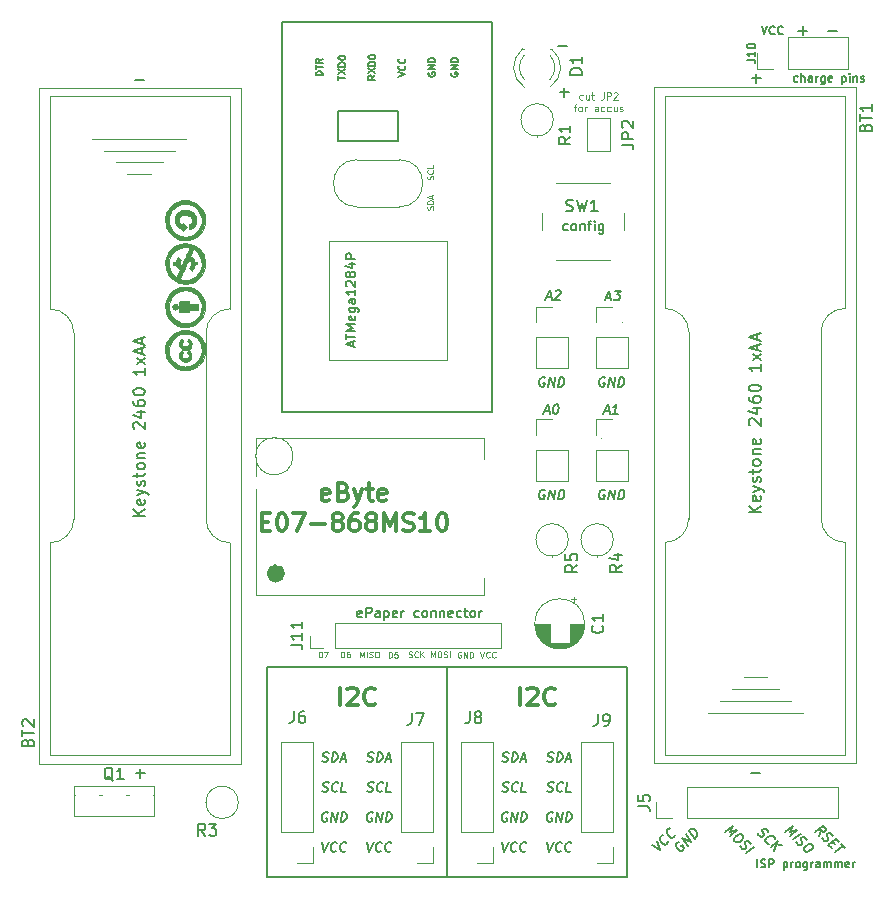
<source format=gbr>
G04 #@! TF.GenerationSoftware,KiCad,Pcbnew,5.1.10-88a1d61d58~88~ubuntu18.04.1*
G04 #@! TF.CreationDate,2021-10-17T09:44:06+02:00*
G04 #@! TF.ProjectId,HB-UNI-SEN-BATT_E07-868MS10_FUEL4EP,48422d55-4e49-42d5-9345-4e2d42415454,rev?*
G04 #@! TF.SameCoordinates,Original*
G04 #@! TF.FileFunction,Legend,Top*
G04 #@! TF.FilePolarity,Positive*
%FSLAX46Y46*%
G04 Gerber Fmt 4.6, Leading zero omitted, Abs format (unit mm)*
G04 Created by KiCad (PCBNEW 5.1.10-88a1d61d58~88~ubuntu18.04.1) date 2021-10-17 09:44:06*
%MOMM*%
%LPD*%
G01*
G04 APERTURE LIST*
%ADD10C,0.150000*%
%ADD11C,0.152400*%
%ADD12C,0.100000*%
%ADD13C,0.300000*%
%ADD14C,0.200000*%
%ADD15C,0.120000*%
%ADD16C,0.800000*%
%ADD17C,0.010000*%
%ADD18O,1.700000X1.700000*%
%ADD19R,1.700000X1.700000*%
%ADD20O,1.350000X1.350000*%
%ADD21R,1.350000X1.350000*%
%ADD22R,2.000000X2.000000*%
%ADD23C,2.000000*%
%ADD24C,2.640000*%
%ADD25C,3.000000*%
%ADD26R,2.170000X1.000000*%
%ADD27C,1.000000*%
%ADD28C,0.700000*%
%ADD29C,4.400000*%
%ADD30R,1.500000X1.000000*%
%ADD31O,1.600000X1.600000*%
%ADD32C,1.600000*%
%ADD33O,1.717500X1.800000*%
%ADD34R,1.717500X1.800000*%
%ADD35C,1.800000*%
%ADD36R,1.800000X1.800000*%
%ADD37C,1.200000*%
%ADD38R,1.200000X1.200000*%
G04 APERTURE END LIST*
D10*
X165055666Y-79055166D02*
X165289000Y-79755166D01*
X165522333Y-79055166D01*
X166155666Y-79688500D02*
X166122333Y-79721833D01*
X166022333Y-79755166D01*
X165955666Y-79755166D01*
X165855666Y-79721833D01*
X165789000Y-79655166D01*
X165755666Y-79588500D01*
X165722333Y-79455166D01*
X165722333Y-79355166D01*
X165755666Y-79221833D01*
X165789000Y-79155166D01*
X165855666Y-79088500D01*
X165955666Y-79055166D01*
X166022333Y-79055166D01*
X166122333Y-79088500D01*
X166155666Y-79121833D01*
X166855666Y-79688500D02*
X166822333Y-79721833D01*
X166722333Y-79755166D01*
X166655666Y-79755166D01*
X166555666Y-79721833D01*
X166489000Y-79655166D01*
X166455666Y-79588500D01*
X166422333Y-79455166D01*
X166422333Y-79355166D01*
X166455666Y-79221833D01*
X166489000Y-79155166D01*
X166555666Y-79088500D01*
X166655666Y-79055166D01*
X166722333Y-79055166D01*
X166822333Y-79088500D01*
X166855666Y-79121833D01*
D11*
X148638985Y-96315590D02*
X148561576Y-96354295D01*
X148406757Y-96354295D01*
X148329347Y-96315590D01*
X148290642Y-96276885D01*
X148251938Y-96199476D01*
X148251938Y-95967247D01*
X148290642Y-95889838D01*
X148329347Y-95851133D01*
X148406757Y-95812428D01*
X148561576Y-95812428D01*
X148638985Y-95851133D01*
X149103442Y-96354295D02*
X149026033Y-96315590D01*
X148987328Y-96276885D01*
X148948623Y-96199476D01*
X148948623Y-95967247D01*
X148987328Y-95889838D01*
X149026033Y-95851133D01*
X149103442Y-95812428D01*
X149219557Y-95812428D01*
X149296966Y-95851133D01*
X149335671Y-95889838D01*
X149374376Y-95967247D01*
X149374376Y-96199476D01*
X149335671Y-96276885D01*
X149296966Y-96315590D01*
X149219557Y-96354295D01*
X149103442Y-96354295D01*
X149722719Y-95812428D02*
X149722719Y-96354295D01*
X149722719Y-95889838D02*
X149761423Y-95851133D01*
X149838833Y-95812428D01*
X149954947Y-95812428D01*
X150032357Y-95851133D01*
X150071061Y-95928542D01*
X150071061Y-96354295D01*
X150341995Y-95812428D02*
X150651633Y-95812428D01*
X150458109Y-96354295D02*
X150458109Y-95657609D01*
X150496814Y-95580200D01*
X150574223Y-95541495D01*
X150651633Y-95541495D01*
X150922566Y-96354295D02*
X150922566Y-95812428D01*
X150922566Y-95541495D02*
X150883861Y-95580200D01*
X150922566Y-95618904D01*
X150961271Y-95580200D01*
X150922566Y-95541495D01*
X150922566Y-95618904D01*
X151657957Y-95812428D02*
X151657957Y-96470409D01*
X151619252Y-96547819D01*
X151580547Y-96586523D01*
X151503138Y-96625228D01*
X151387023Y-96625228D01*
X151309614Y-96586523D01*
X151657957Y-96315590D02*
X151580547Y-96354295D01*
X151425728Y-96354295D01*
X151348319Y-96315590D01*
X151309614Y-96276885D01*
X151270909Y-96199476D01*
X151270909Y-95967247D01*
X151309614Y-95889838D01*
X151348319Y-95851133D01*
X151425728Y-95812428D01*
X151580547Y-95812428D01*
X151657957Y-95851133D01*
X131184347Y-129056190D02*
X131106938Y-129094895D01*
X130952119Y-129094895D01*
X130874709Y-129056190D01*
X130836004Y-128978780D01*
X130836004Y-128669142D01*
X130874709Y-128591733D01*
X130952119Y-128553028D01*
X131106938Y-128553028D01*
X131184347Y-128591733D01*
X131223052Y-128669142D01*
X131223052Y-128746552D01*
X130836004Y-128823961D01*
X131571395Y-129094895D02*
X131571395Y-128282095D01*
X131881033Y-128282095D01*
X131958442Y-128320800D01*
X131997147Y-128359504D01*
X132035852Y-128436914D01*
X132035852Y-128553028D01*
X131997147Y-128630438D01*
X131958442Y-128669142D01*
X131881033Y-128707847D01*
X131571395Y-128707847D01*
X132732538Y-129094895D02*
X132732538Y-128669142D01*
X132693833Y-128591733D01*
X132616423Y-128553028D01*
X132461604Y-128553028D01*
X132384195Y-128591733D01*
X132732538Y-129056190D02*
X132655128Y-129094895D01*
X132461604Y-129094895D01*
X132384195Y-129056190D01*
X132345490Y-128978780D01*
X132345490Y-128901371D01*
X132384195Y-128823961D01*
X132461604Y-128785257D01*
X132655128Y-128785257D01*
X132732538Y-128746552D01*
X133119585Y-128553028D02*
X133119585Y-129365828D01*
X133119585Y-128591733D02*
X133196995Y-128553028D01*
X133351814Y-128553028D01*
X133429223Y-128591733D01*
X133467928Y-128630438D01*
X133506633Y-128707847D01*
X133506633Y-128940076D01*
X133467928Y-129017485D01*
X133429223Y-129056190D01*
X133351814Y-129094895D01*
X133196995Y-129094895D01*
X133119585Y-129056190D01*
X134164614Y-129056190D02*
X134087204Y-129094895D01*
X133932385Y-129094895D01*
X133854976Y-129056190D01*
X133816271Y-128978780D01*
X133816271Y-128669142D01*
X133854976Y-128591733D01*
X133932385Y-128553028D01*
X134087204Y-128553028D01*
X134164614Y-128591733D01*
X134203319Y-128669142D01*
X134203319Y-128746552D01*
X133816271Y-128823961D01*
X134551661Y-129094895D02*
X134551661Y-128553028D01*
X134551661Y-128707847D02*
X134590366Y-128630438D01*
X134629071Y-128591733D01*
X134706480Y-128553028D01*
X134783890Y-128553028D01*
X136022442Y-129056190D02*
X135945033Y-129094895D01*
X135790214Y-129094895D01*
X135712804Y-129056190D01*
X135674100Y-129017485D01*
X135635395Y-128940076D01*
X135635395Y-128707847D01*
X135674100Y-128630438D01*
X135712804Y-128591733D01*
X135790214Y-128553028D01*
X135945033Y-128553028D01*
X136022442Y-128591733D01*
X136486900Y-129094895D02*
X136409490Y-129056190D01*
X136370785Y-129017485D01*
X136332080Y-128940076D01*
X136332080Y-128707847D01*
X136370785Y-128630438D01*
X136409490Y-128591733D01*
X136486900Y-128553028D01*
X136603014Y-128553028D01*
X136680423Y-128591733D01*
X136719128Y-128630438D01*
X136757833Y-128707847D01*
X136757833Y-128940076D01*
X136719128Y-129017485D01*
X136680423Y-129056190D01*
X136603014Y-129094895D01*
X136486900Y-129094895D01*
X137106176Y-128553028D02*
X137106176Y-129094895D01*
X137106176Y-128630438D02*
X137144880Y-128591733D01*
X137222290Y-128553028D01*
X137338404Y-128553028D01*
X137415814Y-128591733D01*
X137454519Y-128669142D01*
X137454519Y-129094895D01*
X137841566Y-128553028D02*
X137841566Y-129094895D01*
X137841566Y-128630438D02*
X137880271Y-128591733D01*
X137957680Y-128553028D01*
X138073795Y-128553028D01*
X138151204Y-128591733D01*
X138189909Y-128669142D01*
X138189909Y-129094895D01*
X138886595Y-129056190D02*
X138809185Y-129094895D01*
X138654366Y-129094895D01*
X138576957Y-129056190D01*
X138538252Y-128978780D01*
X138538252Y-128669142D01*
X138576957Y-128591733D01*
X138654366Y-128553028D01*
X138809185Y-128553028D01*
X138886595Y-128591733D01*
X138925300Y-128669142D01*
X138925300Y-128746552D01*
X138538252Y-128823961D01*
X139621985Y-129056190D02*
X139544576Y-129094895D01*
X139389757Y-129094895D01*
X139312347Y-129056190D01*
X139273642Y-129017485D01*
X139234938Y-128940076D01*
X139234938Y-128707847D01*
X139273642Y-128630438D01*
X139312347Y-128591733D01*
X139389757Y-128553028D01*
X139544576Y-128553028D01*
X139621985Y-128591733D01*
X139854214Y-128553028D02*
X140163852Y-128553028D01*
X139970328Y-128282095D02*
X139970328Y-128978780D01*
X140009033Y-129056190D01*
X140086442Y-129094895D01*
X140163852Y-129094895D01*
X140550900Y-129094895D02*
X140473490Y-129056190D01*
X140434785Y-129017485D01*
X140396080Y-128940076D01*
X140396080Y-128707847D01*
X140434785Y-128630438D01*
X140473490Y-128591733D01*
X140550900Y-128553028D01*
X140667014Y-128553028D01*
X140744423Y-128591733D01*
X140783128Y-128630438D01*
X140821833Y-128707847D01*
X140821833Y-128940076D01*
X140783128Y-129017485D01*
X140744423Y-129056190D01*
X140667014Y-129094895D01*
X140550900Y-129094895D01*
X141170176Y-129094895D02*
X141170176Y-128553028D01*
X141170176Y-128707847D02*
X141208880Y-128630438D01*
X141247585Y-128591733D01*
X141324995Y-128553028D01*
X141402404Y-128553028D01*
D12*
X141243133Y-132022090D02*
X141409800Y-132522090D01*
X141576466Y-132022090D01*
X142028847Y-132474471D02*
X142005038Y-132498280D01*
X141933609Y-132522090D01*
X141885990Y-132522090D01*
X141814561Y-132498280D01*
X141766942Y-132450661D01*
X141743133Y-132403042D01*
X141719323Y-132307804D01*
X141719323Y-132236376D01*
X141743133Y-132141138D01*
X141766942Y-132093519D01*
X141814561Y-132045900D01*
X141885990Y-132022090D01*
X141933609Y-132022090D01*
X142005038Y-132045900D01*
X142028847Y-132069709D01*
X142528847Y-132474471D02*
X142505038Y-132498280D01*
X142433609Y-132522090D01*
X142385990Y-132522090D01*
X142314561Y-132498280D01*
X142266942Y-132450661D01*
X142243133Y-132403042D01*
X142219323Y-132307804D01*
X142219323Y-132236376D01*
X142243133Y-132141138D01*
X142266942Y-132093519D01*
X142314561Y-132045900D01*
X142385990Y-132022090D01*
X142433609Y-132022090D01*
X142505038Y-132045900D01*
X142528847Y-132069709D01*
X139598447Y-132045900D02*
X139550828Y-132022090D01*
X139479400Y-132022090D01*
X139407971Y-132045900D01*
X139360352Y-132093519D01*
X139336542Y-132141138D01*
X139312733Y-132236376D01*
X139312733Y-132307804D01*
X139336542Y-132403042D01*
X139360352Y-132450661D01*
X139407971Y-132498280D01*
X139479400Y-132522090D01*
X139527019Y-132522090D01*
X139598447Y-132498280D01*
X139622257Y-132474471D01*
X139622257Y-132307804D01*
X139527019Y-132307804D01*
X139836542Y-132522090D02*
X139836542Y-132022090D01*
X140122257Y-132522090D01*
X140122257Y-132022090D01*
X140360352Y-132522090D02*
X140360352Y-132022090D01*
X140479400Y-132022090D01*
X140550828Y-132045900D01*
X140598447Y-132093519D01*
X140622257Y-132141138D01*
X140646066Y-132236376D01*
X140646066Y-132307804D01*
X140622257Y-132403042D01*
X140598447Y-132450661D01*
X140550828Y-132498280D01*
X140479400Y-132522090D01*
X140360352Y-132522090D01*
X137072785Y-132496690D02*
X137072785Y-131996690D01*
X137239452Y-132353833D01*
X137406119Y-131996690D01*
X137406119Y-132496690D01*
X137739452Y-131996690D02*
X137834690Y-131996690D01*
X137882309Y-132020500D01*
X137929928Y-132068119D01*
X137953738Y-132163357D01*
X137953738Y-132330023D01*
X137929928Y-132425261D01*
X137882309Y-132472880D01*
X137834690Y-132496690D01*
X137739452Y-132496690D01*
X137691833Y-132472880D01*
X137644214Y-132425261D01*
X137620404Y-132330023D01*
X137620404Y-132163357D01*
X137644214Y-132068119D01*
X137691833Y-132020500D01*
X137739452Y-131996690D01*
X138144214Y-132472880D02*
X138215642Y-132496690D01*
X138334690Y-132496690D01*
X138382309Y-132472880D01*
X138406119Y-132449071D01*
X138429928Y-132401452D01*
X138429928Y-132353833D01*
X138406119Y-132306214D01*
X138382309Y-132282404D01*
X138334690Y-132258595D01*
X138239452Y-132234785D01*
X138191833Y-132210976D01*
X138168023Y-132187166D01*
X138144214Y-132139547D01*
X138144214Y-132091928D01*
X138168023Y-132044309D01*
X138191833Y-132020500D01*
X138239452Y-131996690D01*
X138358500Y-131996690D01*
X138429928Y-132020500D01*
X138644214Y-132496690D02*
X138644214Y-131996690D01*
X135170942Y-132472880D02*
X135242371Y-132496690D01*
X135361419Y-132496690D01*
X135409038Y-132472880D01*
X135432847Y-132449071D01*
X135456657Y-132401452D01*
X135456657Y-132353833D01*
X135432847Y-132306214D01*
X135409038Y-132282404D01*
X135361419Y-132258595D01*
X135266180Y-132234785D01*
X135218561Y-132210976D01*
X135194752Y-132187166D01*
X135170942Y-132139547D01*
X135170942Y-132091928D01*
X135194752Y-132044309D01*
X135218561Y-132020500D01*
X135266180Y-131996690D01*
X135385228Y-131996690D01*
X135456657Y-132020500D01*
X135956657Y-132449071D02*
X135932847Y-132472880D01*
X135861419Y-132496690D01*
X135813800Y-132496690D01*
X135742371Y-132472880D01*
X135694752Y-132425261D01*
X135670942Y-132377642D01*
X135647133Y-132282404D01*
X135647133Y-132210976D01*
X135670942Y-132115738D01*
X135694752Y-132068119D01*
X135742371Y-132020500D01*
X135813800Y-131996690D01*
X135861419Y-131996690D01*
X135932847Y-132020500D01*
X135956657Y-132044309D01*
X136170942Y-132496690D02*
X136170942Y-131996690D01*
X136456657Y-132496690D02*
X136242371Y-132210976D01*
X136456657Y-131996690D02*
X136170942Y-132282404D01*
X133488952Y-132534790D02*
X133488952Y-132034790D01*
X133608000Y-132034790D01*
X133679428Y-132058600D01*
X133727047Y-132106219D01*
X133750857Y-132153838D01*
X133774666Y-132249076D01*
X133774666Y-132320504D01*
X133750857Y-132415742D01*
X133727047Y-132463361D01*
X133679428Y-132510980D01*
X133608000Y-132534790D01*
X133488952Y-132534790D01*
X134227047Y-132034790D02*
X133988952Y-132034790D01*
X133965142Y-132272885D01*
X133988952Y-132249076D01*
X134036571Y-132225266D01*
X134155619Y-132225266D01*
X134203238Y-132249076D01*
X134227047Y-132272885D01*
X134250857Y-132320504D01*
X134250857Y-132439552D01*
X134227047Y-132487171D01*
X134203238Y-132510980D01*
X134155619Y-132534790D01*
X134036571Y-132534790D01*
X133988952Y-132510980D01*
X133965142Y-132487171D01*
X131065685Y-132509390D02*
X131065685Y-132009390D01*
X131232352Y-132366533D01*
X131399019Y-132009390D01*
X131399019Y-132509390D01*
X131637114Y-132509390D02*
X131637114Y-132009390D01*
X131851400Y-132485580D02*
X131922828Y-132509390D01*
X132041876Y-132509390D01*
X132089495Y-132485580D01*
X132113304Y-132461771D01*
X132137114Y-132414152D01*
X132137114Y-132366533D01*
X132113304Y-132318914D01*
X132089495Y-132295104D01*
X132041876Y-132271295D01*
X131946638Y-132247485D01*
X131899019Y-132223676D01*
X131875209Y-132199866D01*
X131851400Y-132152247D01*
X131851400Y-132104628D01*
X131875209Y-132057009D01*
X131899019Y-132033200D01*
X131946638Y-132009390D01*
X132065685Y-132009390D01*
X132137114Y-132033200D01*
X132446638Y-132009390D02*
X132541876Y-132009390D01*
X132589495Y-132033200D01*
X132637114Y-132080819D01*
X132660923Y-132176057D01*
X132660923Y-132342723D01*
X132637114Y-132437961D01*
X132589495Y-132485580D01*
X132541876Y-132509390D01*
X132446638Y-132509390D01*
X132399019Y-132485580D01*
X132351400Y-132437961D01*
X132327590Y-132342723D01*
X132327590Y-132176057D01*
X132351400Y-132080819D01*
X132399019Y-132033200D01*
X132446638Y-132009390D01*
X129437652Y-132509390D02*
X129437652Y-132009390D01*
X129556700Y-132009390D01*
X129628128Y-132033200D01*
X129675747Y-132080819D01*
X129699557Y-132128438D01*
X129723366Y-132223676D01*
X129723366Y-132295104D01*
X129699557Y-132390342D01*
X129675747Y-132437961D01*
X129628128Y-132485580D01*
X129556700Y-132509390D01*
X129437652Y-132509390D01*
X130151938Y-132009390D02*
X130056700Y-132009390D01*
X130009080Y-132033200D01*
X129985271Y-132057009D01*
X129937652Y-132128438D01*
X129913842Y-132223676D01*
X129913842Y-132414152D01*
X129937652Y-132461771D01*
X129961461Y-132485580D01*
X130009080Y-132509390D01*
X130104319Y-132509390D01*
X130151938Y-132485580D01*
X130175747Y-132461771D01*
X130199557Y-132414152D01*
X130199557Y-132295104D01*
X130175747Y-132247485D01*
X130151938Y-132223676D01*
X130104319Y-132199866D01*
X130009080Y-132199866D01*
X129961461Y-132223676D01*
X129937652Y-132247485D01*
X129913842Y-132295104D01*
X127558052Y-132509390D02*
X127558052Y-132009390D01*
X127677100Y-132009390D01*
X127748528Y-132033200D01*
X127796147Y-132080819D01*
X127819957Y-132128438D01*
X127843766Y-132223676D01*
X127843766Y-132295104D01*
X127819957Y-132390342D01*
X127796147Y-132437961D01*
X127748528Y-132485580D01*
X127677100Y-132509390D01*
X127558052Y-132509390D01*
X128010433Y-132009390D02*
X128343766Y-132009390D01*
X128129480Y-132509390D01*
D10*
X164683000Y-150290966D02*
X164683000Y-149590966D01*
X164983000Y-150257633D02*
X165083000Y-150290966D01*
X165249666Y-150290966D01*
X165316333Y-150257633D01*
X165349666Y-150224300D01*
X165383000Y-150157633D01*
X165383000Y-150090966D01*
X165349666Y-150024300D01*
X165316333Y-149990966D01*
X165249666Y-149957633D01*
X165116333Y-149924300D01*
X165049666Y-149890966D01*
X165016333Y-149857633D01*
X164983000Y-149790966D01*
X164983000Y-149724300D01*
X165016333Y-149657633D01*
X165049666Y-149624300D01*
X165116333Y-149590966D01*
X165283000Y-149590966D01*
X165383000Y-149624300D01*
X165683000Y-150290966D02*
X165683000Y-149590966D01*
X165949666Y-149590966D01*
X166016333Y-149624300D01*
X166049666Y-149657633D01*
X166083000Y-149724300D01*
X166083000Y-149824300D01*
X166049666Y-149890966D01*
X166016333Y-149924300D01*
X165949666Y-149957633D01*
X165683000Y-149957633D01*
X166916333Y-149824300D02*
X166916333Y-150524300D01*
X166916333Y-149857633D02*
X166983000Y-149824300D01*
X167116333Y-149824300D01*
X167183000Y-149857633D01*
X167216333Y-149890966D01*
X167249666Y-149957633D01*
X167249666Y-150157633D01*
X167216333Y-150224300D01*
X167183000Y-150257633D01*
X167116333Y-150290966D01*
X166983000Y-150290966D01*
X166916333Y-150257633D01*
X167549666Y-150290966D02*
X167549666Y-149824300D01*
X167549666Y-149957633D02*
X167583000Y-149890966D01*
X167616333Y-149857633D01*
X167683000Y-149824300D01*
X167749666Y-149824300D01*
X168083000Y-150290966D02*
X168016333Y-150257633D01*
X167983000Y-150224300D01*
X167949666Y-150157633D01*
X167949666Y-149957633D01*
X167983000Y-149890966D01*
X168016333Y-149857633D01*
X168083000Y-149824300D01*
X168183000Y-149824300D01*
X168249666Y-149857633D01*
X168283000Y-149890966D01*
X168316333Y-149957633D01*
X168316333Y-150157633D01*
X168283000Y-150224300D01*
X168249666Y-150257633D01*
X168183000Y-150290966D01*
X168083000Y-150290966D01*
X168916333Y-149824300D02*
X168916333Y-150390966D01*
X168883000Y-150457633D01*
X168849666Y-150490966D01*
X168783000Y-150524300D01*
X168683000Y-150524300D01*
X168616333Y-150490966D01*
X168916333Y-150257633D02*
X168849666Y-150290966D01*
X168716333Y-150290966D01*
X168649666Y-150257633D01*
X168616333Y-150224300D01*
X168583000Y-150157633D01*
X168583000Y-149957633D01*
X168616333Y-149890966D01*
X168649666Y-149857633D01*
X168716333Y-149824300D01*
X168849666Y-149824300D01*
X168916333Y-149857633D01*
X169249666Y-150290966D02*
X169249666Y-149824300D01*
X169249666Y-149957633D02*
X169283000Y-149890966D01*
X169316333Y-149857633D01*
X169383000Y-149824300D01*
X169449666Y-149824300D01*
X169983000Y-150290966D02*
X169983000Y-149924300D01*
X169949666Y-149857633D01*
X169883000Y-149824300D01*
X169749666Y-149824300D01*
X169683000Y-149857633D01*
X169983000Y-150257633D02*
X169916333Y-150290966D01*
X169749666Y-150290966D01*
X169683000Y-150257633D01*
X169649666Y-150190966D01*
X169649666Y-150124300D01*
X169683000Y-150057633D01*
X169749666Y-150024300D01*
X169916333Y-150024300D01*
X169983000Y-149990966D01*
X170316333Y-150290966D02*
X170316333Y-149824300D01*
X170316333Y-149890966D02*
X170349666Y-149857633D01*
X170416333Y-149824300D01*
X170516333Y-149824300D01*
X170583000Y-149857633D01*
X170616333Y-149924300D01*
X170616333Y-150290966D01*
X170616333Y-149924300D02*
X170649666Y-149857633D01*
X170716333Y-149824300D01*
X170816333Y-149824300D01*
X170883000Y-149857633D01*
X170916333Y-149924300D01*
X170916333Y-150290966D01*
X171249666Y-150290966D02*
X171249666Y-149824300D01*
X171249666Y-149890966D02*
X171283000Y-149857633D01*
X171349666Y-149824300D01*
X171449666Y-149824300D01*
X171516333Y-149857633D01*
X171549666Y-149924300D01*
X171549666Y-150290966D01*
X171549666Y-149924300D02*
X171583000Y-149857633D01*
X171649666Y-149824300D01*
X171749666Y-149824300D01*
X171816333Y-149857633D01*
X171849666Y-149924300D01*
X171849666Y-150290966D01*
X172449666Y-150257633D02*
X172383000Y-150290966D01*
X172249666Y-150290966D01*
X172183000Y-150257633D01*
X172149666Y-150190966D01*
X172149666Y-149924300D01*
X172183000Y-149857633D01*
X172249666Y-149824300D01*
X172383000Y-149824300D01*
X172449666Y-149857633D01*
X172483000Y-149924300D01*
X172483000Y-149990966D01*
X172149666Y-150057633D01*
X172783000Y-150290966D02*
X172783000Y-149824300D01*
X172783000Y-149957633D02*
X172816333Y-149890966D01*
X172849666Y-149857633D01*
X172916333Y-149824300D01*
X172983000Y-149824300D01*
D12*
X149907142Y-85242857D02*
X149850000Y-85271428D01*
X149735714Y-85271428D01*
X149678571Y-85242857D01*
X149650000Y-85214285D01*
X149621428Y-85157142D01*
X149621428Y-84985714D01*
X149650000Y-84928571D01*
X149678571Y-84900000D01*
X149735714Y-84871428D01*
X149850000Y-84871428D01*
X149907142Y-84900000D01*
X150421428Y-84871428D02*
X150421428Y-85271428D01*
X150164285Y-84871428D02*
X150164285Y-85185714D01*
X150192857Y-85242857D01*
X150250000Y-85271428D01*
X150335714Y-85271428D01*
X150392857Y-85242857D01*
X150421428Y-85214285D01*
X150621428Y-84871428D02*
X150850000Y-84871428D01*
X150707142Y-84671428D02*
X150707142Y-85185714D01*
X150735714Y-85242857D01*
X150792857Y-85271428D01*
X150850000Y-85271428D01*
X151678571Y-84671428D02*
X151678571Y-85100000D01*
X151650000Y-85185714D01*
X151592857Y-85242857D01*
X151507142Y-85271428D01*
X151450000Y-85271428D01*
X151964285Y-85271428D02*
X151964285Y-84671428D01*
X152192857Y-84671428D01*
X152250000Y-84700000D01*
X152278571Y-84728571D01*
X152307142Y-84785714D01*
X152307142Y-84871428D01*
X152278571Y-84928571D01*
X152250000Y-84957142D01*
X152192857Y-84985714D01*
X151964285Y-84985714D01*
X152535714Y-84728571D02*
X152564285Y-84700000D01*
X152621428Y-84671428D01*
X152764285Y-84671428D01*
X152821428Y-84700000D01*
X152850000Y-84728571D01*
X152878571Y-84785714D01*
X152878571Y-84842857D01*
X152850000Y-84928571D01*
X152507142Y-85271428D01*
X152878571Y-85271428D01*
X149150000Y-85871428D02*
X149378571Y-85871428D01*
X149235714Y-86271428D02*
X149235714Y-85757142D01*
X149264285Y-85700000D01*
X149321428Y-85671428D01*
X149378571Y-85671428D01*
X149664285Y-86271428D02*
X149607142Y-86242857D01*
X149578571Y-86214285D01*
X149550000Y-86157142D01*
X149550000Y-85985714D01*
X149578571Y-85928571D01*
X149607142Y-85900000D01*
X149664285Y-85871428D01*
X149750000Y-85871428D01*
X149807142Y-85900000D01*
X149835714Y-85928571D01*
X149864285Y-85985714D01*
X149864285Y-86157142D01*
X149835714Y-86214285D01*
X149807142Y-86242857D01*
X149750000Y-86271428D01*
X149664285Y-86271428D01*
X150121428Y-86271428D02*
X150121428Y-85871428D01*
X150121428Y-85985714D02*
X150150000Y-85928571D01*
X150178571Y-85900000D01*
X150235714Y-85871428D01*
X150292857Y-85871428D01*
X151207142Y-86271428D02*
X151207142Y-85957142D01*
X151178571Y-85900000D01*
X151121428Y-85871428D01*
X151007142Y-85871428D01*
X150950000Y-85900000D01*
X151207142Y-86242857D02*
X151150000Y-86271428D01*
X151007142Y-86271428D01*
X150950000Y-86242857D01*
X150921428Y-86185714D01*
X150921428Y-86128571D01*
X150950000Y-86071428D01*
X151007142Y-86042857D01*
X151150000Y-86042857D01*
X151207142Y-86014285D01*
X151750000Y-86242857D02*
X151692857Y-86271428D01*
X151578571Y-86271428D01*
X151521428Y-86242857D01*
X151492857Y-86214285D01*
X151464285Y-86157142D01*
X151464285Y-85985714D01*
X151492857Y-85928571D01*
X151521428Y-85900000D01*
X151578571Y-85871428D01*
X151692857Y-85871428D01*
X151750000Y-85900000D01*
X152264285Y-86242857D02*
X152207142Y-86271428D01*
X152092857Y-86271428D01*
X152035714Y-86242857D01*
X152007142Y-86214285D01*
X151978571Y-86157142D01*
X151978571Y-85985714D01*
X152007142Y-85928571D01*
X152035714Y-85900000D01*
X152092857Y-85871428D01*
X152207142Y-85871428D01*
X152264285Y-85900000D01*
X152778571Y-85871428D02*
X152778571Y-86271428D01*
X152521428Y-85871428D02*
X152521428Y-86185714D01*
X152550000Y-86242857D01*
X152607142Y-86271428D01*
X152692857Y-86271428D01*
X152750000Y-86242857D01*
X152778571Y-86214285D01*
X153035714Y-86242857D02*
X153092857Y-86271428D01*
X153207142Y-86271428D01*
X153264285Y-86242857D01*
X153292857Y-86185714D01*
X153292857Y-86157142D01*
X153264285Y-86100000D01*
X153207142Y-86071428D01*
X153121428Y-86071428D01*
X153064285Y-86042857D01*
X153035714Y-85985714D01*
X153035714Y-85957142D01*
X153064285Y-85900000D01*
X153121428Y-85871428D01*
X153207142Y-85871428D01*
X153264285Y-85900000D01*
D10*
X168101500Y-83722333D02*
X168034833Y-83755666D01*
X167901500Y-83755666D01*
X167834833Y-83722333D01*
X167801500Y-83689000D01*
X167768166Y-83622333D01*
X167768166Y-83422333D01*
X167801500Y-83355666D01*
X167834833Y-83322333D01*
X167901500Y-83289000D01*
X168034833Y-83289000D01*
X168101500Y-83322333D01*
X168401500Y-83755666D02*
X168401500Y-83055666D01*
X168701500Y-83755666D02*
X168701500Y-83389000D01*
X168668166Y-83322333D01*
X168601500Y-83289000D01*
X168501500Y-83289000D01*
X168434833Y-83322333D01*
X168401500Y-83355666D01*
X169334833Y-83755666D02*
X169334833Y-83389000D01*
X169301500Y-83322333D01*
X169234833Y-83289000D01*
X169101500Y-83289000D01*
X169034833Y-83322333D01*
X169334833Y-83722333D02*
X169268166Y-83755666D01*
X169101500Y-83755666D01*
X169034833Y-83722333D01*
X169001500Y-83655666D01*
X169001500Y-83589000D01*
X169034833Y-83522333D01*
X169101500Y-83489000D01*
X169268166Y-83489000D01*
X169334833Y-83455666D01*
X169668166Y-83755666D02*
X169668166Y-83289000D01*
X169668166Y-83422333D02*
X169701500Y-83355666D01*
X169734833Y-83322333D01*
X169801500Y-83289000D01*
X169868166Y-83289000D01*
X170401500Y-83289000D02*
X170401500Y-83855666D01*
X170368166Y-83922333D01*
X170334833Y-83955666D01*
X170268166Y-83989000D01*
X170168166Y-83989000D01*
X170101500Y-83955666D01*
X170401500Y-83722333D02*
X170334833Y-83755666D01*
X170201500Y-83755666D01*
X170134833Y-83722333D01*
X170101500Y-83689000D01*
X170068166Y-83622333D01*
X170068166Y-83422333D01*
X170101500Y-83355666D01*
X170134833Y-83322333D01*
X170201500Y-83289000D01*
X170334833Y-83289000D01*
X170401500Y-83322333D01*
X171001500Y-83722333D02*
X170934833Y-83755666D01*
X170801500Y-83755666D01*
X170734833Y-83722333D01*
X170701500Y-83655666D01*
X170701500Y-83389000D01*
X170734833Y-83322333D01*
X170801500Y-83289000D01*
X170934833Y-83289000D01*
X171001500Y-83322333D01*
X171034833Y-83389000D01*
X171034833Y-83455666D01*
X170701500Y-83522333D01*
X171868166Y-83289000D02*
X171868166Y-83989000D01*
X171868166Y-83322333D02*
X171934833Y-83289000D01*
X172068166Y-83289000D01*
X172134833Y-83322333D01*
X172168166Y-83355666D01*
X172201500Y-83422333D01*
X172201500Y-83622333D01*
X172168166Y-83689000D01*
X172134833Y-83722333D01*
X172068166Y-83755666D01*
X171934833Y-83755666D01*
X171868166Y-83722333D01*
X172501500Y-83755666D02*
X172501500Y-83289000D01*
X172501500Y-83055666D02*
X172468166Y-83089000D01*
X172501500Y-83122333D01*
X172534833Y-83089000D01*
X172501500Y-83055666D01*
X172501500Y-83122333D01*
X172834833Y-83289000D02*
X172834833Y-83755666D01*
X172834833Y-83355666D02*
X172868166Y-83322333D01*
X172934833Y-83289000D01*
X173034833Y-83289000D01*
X173101500Y-83322333D01*
X173134833Y-83389000D01*
X173134833Y-83755666D01*
X173434833Y-83722333D02*
X173501500Y-83755666D01*
X173634833Y-83755666D01*
X173701500Y-83722333D01*
X173734833Y-83655666D01*
X173734833Y-83622333D01*
X173701500Y-83555666D01*
X173634833Y-83522333D01*
X173534833Y-83522333D01*
X173468166Y-83489000D01*
X173434833Y-83422333D01*
X173434833Y-83389000D01*
X173468166Y-83322333D01*
X173534833Y-83289000D01*
X173634833Y-83289000D01*
X173701500Y-83322333D01*
X170688047Y-79509928D02*
X171449952Y-79509928D01*
X168148047Y-79446428D02*
X168909952Y-79446428D01*
X168529000Y-79827380D02*
X168529000Y-79065476D01*
X147828047Y-80716428D02*
X148589952Y-80716428D01*
X147955047Y-84653428D02*
X148716952Y-84653428D01*
X148336000Y-85034380D02*
X148336000Y-84272476D01*
D13*
X128442857Y-119182142D02*
X128300000Y-119253571D01*
X128014285Y-119253571D01*
X127871428Y-119182142D01*
X127800000Y-119039285D01*
X127800000Y-118467857D01*
X127871428Y-118325000D01*
X128014285Y-118253571D01*
X128300000Y-118253571D01*
X128442857Y-118325000D01*
X128514285Y-118467857D01*
X128514285Y-118610714D01*
X127800000Y-118753571D01*
X129657142Y-118467857D02*
X129871428Y-118539285D01*
X129942857Y-118610714D01*
X130014285Y-118753571D01*
X130014285Y-118967857D01*
X129942857Y-119110714D01*
X129871428Y-119182142D01*
X129728571Y-119253571D01*
X129157142Y-119253571D01*
X129157142Y-117753571D01*
X129657142Y-117753571D01*
X129800000Y-117825000D01*
X129871428Y-117896428D01*
X129942857Y-118039285D01*
X129942857Y-118182142D01*
X129871428Y-118325000D01*
X129800000Y-118396428D01*
X129657142Y-118467857D01*
X129157142Y-118467857D01*
X130514285Y-118253571D02*
X130871428Y-119253571D01*
X131228571Y-118253571D02*
X130871428Y-119253571D01*
X130728571Y-119610714D01*
X130657142Y-119682142D01*
X130514285Y-119753571D01*
X131585714Y-118253571D02*
X132157142Y-118253571D01*
X131800000Y-117753571D02*
X131800000Y-119039285D01*
X131871428Y-119182142D01*
X132014285Y-119253571D01*
X132157142Y-119253571D01*
X133228571Y-119182142D02*
X133085714Y-119253571D01*
X132800000Y-119253571D01*
X132657142Y-119182142D01*
X132585714Y-119039285D01*
X132585714Y-118467857D01*
X132657142Y-118325000D01*
X132800000Y-118253571D01*
X133085714Y-118253571D01*
X133228571Y-118325000D01*
X133300000Y-118467857D01*
X133300000Y-118610714D01*
X132585714Y-118753571D01*
X122728571Y-121017857D02*
X123228571Y-121017857D01*
X123442857Y-121803571D02*
X122728571Y-121803571D01*
X122728571Y-120303571D01*
X123442857Y-120303571D01*
X124371428Y-120303571D02*
X124514285Y-120303571D01*
X124657142Y-120375000D01*
X124728571Y-120446428D01*
X124800000Y-120589285D01*
X124871428Y-120875000D01*
X124871428Y-121232142D01*
X124800000Y-121517857D01*
X124728571Y-121660714D01*
X124657142Y-121732142D01*
X124514285Y-121803571D01*
X124371428Y-121803571D01*
X124228571Y-121732142D01*
X124157142Y-121660714D01*
X124085714Y-121517857D01*
X124014285Y-121232142D01*
X124014285Y-120875000D01*
X124085714Y-120589285D01*
X124157142Y-120446428D01*
X124228571Y-120375000D01*
X124371428Y-120303571D01*
X125371428Y-120303571D02*
X126371428Y-120303571D01*
X125728571Y-121803571D01*
X126942857Y-121232142D02*
X128085714Y-121232142D01*
X129014285Y-120946428D02*
X128871428Y-120875000D01*
X128800000Y-120803571D01*
X128728571Y-120660714D01*
X128728571Y-120589285D01*
X128800000Y-120446428D01*
X128871428Y-120375000D01*
X129014285Y-120303571D01*
X129300000Y-120303571D01*
X129442857Y-120375000D01*
X129514285Y-120446428D01*
X129585714Y-120589285D01*
X129585714Y-120660714D01*
X129514285Y-120803571D01*
X129442857Y-120875000D01*
X129300000Y-120946428D01*
X129014285Y-120946428D01*
X128871428Y-121017857D01*
X128800000Y-121089285D01*
X128728571Y-121232142D01*
X128728571Y-121517857D01*
X128800000Y-121660714D01*
X128871428Y-121732142D01*
X129014285Y-121803571D01*
X129300000Y-121803571D01*
X129442857Y-121732142D01*
X129514285Y-121660714D01*
X129585714Y-121517857D01*
X129585714Y-121232142D01*
X129514285Y-121089285D01*
X129442857Y-121017857D01*
X129300000Y-120946428D01*
X130871428Y-120303571D02*
X130585714Y-120303571D01*
X130442857Y-120375000D01*
X130371428Y-120446428D01*
X130228571Y-120660714D01*
X130157142Y-120946428D01*
X130157142Y-121517857D01*
X130228571Y-121660714D01*
X130300000Y-121732142D01*
X130442857Y-121803571D01*
X130728571Y-121803571D01*
X130871428Y-121732142D01*
X130942857Y-121660714D01*
X131014285Y-121517857D01*
X131014285Y-121160714D01*
X130942857Y-121017857D01*
X130871428Y-120946428D01*
X130728571Y-120875000D01*
X130442857Y-120875000D01*
X130300000Y-120946428D01*
X130228571Y-121017857D01*
X130157142Y-121160714D01*
X131871428Y-120946428D02*
X131728571Y-120875000D01*
X131657142Y-120803571D01*
X131585714Y-120660714D01*
X131585714Y-120589285D01*
X131657142Y-120446428D01*
X131728571Y-120375000D01*
X131871428Y-120303571D01*
X132157142Y-120303571D01*
X132300000Y-120375000D01*
X132371428Y-120446428D01*
X132442857Y-120589285D01*
X132442857Y-120660714D01*
X132371428Y-120803571D01*
X132300000Y-120875000D01*
X132157142Y-120946428D01*
X131871428Y-120946428D01*
X131728571Y-121017857D01*
X131657142Y-121089285D01*
X131585714Y-121232142D01*
X131585714Y-121517857D01*
X131657142Y-121660714D01*
X131728571Y-121732142D01*
X131871428Y-121803571D01*
X132157142Y-121803571D01*
X132300000Y-121732142D01*
X132371428Y-121660714D01*
X132442857Y-121517857D01*
X132442857Y-121232142D01*
X132371428Y-121089285D01*
X132300000Y-121017857D01*
X132157142Y-120946428D01*
X133085714Y-121803571D02*
X133085714Y-120303571D01*
X133585714Y-121375000D01*
X134085714Y-120303571D01*
X134085714Y-121803571D01*
X134728571Y-121732142D02*
X134942857Y-121803571D01*
X135300000Y-121803571D01*
X135442857Y-121732142D01*
X135514285Y-121660714D01*
X135585714Y-121517857D01*
X135585714Y-121375000D01*
X135514285Y-121232142D01*
X135442857Y-121160714D01*
X135300000Y-121089285D01*
X135014285Y-121017857D01*
X134871428Y-120946428D01*
X134800000Y-120875000D01*
X134728571Y-120732142D01*
X134728571Y-120589285D01*
X134800000Y-120446428D01*
X134871428Y-120375000D01*
X135014285Y-120303571D01*
X135371428Y-120303571D01*
X135585714Y-120375000D01*
X137014285Y-121803571D02*
X136157142Y-121803571D01*
X136585714Y-121803571D02*
X136585714Y-120303571D01*
X136442857Y-120517857D01*
X136300000Y-120660714D01*
X136157142Y-120732142D01*
X137942857Y-120303571D02*
X138085714Y-120303571D01*
X138228571Y-120375000D01*
X138300000Y-120446428D01*
X138371428Y-120589285D01*
X138442857Y-120875000D01*
X138442857Y-121232142D01*
X138371428Y-121517857D01*
X138300000Y-121660714D01*
X138228571Y-121732142D01*
X138085714Y-121803571D01*
X137942857Y-121803571D01*
X137800000Y-121732142D01*
X137728571Y-121660714D01*
X137657142Y-121517857D01*
X137585714Y-121232142D01*
X137585714Y-120875000D01*
X137657142Y-120589285D01*
X137728571Y-120446428D01*
X137800000Y-120375000D01*
X137942857Y-120303571D01*
X144585714Y-136568571D02*
X144585714Y-135068571D01*
X145228571Y-135211428D02*
X145300000Y-135140000D01*
X145442857Y-135068571D01*
X145800000Y-135068571D01*
X145942857Y-135140000D01*
X146014285Y-135211428D01*
X146085714Y-135354285D01*
X146085714Y-135497142D01*
X146014285Y-135711428D01*
X145157142Y-136568571D01*
X146085714Y-136568571D01*
X147585714Y-136425714D02*
X147514285Y-136497142D01*
X147300000Y-136568571D01*
X147157142Y-136568571D01*
X146942857Y-136497142D01*
X146800000Y-136354285D01*
X146728571Y-136211428D01*
X146657142Y-135925714D01*
X146657142Y-135711428D01*
X146728571Y-135425714D01*
X146800000Y-135282857D01*
X146942857Y-135140000D01*
X147157142Y-135068571D01*
X147300000Y-135068571D01*
X147514285Y-135140000D01*
X147585714Y-135211428D01*
X129345714Y-136568571D02*
X129345714Y-135068571D01*
X129988571Y-135211428D02*
X130060000Y-135140000D01*
X130202857Y-135068571D01*
X130560000Y-135068571D01*
X130702857Y-135140000D01*
X130774285Y-135211428D01*
X130845714Y-135354285D01*
X130845714Y-135497142D01*
X130774285Y-135711428D01*
X129917142Y-136568571D01*
X130845714Y-136568571D01*
X132345714Y-136425714D02*
X132274285Y-136497142D01*
X132060000Y-136568571D01*
X131917142Y-136568571D01*
X131702857Y-136497142D01*
X131560000Y-136354285D01*
X131488571Y-136211428D01*
X131417142Y-135925714D01*
X131417142Y-135711428D01*
X131488571Y-135425714D01*
X131560000Y-135282857D01*
X131702857Y-135140000D01*
X131917142Y-135068571D01*
X132060000Y-135068571D01*
X132274285Y-135140000D01*
X132345714Y-135211428D01*
D10*
X169935125Y-147586936D02*
X170049609Y-147162672D01*
X169611876Y-147263687D02*
X170248272Y-146768712D01*
X170463772Y-146984211D01*
X170487342Y-147061656D01*
X170483975Y-147112164D01*
X170450303Y-147186242D01*
X170359389Y-147256953D01*
X170271843Y-147277156D01*
X170214601Y-147273788D01*
X170130421Y-147243484D01*
X169914922Y-147027985D01*
X170180929Y-147778865D02*
X170231436Y-147883247D01*
X170366123Y-148017934D01*
X170450303Y-148048239D01*
X170507545Y-148051606D01*
X170595091Y-148031403D01*
X170655701Y-147984262D01*
X170689372Y-147910185D01*
X170692739Y-147859677D01*
X170669169Y-147782232D01*
X170591724Y-147650912D01*
X170568154Y-147573467D01*
X170571521Y-147522959D01*
X170605193Y-147448882D01*
X170665802Y-147401741D01*
X170753349Y-147381538D01*
X170810591Y-147384905D01*
X170894770Y-147415210D01*
X171029457Y-147549897D01*
X171079965Y-147654279D01*
X171049660Y-148108848D02*
X171238222Y-148297410D01*
X170985684Y-148637494D02*
X170716310Y-148368120D01*
X171352706Y-147873146D01*
X171622080Y-148142520D01*
X171783704Y-148304144D02*
X172106953Y-148627393D01*
X171308933Y-148960743D02*
X171945329Y-148465768D01*
X167071876Y-147263687D02*
X167708272Y-146768712D01*
X167442266Y-147310827D01*
X168085396Y-147145836D01*
X167449000Y-147640810D01*
X167718374Y-147910185D02*
X168354770Y-147415210D01*
X167991115Y-148129051D02*
X168041623Y-148233433D01*
X168176310Y-148368120D01*
X168260489Y-148398425D01*
X168317731Y-148401792D01*
X168405278Y-148381589D01*
X168465887Y-148334449D01*
X168499559Y-148260371D01*
X168502926Y-148209863D01*
X168479355Y-148132418D01*
X168401910Y-148001098D01*
X168378340Y-147923653D01*
X168381707Y-147873146D01*
X168415379Y-147799068D01*
X168475988Y-147751927D01*
X168563535Y-147731724D01*
X168620777Y-147735091D01*
X168704956Y-147765396D01*
X168839643Y-147900083D01*
X168890151Y-148004465D01*
X169270642Y-148331081D02*
X169378391Y-148438831D01*
X169401961Y-148516276D01*
X169395227Y-148617291D01*
X169300946Y-148738510D01*
X169088814Y-148903501D01*
X168940658Y-148970845D01*
X168826175Y-148964110D01*
X168741995Y-148933806D01*
X168634246Y-148826056D01*
X168610675Y-148748611D01*
X168617410Y-148647596D01*
X168711691Y-148526378D01*
X168923823Y-148361386D01*
X169071978Y-148294042D01*
X169186462Y-148300777D01*
X169270642Y-148331081D01*
X164723805Y-147401741D02*
X164774313Y-147506123D01*
X164909000Y-147640810D01*
X164993179Y-147671115D01*
X165050421Y-147674482D01*
X165137968Y-147654279D01*
X165198577Y-147607139D01*
X165232249Y-147533061D01*
X165235616Y-147482553D01*
X165212046Y-147405108D01*
X165134601Y-147273788D01*
X165111030Y-147196343D01*
X165114398Y-147145836D01*
X165148069Y-147071758D01*
X165208678Y-147024617D01*
X165296225Y-147004414D01*
X165353467Y-147007782D01*
X165437646Y-147038086D01*
X165572333Y-147172773D01*
X165622841Y-147277156D01*
X165643044Y-148267105D02*
X165585802Y-148263738D01*
X165474685Y-148206496D01*
X165420810Y-148152621D01*
X165370303Y-148048239D01*
X165377037Y-147947223D01*
X165410709Y-147873146D01*
X165504990Y-147751927D01*
X165595904Y-147681217D01*
X165744059Y-147613873D01*
X165831606Y-147593670D01*
X165946090Y-147600404D01*
X166057207Y-147657646D01*
X166111081Y-147711521D01*
X166161589Y-147815904D01*
X166158222Y-147866411D01*
X165824872Y-148556682D02*
X166461268Y-148061707D01*
X166148120Y-148879931D02*
X166269339Y-148354652D01*
X166784516Y-148384956D02*
X166097613Y-148344550D01*
X161991876Y-147263687D02*
X162628272Y-146768712D01*
X162362266Y-147310827D01*
X163005396Y-147145836D01*
X162369000Y-147640810D01*
X163382520Y-147522959D02*
X163490269Y-147630709D01*
X163513839Y-147708154D01*
X163507105Y-147809169D01*
X163412824Y-147930388D01*
X163200692Y-148095379D01*
X163052536Y-148162723D01*
X162938052Y-148155988D01*
X162853873Y-148125684D01*
X162746123Y-148017934D01*
X162722553Y-147940489D01*
X162729288Y-147839474D01*
X162823569Y-147718256D01*
X163035701Y-147553264D01*
X163183856Y-147485920D01*
X163298340Y-147492655D01*
X163382520Y-147522959D01*
X163234364Y-148452300D02*
X163284872Y-148556682D01*
X163419559Y-148691369D01*
X163503738Y-148721674D01*
X163560980Y-148725041D01*
X163648526Y-148704838D01*
X163709136Y-148657697D01*
X163742807Y-148583620D01*
X163746175Y-148533112D01*
X163722604Y-148455667D01*
X163645159Y-148324347D01*
X163621589Y-148246902D01*
X163624956Y-148196394D01*
X163658628Y-148122317D01*
X163719237Y-148075176D01*
X163806784Y-148054973D01*
X163864026Y-148058340D01*
X163948205Y-148088645D01*
X164082892Y-148223332D01*
X164133400Y-148327714D01*
X163769745Y-149041555D02*
X164406141Y-148546581D01*
X158045218Y-148094095D02*
X157967773Y-148117666D01*
X157886961Y-148198478D01*
X157829719Y-148309595D01*
X157822985Y-148424079D01*
X157843188Y-148511625D01*
X157910531Y-148659781D01*
X157981242Y-148750695D01*
X158102460Y-148844975D01*
X158176538Y-148878647D01*
X158277553Y-148885382D01*
X158381936Y-148834874D01*
X158435810Y-148780999D01*
X158493052Y-148669882D01*
X158496420Y-148612640D01*
X158331428Y-148400508D01*
X158223678Y-148508258D01*
X158785997Y-148430813D02*
X158291022Y-147794417D01*
X159109246Y-148107564D01*
X158614271Y-147471168D01*
X159378620Y-147838190D02*
X158883645Y-147201794D01*
X159018332Y-147067107D01*
X159122714Y-147016599D01*
X159223729Y-147023334D01*
X159297807Y-147057005D01*
X159419026Y-147151286D01*
X159489736Y-147242200D01*
X159557080Y-147390356D01*
X159577283Y-147477902D01*
X159570549Y-147592386D01*
X159513307Y-147703503D01*
X159378620Y-147838190D01*
X155793399Y-148387040D02*
X156476936Y-148834874D01*
X156170523Y-148009916D01*
X157130168Y-148073892D02*
X157126800Y-148131134D01*
X157069559Y-148242251D01*
X157015684Y-148296126D01*
X156911301Y-148346634D01*
X156810286Y-148339899D01*
X156736208Y-148306227D01*
X156614990Y-148211947D01*
X156544279Y-148121033D01*
X156476936Y-147972877D01*
X156456733Y-147885331D01*
X156463467Y-147770847D01*
X156520709Y-147659730D01*
X156574584Y-147605855D01*
X156678966Y-147555347D01*
X156729474Y-147558715D01*
X157695853Y-147508207D02*
X157692486Y-147565449D01*
X157635244Y-147676566D01*
X157581369Y-147730440D01*
X157476987Y-147780948D01*
X157375971Y-147774214D01*
X157301894Y-147740542D01*
X157180675Y-147646261D01*
X157109965Y-147555347D01*
X157042621Y-147407192D01*
X157022418Y-147319645D01*
X157029152Y-147205161D01*
X157086394Y-147094044D01*
X157140269Y-147040170D01*
X157244652Y-146989662D01*
X157295159Y-146993029D01*
X151914717Y-102033333D02*
X152295669Y-102033333D01*
X151809955Y-102261904D02*
X152176622Y-101461904D01*
X152343288Y-102261904D01*
X152633764Y-101461904D02*
X153129002Y-101461904D01*
X152824241Y-101766666D01*
X152938526Y-101766666D01*
X153009955Y-101804761D01*
X153043288Y-101842857D01*
X153071860Y-101919047D01*
X153048050Y-102109523D01*
X153000431Y-102185714D01*
X152957574Y-102223809D01*
X152876622Y-102261904D01*
X152648050Y-102261904D01*
X152576622Y-102223809D01*
X152543288Y-102185714D01*
X146864717Y-102003333D02*
X147245669Y-102003333D01*
X146759955Y-102231904D02*
X147126622Y-101431904D01*
X147293288Y-102231904D01*
X147612336Y-101508095D02*
X147655193Y-101470000D01*
X147736145Y-101431904D01*
X147926622Y-101431904D01*
X147998050Y-101470000D01*
X148031383Y-101508095D01*
X148059955Y-101584285D01*
X148050431Y-101660476D01*
X147998050Y-101774761D01*
X147483764Y-102231904D01*
X147979002Y-102231904D01*
X151774717Y-111653333D02*
X152155669Y-111653333D01*
X151669955Y-111881904D02*
X152036622Y-111081904D01*
X152203288Y-111881904D01*
X152889002Y-111881904D02*
X152431860Y-111881904D01*
X152660431Y-111881904D02*
X152760431Y-111081904D01*
X152669955Y-111196190D01*
X152584241Y-111272380D01*
X152503288Y-111310476D01*
X146694717Y-111653333D02*
X147075669Y-111653333D01*
X146589955Y-111881904D02*
X146956622Y-111081904D01*
X147123288Y-111881904D01*
X147642336Y-111081904D02*
X147718526Y-111081904D01*
X147789955Y-111120000D01*
X147823288Y-111158095D01*
X147851860Y-111234285D01*
X147870907Y-111386666D01*
X147847098Y-111577142D01*
X147789955Y-111729523D01*
X147742336Y-111805714D01*
X147699479Y-111843809D01*
X147618526Y-111881904D01*
X147542336Y-111881904D01*
X147470907Y-111843809D01*
X147437574Y-111805714D01*
X147409002Y-111729523D01*
X147389955Y-111577142D01*
X147413764Y-111386666D01*
X147470907Y-111234285D01*
X147518526Y-111158095D01*
X147561383Y-111120000D01*
X147642336Y-111081904D01*
X146723288Y-108820000D02*
X146651860Y-108781904D01*
X146537574Y-108781904D01*
X146418526Y-108820000D01*
X146332812Y-108896190D01*
X146285193Y-108972380D01*
X146228050Y-109124761D01*
X146213764Y-109239047D01*
X146232812Y-109391428D01*
X146261383Y-109467619D01*
X146328050Y-109543809D01*
X146437574Y-109581904D01*
X146513764Y-109581904D01*
X146632812Y-109543809D01*
X146675669Y-109505714D01*
X146709002Y-109239047D01*
X146556622Y-109239047D01*
X147009002Y-109581904D02*
X147109002Y-108781904D01*
X147466145Y-109581904D01*
X147566145Y-108781904D01*
X147847098Y-109581904D02*
X147947098Y-108781904D01*
X148137574Y-108781904D01*
X148247098Y-108820000D01*
X148313764Y-108896190D01*
X148342336Y-108972380D01*
X148361383Y-109124761D01*
X148347098Y-109239047D01*
X148289955Y-109391428D01*
X148242336Y-109467619D01*
X148156622Y-109543809D01*
X148037574Y-109581904D01*
X147847098Y-109581904D01*
X151803288Y-108820000D02*
X151731860Y-108781904D01*
X151617574Y-108781904D01*
X151498526Y-108820000D01*
X151412812Y-108896190D01*
X151365193Y-108972380D01*
X151308050Y-109124761D01*
X151293764Y-109239047D01*
X151312812Y-109391428D01*
X151341383Y-109467619D01*
X151408050Y-109543809D01*
X151517574Y-109581904D01*
X151593764Y-109581904D01*
X151712812Y-109543809D01*
X151755669Y-109505714D01*
X151789002Y-109239047D01*
X151636622Y-109239047D01*
X152089002Y-109581904D02*
X152189002Y-108781904D01*
X152546145Y-109581904D01*
X152646145Y-108781904D01*
X152927098Y-109581904D02*
X153027098Y-108781904D01*
X153217574Y-108781904D01*
X153327098Y-108820000D01*
X153393764Y-108896190D01*
X153422336Y-108972380D01*
X153441383Y-109124761D01*
X153427098Y-109239047D01*
X153369955Y-109391428D01*
X153322336Y-109467619D01*
X153236622Y-109543809D01*
X153117574Y-109581904D01*
X152927098Y-109581904D01*
X151803288Y-118345000D02*
X151731860Y-118306904D01*
X151617574Y-118306904D01*
X151498526Y-118345000D01*
X151412812Y-118421190D01*
X151365193Y-118497380D01*
X151308050Y-118649761D01*
X151293764Y-118764047D01*
X151312812Y-118916428D01*
X151341383Y-118992619D01*
X151408050Y-119068809D01*
X151517574Y-119106904D01*
X151593764Y-119106904D01*
X151712812Y-119068809D01*
X151755669Y-119030714D01*
X151789002Y-118764047D01*
X151636622Y-118764047D01*
X152089002Y-119106904D02*
X152189002Y-118306904D01*
X152546145Y-119106904D01*
X152646145Y-118306904D01*
X152927098Y-119106904D02*
X153027098Y-118306904D01*
X153217574Y-118306904D01*
X153327098Y-118345000D01*
X153393764Y-118421190D01*
X153422336Y-118497380D01*
X153441383Y-118649761D01*
X153427098Y-118764047D01*
X153369955Y-118916428D01*
X153322336Y-118992619D01*
X153236622Y-119068809D01*
X153117574Y-119106904D01*
X152927098Y-119106904D01*
X146723288Y-118345000D02*
X146651860Y-118306904D01*
X146537574Y-118306904D01*
X146418526Y-118345000D01*
X146332812Y-118421190D01*
X146285193Y-118497380D01*
X146228050Y-118649761D01*
X146213764Y-118764047D01*
X146232812Y-118916428D01*
X146261383Y-118992619D01*
X146328050Y-119068809D01*
X146437574Y-119106904D01*
X146513764Y-119106904D01*
X146632812Y-119068809D01*
X146675669Y-119030714D01*
X146709002Y-118764047D01*
X146556622Y-118764047D01*
X147009002Y-119106904D02*
X147109002Y-118306904D01*
X147466145Y-119106904D01*
X147566145Y-118306904D01*
X147847098Y-119106904D02*
X147947098Y-118306904D01*
X148137574Y-118306904D01*
X148247098Y-118345000D01*
X148313764Y-118421190D01*
X148342336Y-118497380D01*
X148361383Y-118649761D01*
X148347098Y-118764047D01*
X148289955Y-118916428D01*
X148242336Y-118992619D01*
X148156622Y-119068809D01*
X148037574Y-119106904D01*
X147847098Y-119106904D01*
X146905907Y-148151904D02*
X147072574Y-148951904D01*
X147439241Y-148151904D01*
X148072574Y-148875714D02*
X148029717Y-148913809D01*
X147910669Y-148951904D01*
X147834479Y-148951904D01*
X147724955Y-148913809D01*
X147658288Y-148837619D01*
X147629717Y-148761428D01*
X147610669Y-148609047D01*
X147624955Y-148494761D01*
X147682098Y-148342380D01*
X147729717Y-148266190D01*
X147815431Y-148190000D01*
X147934479Y-148151904D01*
X148010669Y-148151904D01*
X148120193Y-148190000D01*
X148153526Y-148228095D01*
X148872574Y-148875714D02*
X148829717Y-148913809D01*
X148710669Y-148951904D01*
X148634479Y-148951904D01*
X148524955Y-148913809D01*
X148458288Y-148837619D01*
X148429717Y-148761428D01*
X148410669Y-148609047D01*
X148424955Y-148494761D01*
X148482098Y-148342380D01*
X148529717Y-148266190D01*
X148615431Y-148190000D01*
X148734479Y-148151904D01*
X148810669Y-148151904D01*
X148920193Y-148190000D01*
X148953526Y-148228095D01*
X147358288Y-145650000D02*
X147286860Y-145611904D01*
X147172574Y-145611904D01*
X147053526Y-145650000D01*
X146967812Y-145726190D01*
X146920193Y-145802380D01*
X146863050Y-145954761D01*
X146848764Y-146069047D01*
X146867812Y-146221428D01*
X146896383Y-146297619D01*
X146963050Y-146373809D01*
X147072574Y-146411904D01*
X147148764Y-146411904D01*
X147267812Y-146373809D01*
X147310669Y-146335714D01*
X147344002Y-146069047D01*
X147191622Y-146069047D01*
X147644002Y-146411904D02*
X147744002Y-145611904D01*
X148101145Y-146411904D01*
X148201145Y-145611904D01*
X148482098Y-146411904D02*
X148582098Y-145611904D01*
X148772574Y-145611904D01*
X148882098Y-145650000D01*
X148948764Y-145726190D01*
X148977336Y-145802380D01*
X148996383Y-145954761D01*
X148982098Y-146069047D01*
X148924955Y-146221428D01*
X148877336Y-146297619D01*
X148791622Y-146373809D01*
X148672574Y-146411904D01*
X148482098Y-146411904D01*
X146924955Y-143833809D02*
X147034479Y-143871904D01*
X147224955Y-143871904D01*
X147305907Y-143833809D01*
X147348764Y-143795714D01*
X147396383Y-143719523D01*
X147405907Y-143643333D01*
X147377336Y-143567142D01*
X147344002Y-143529047D01*
X147272574Y-143490952D01*
X147124955Y-143452857D01*
X147053526Y-143414761D01*
X147020193Y-143376666D01*
X146991622Y-143300476D01*
X147001145Y-143224285D01*
X147048764Y-143148095D01*
X147091622Y-143110000D01*
X147172574Y-143071904D01*
X147363050Y-143071904D01*
X147472574Y-143110000D01*
X148186860Y-143795714D02*
X148144002Y-143833809D01*
X148024955Y-143871904D01*
X147948764Y-143871904D01*
X147839241Y-143833809D01*
X147772574Y-143757619D01*
X147744002Y-143681428D01*
X147724955Y-143529047D01*
X147739241Y-143414761D01*
X147796383Y-143262380D01*
X147844002Y-143186190D01*
X147929717Y-143110000D01*
X148048764Y-143071904D01*
X148124955Y-143071904D01*
X148234479Y-143110000D01*
X148267812Y-143148095D01*
X148901145Y-143871904D02*
X148520193Y-143871904D01*
X148620193Y-143071904D01*
X146905907Y-141293809D02*
X147015431Y-141331904D01*
X147205907Y-141331904D01*
X147286860Y-141293809D01*
X147329717Y-141255714D01*
X147377336Y-141179523D01*
X147386860Y-141103333D01*
X147358288Y-141027142D01*
X147324955Y-140989047D01*
X147253526Y-140950952D01*
X147105907Y-140912857D01*
X147034479Y-140874761D01*
X147001145Y-140836666D01*
X146972574Y-140760476D01*
X146982098Y-140684285D01*
X147029717Y-140608095D01*
X147072574Y-140570000D01*
X147153526Y-140531904D01*
X147344002Y-140531904D01*
X147453526Y-140570000D01*
X147701145Y-141331904D02*
X147801145Y-140531904D01*
X147991622Y-140531904D01*
X148101145Y-140570000D01*
X148167812Y-140646190D01*
X148196383Y-140722380D01*
X148215431Y-140874761D01*
X148201145Y-140989047D01*
X148144002Y-141141428D01*
X148096383Y-141217619D01*
X148010669Y-141293809D01*
X147891622Y-141331904D01*
X147701145Y-141331904D01*
X148491622Y-141103333D02*
X148872574Y-141103333D01*
X148386860Y-141331904D02*
X148753526Y-140531904D01*
X148920193Y-141331904D01*
X143095907Y-148151904D02*
X143262574Y-148951904D01*
X143629241Y-148151904D01*
X144262574Y-148875714D02*
X144219717Y-148913809D01*
X144100669Y-148951904D01*
X144024479Y-148951904D01*
X143914955Y-148913809D01*
X143848288Y-148837619D01*
X143819717Y-148761428D01*
X143800669Y-148609047D01*
X143814955Y-148494761D01*
X143872098Y-148342380D01*
X143919717Y-148266190D01*
X144005431Y-148190000D01*
X144124479Y-148151904D01*
X144200669Y-148151904D01*
X144310193Y-148190000D01*
X144343526Y-148228095D01*
X145062574Y-148875714D02*
X145019717Y-148913809D01*
X144900669Y-148951904D01*
X144824479Y-148951904D01*
X144714955Y-148913809D01*
X144648288Y-148837619D01*
X144619717Y-148761428D01*
X144600669Y-148609047D01*
X144614955Y-148494761D01*
X144672098Y-148342380D01*
X144719717Y-148266190D01*
X144805431Y-148190000D01*
X144924479Y-148151904D01*
X145000669Y-148151904D01*
X145110193Y-148190000D01*
X145143526Y-148228095D01*
X143548288Y-145650000D02*
X143476860Y-145611904D01*
X143362574Y-145611904D01*
X143243526Y-145650000D01*
X143157812Y-145726190D01*
X143110193Y-145802380D01*
X143053050Y-145954761D01*
X143038764Y-146069047D01*
X143057812Y-146221428D01*
X143086383Y-146297619D01*
X143153050Y-146373809D01*
X143262574Y-146411904D01*
X143338764Y-146411904D01*
X143457812Y-146373809D01*
X143500669Y-146335714D01*
X143534002Y-146069047D01*
X143381622Y-146069047D01*
X143834002Y-146411904D02*
X143934002Y-145611904D01*
X144291145Y-146411904D01*
X144391145Y-145611904D01*
X144672098Y-146411904D02*
X144772098Y-145611904D01*
X144962574Y-145611904D01*
X145072098Y-145650000D01*
X145138764Y-145726190D01*
X145167336Y-145802380D01*
X145186383Y-145954761D01*
X145172098Y-146069047D01*
X145114955Y-146221428D01*
X145067336Y-146297619D01*
X144981622Y-146373809D01*
X144862574Y-146411904D01*
X144672098Y-146411904D01*
X143114955Y-143833809D02*
X143224479Y-143871904D01*
X143414955Y-143871904D01*
X143495907Y-143833809D01*
X143538764Y-143795714D01*
X143586383Y-143719523D01*
X143595907Y-143643333D01*
X143567336Y-143567142D01*
X143534002Y-143529047D01*
X143462574Y-143490952D01*
X143314955Y-143452857D01*
X143243526Y-143414761D01*
X143210193Y-143376666D01*
X143181622Y-143300476D01*
X143191145Y-143224285D01*
X143238764Y-143148095D01*
X143281622Y-143110000D01*
X143362574Y-143071904D01*
X143553050Y-143071904D01*
X143662574Y-143110000D01*
X144376860Y-143795714D02*
X144334002Y-143833809D01*
X144214955Y-143871904D01*
X144138764Y-143871904D01*
X144029241Y-143833809D01*
X143962574Y-143757619D01*
X143934002Y-143681428D01*
X143914955Y-143529047D01*
X143929241Y-143414761D01*
X143986383Y-143262380D01*
X144034002Y-143186190D01*
X144119717Y-143110000D01*
X144238764Y-143071904D01*
X144314955Y-143071904D01*
X144424479Y-143110000D01*
X144457812Y-143148095D01*
X145091145Y-143871904D02*
X144710193Y-143871904D01*
X144810193Y-143071904D01*
X143095907Y-141293809D02*
X143205431Y-141331904D01*
X143395907Y-141331904D01*
X143476860Y-141293809D01*
X143519717Y-141255714D01*
X143567336Y-141179523D01*
X143576860Y-141103333D01*
X143548288Y-141027142D01*
X143514955Y-140989047D01*
X143443526Y-140950952D01*
X143295907Y-140912857D01*
X143224479Y-140874761D01*
X143191145Y-140836666D01*
X143162574Y-140760476D01*
X143172098Y-140684285D01*
X143219717Y-140608095D01*
X143262574Y-140570000D01*
X143343526Y-140531904D01*
X143534002Y-140531904D01*
X143643526Y-140570000D01*
X143891145Y-141331904D02*
X143991145Y-140531904D01*
X144181622Y-140531904D01*
X144291145Y-140570000D01*
X144357812Y-140646190D01*
X144386383Y-140722380D01*
X144405431Y-140874761D01*
X144391145Y-140989047D01*
X144334002Y-141141428D01*
X144286383Y-141217619D01*
X144200669Y-141293809D01*
X144081622Y-141331904D01*
X143891145Y-141331904D01*
X144681622Y-141103333D02*
X145062574Y-141103333D01*
X144576860Y-141331904D02*
X144943526Y-140531904D01*
X145110193Y-141331904D01*
X131665907Y-141293809D02*
X131775431Y-141331904D01*
X131965907Y-141331904D01*
X132046860Y-141293809D01*
X132089717Y-141255714D01*
X132137336Y-141179523D01*
X132146860Y-141103333D01*
X132118288Y-141027142D01*
X132084955Y-140989047D01*
X132013526Y-140950952D01*
X131865907Y-140912857D01*
X131794479Y-140874761D01*
X131761145Y-140836666D01*
X131732574Y-140760476D01*
X131742098Y-140684285D01*
X131789717Y-140608095D01*
X131832574Y-140570000D01*
X131913526Y-140531904D01*
X132104002Y-140531904D01*
X132213526Y-140570000D01*
X132461145Y-141331904D02*
X132561145Y-140531904D01*
X132751622Y-140531904D01*
X132861145Y-140570000D01*
X132927812Y-140646190D01*
X132956383Y-140722380D01*
X132975431Y-140874761D01*
X132961145Y-140989047D01*
X132904002Y-141141428D01*
X132856383Y-141217619D01*
X132770669Y-141293809D01*
X132651622Y-141331904D01*
X132461145Y-141331904D01*
X133251622Y-141103333D02*
X133632574Y-141103333D01*
X133146860Y-141331904D02*
X133513526Y-140531904D01*
X133680193Y-141331904D01*
X131684955Y-143833809D02*
X131794479Y-143871904D01*
X131984955Y-143871904D01*
X132065907Y-143833809D01*
X132108764Y-143795714D01*
X132156383Y-143719523D01*
X132165907Y-143643333D01*
X132137336Y-143567142D01*
X132104002Y-143529047D01*
X132032574Y-143490952D01*
X131884955Y-143452857D01*
X131813526Y-143414761D01*
X131780193Y-143376666D01*
X131751622Y-143300476D01*
X131761145Y-143224285D01*
X131808764Y-143148095D01*
X131851622Y-143110000D01*
X131932574Y-143071904D01*
X132123050Y-143071904D01*
X132232574Y-143110000D01*
X132946860Y-143795714D02*
X132904002Y-143833809D01*
X132784955Y-143871904D01*
X132708764Y-143871904D01*
X132599241Y-143833809D01*
X132532574Y-143757619D01*
X132504002Y-143681428D01*
X132484955Y-143529047D01*
X132499241Y-143414761D01*
X132556383Y-143262380D01*
X132604002Y-143186190D01*
X132689717Y-143110000D01*
X132808764Y-143071904D01*
X132884955Y-143071904D01*
X132994479Y-143110000D01*
X133027812Y-143148095D01*
X133661145Y-143871904D02*
X133280193Y-143871904D01*
X133380193Y-143071904D01*
X132118288Y-145650000D02*
X132046860Y-145611904D01*
X131932574Y-145611904D01*
X131813526Y-145650000D01*
X131727812Y-145726190D01*
X131680193Y-145802380D01*
X131623050Y-145954761D01*
X131608764Y-146069047D01*
X131627812Y-146221428D01*
X131656383Y-146297619D01*
X131723050Y-146373809D01*
X131832574Y-146411904D01*
X131908764Y-146411904D01*
X132027812Y-146373809D01*
X132070669Y-146335714D01*
X132104002Y-146069047D01*
X131951622Y-146069047D01*
X132404002Y-146411904D02*
X132504002Y-145611904D01*
X132861145Y-146411904D01*
X132961145Y-145611904D01*
X133242098Y-146411904D02*
X133342098Y-145611904D01*
X133532574Y-145611904D01*
X133642098Y-145650000D01*
X133708764Y-145726190D01*
X133737336Y-145802380D01*
X133756383Y-145954761D01*
X133742098Y-146069047D01*
X133684955Y-146221428D01*
X133637336Y-146297619D01*
X133551622Y-146373809D01*
X133432574Y-146411904D01*
X133242098Y-146411904D01*
X131665907Y-148151904D02*
X131832574Y-148951904D01*
X132199241Y-148151904D01*
X132832574Y-148875714D02*
X132789717Y-148913809D01*
X132670669Y-148951904D01*
X132594479Y-148951904D01*
X132484955Y-148913809D01*
X132418288Y-148837619D01*
X132389717Y-148761428D01*
X132370669Y-148609047D01*
X132384955Y-148494761D01*
X132442098Y-148342380D01*
X132489717Y-148266190D01*
X132575431Y-148190000D01*
X132694479Y-148151904D01*
X132770669Y-148151904D01*
X132880193Y-148190000D01*
X132913526Y-148228095D01*
X133632574Y-148875714D02*
X133589717Y-148913809D01*
X133470669Y-148951904D01*
X133394479Y-148951904D01*
X133284955Y-148913809D01*
X133218288Y-148837619D01*
X133189717Y-148761428D01*
X133170669Y-148609047D01*
X133184955Y-148494761D01*
X133242098Y-148342380D01*
X133289717Y-148266190D01*
X133375431Y-148190000D01*
X133494479Y-148151904D01*
X133570669Y-148151904D01*
X133680193Y-148190000D01*
X133713526Y-148228095D01*
X127855907Y-148151904D02*
X128022574Y-148951904D01*
X128389241Y-148151904D01*
X129022574Y-148875714D02*
X128979717Y-148913809D01*
X128860669Y-148951904D01*
X128784479Y-148951904D01*
X128674955Y-148913809D01*
X128608288Y-148837619D01*
X128579717Y-148761428D01*
X128560669Y-148609047D01*
X128574955Y-148494761D01*
X128632098Y-148342380D01*
X128679717Y-148266190D01*
X128765431Y-148190000D01*
X128884479Y-148151904D01*
X128960669Y-148151904D01*
X129070193Y-148190000D01*
X129103526Y-148228095D01*
X129822574Y-148875714D02*
X129779717Y-148913809D01*
X129660669Y-148951904D01*
X129584479Y-148951904D01*
X129474955Y-148913809D01*
X129408288Y-148837619D01*
X129379717Y-148761428D01*
X129360669Y-148609047D01*
X129374955Y-148494761D01*
X129432098Y-148342380D01*
X129479717Y-148266190D01*
X129565431Y-148190000D01*
X129684479Y-148151904D01*
X129760669Y-148151904D01*
X129870193Y-148190000D01*
X129903526Y-148228095D01*
X128308288Y-145650000D02*
X128236860Y-145611904D01*
X128122574Y-145611904D01*
X128003526Y-145650000D01*
X127917812Y-145726190D01*
X127870193Y-145802380D01*
X127813050Y-145954761D01*
X127798764Y-146069047D01*
X127817812Y-146221428D01*
X127846383Y-146297619D01*
X127913050Y-146373809D01*
X128022574Y-146411904D01*
X128098764Y-146411904D01*
X128217812Y-146373809D01*
X128260669Y-146335714D01*
X128294002Y-146069047D01*
X128141622Y-146069047D01*
X128594002Y-146411904D02*
X128694002Y-145611904D01*
X129051145Y-146411904D01*
X129151145Y-145611904D01*
X129432098Y-146411904D02*
X129532098Y-145611904D01*
X129722574Y-145611904D01*
X129832098Y-145650000D01*
X129898764Y-145726190D01*
X129927336Y-145802380D01*
X129946383Y-145954761D01*
X129932098Y-146069047D01*
X129874955Y-146221428D01*
X129827336Y-146297619D01*
X129741622Y-146373809D01*
X129622574Y-146411904D01*
X129432098Y-146411904D01*
X127874955Y-143833809D02*
X127984479Y-143871904D01*
X128174955Y-143871904D01*
X128255907Y-143833809D01*
X128298764Y-143795714D01*
X128346383Y-143719523D01*
X128355907Y-143643333D01*
X128327336Y-143567142D01*
X128294002Y-143529047D01*
X128222574Y-143490952D01*
X128074955Y-143452857D01*
X128003526Y-143414761D01*
X127970193Y-143376666D01*
X127941622Y-143300476D01*
X127951145Y-143224285D01*
X127998764Y-143148095D01*
X128041622Y-143110000D01*
X128122574Y-143071904D01*
X128313050Y-143071904D01*
X128422574Y-143110000D01*
X129136860Y-143795714D02*
X129094002Y-143833809D01*
X128974955Y-143871904D01*
X128898764Y-143871904D01*
X128789241Y-143833809D01*
X128722574Y-143757619D01*
X128694002Y-143681428D01*
X128674955Y-143529047D01*
X128689241Y-143414761D01*
X128746383Y-143262380D01*
X128794002Y-143186190D01*
X128879717Y-143110000D01*
X128998764Y-143071904D01*
X129074955Y-143071904D01*
X129184479Y-143110000D01*
X129217812Y-143148095D01*
X129851145Y-143871904D02*
X129470193Y-143871904D01*
X129570193Y-143071904D01*
X127855907Y-141293809D02*
X127965431Y-141331904D01*
X128155907Y-141331904D01*
X128236860Y-141293809D01*
X128279717Y-141255714D01*
X128327336Y-141179523D01*
X128336860Y-141103333D01*
X128308288Y-141027142D01*
X128274955Y-140989047D01*
X128203526Y-140950952D01*
X128055907Y-140912857D01*
X127984479Y-140874761D01*
X127951145Y-140836666D01*
X127922574Y-140760476D01*
X127932098Y-140684285D01*
X127979717Y-140608095D01*
X128022574Y-140570000D01*
X128103526Y-140531904D01*
X128294002Y-140531904D01*
X128403526Y-140570000D01*
X128651145Y-141331904D02*
X128751145Y-140531904D01*
X128941622Y-140531904D01*
X129051145Y-140570000D01*
X129117812Y-140646190D01*
X129146383Y-140722380D01*
X129165431Y-140874761D01*
X129151145Y-140989047D01*
X129094002Y-141141428D01*
X129046383Y-141217619D01*
X128960669Y-141293809D01*
X128841622Y-141331904D01*
X128651145Y-141331904D01*
X129441622Y-141103333D02*
X129822574Y-141103333D01*
X129336860Y-141331904D02*
X129703526Y-140531904D01*
X129870193Y-141331904D01*
D14*
X138430000Y-133350000D02*
X123190000Y-133350000D01*
X123190000Y-133350000D02*
X123190000Y-151130000D01*
X123190000Y-151130000D02*
X138430000Y-151130000D01*
X138430000Y-151130000D02*
X138430000Y-133350000D01*
X153670000Y-151130000D02*
X153670000Y-133350000D01*
X138430000Y-151130000D02*
X153670000Y-151130000D01*
X138430000Y-133350000D02*
X138430000Y-151130000D01*
X153670000Y-133350000D02*
X138430000Y-133350000D01*
D15*
X164659000Y-82673500D02*
X164659000Y-81343500D01*
X165989000Y-82673500D02*
X164659000Y-82673500D01*
X167259000Y-82673500D02*
X167259000Y-80013500D01*
X167259000Y-80013500D02*
X172399000Y-80013500D01*
X167259000Y-82673500D02*
X172399000Y-82673500D01*
X172399000Y-82673500D02*
X172399000Y-80013500D01*
X142961700Y-131730300D02*
X142961700Y-129610300D01*
X128901700Y-131730300D02*
X142961700Y-131730300D01*
X128901700Y-129610300D02*
X142961700Y-129610300D01*
X128901700Y-131730300D02*
X128901700Y-129610300D01*
X127901700Y-131730300D02*
X126841700Y-131730300D01*
X126841700Y-131730300D02*
X126841700Y-130670300D01*
X110360000Y-90590000D02*
X114360000Y-90590000D01*
X115360000Y-89590000D02*
X109360000Y-89590000D01*
X108360000Y-88590000D02*
X116360000Y-88590000D01*
X111360000Y-91590000D02*
X113360000Y-91590000D01*
X103855000Y-84280000D02*
X120985000Y-84280000D01*
X120985000Y-84280000D02*
X120985000Y-141520000D01*
X120985000Y-141520000D02*
X103855000Y-141520000D01*
X103855000Y-141520000D02*
X103855000Y-84280000D01*
X104820000Y-140800000D02*
X120020000Y-140800000D01*
X120020000Y-140800000D02*
X120020000Y-122800000D01*
X104820000Y-85000000D02*
X120020000Y-85000000D01*
X104820000Y-140800000D02*
X104820000Y-122800000D01*
X104820000Y-103000000D02*
X104820000Y-85000000D01*
X120020000Y-103000000D02*
X120020000Y-85000000D01*
X106820000Y-120800000D02*
X106820000Y-105000000D01*
X118020000Y-105000000D02*
X118020000Y-120800000D01*
X120020000Y-122800000D02*
G75*
G02*
X118020000Y-120800000I0J2000000D01*
G01*
X118020000Y-105000000D02*
G75*
G02*
X120020000Y-103000000I2000000J0D01*
G01*
X104820000Y-103000000D02*
G75*
G02*
X106820000Y-105000000I0J-2000000D01*
G01*
X106820000Y-120800000D02*
G75*
G02*
X104820000Y-122800000I-2000000J0D01*
G01*
X166550000Y-135170000D02*
X162550000Y-135170000D01*
X161550000Y-136170000D02*
X167550000Y-136170000D01*
X168550000Y-137170000D02*
X160550000Y-137170000D01*
X165550000Y-134170000D02*
X163550000Y-134170000D01*
X173055000Y-141480000D02*
X155925000Y-141480000D01*
X155925000Y-141480000D02*
X155925000Y-84240000D01*
X155925000Y-84240000D02*
X173055000Y-84240000D01*
X173055000Y-84240000D02*
X173055000Y-141480000D01*
X172090000Y-84960000D02*
X156890000Y-84960000D01*
X156890000Y-84960000D02*
X156890000Y-102960000D01*
X172090000Y-140760000D02*
X156890000Y-140760000D01*
X172090000Y-84960000D02*
X172090000Y-102960000D01*
X172090000Y-122760000D02*
X172090000Y-140760000D01*
X156890000Y-122760000D02*
X156890000Y-140760000D01*
X170090000Y-104960000D02*
X170090000Y-120760000D01*
X158890000Y-120760000D02*
X158890000Y-104960000D01*
X156890000Y-102960000D02*
G75*
G02*
X158890000Y-104960000I0J-2000000D01*
G01*
X158890000Y-120760000D02*
G75*
G02*
X156890000Y-122760000I-2000000J0D01*
G01*
X172090000Y-122760000D02*
G75*
G02*
X170090000Y-120760000I0J2000000D01*
G01*
X170090000Y-104960000D02*
G75*
G02*
X172090000Y-102960000I2000000J0D01*
G01*
D16*
X124330000Y-125400000D02*
G75*
G03*
X124330000Y-125400000I-400000J0D01*
G01*
D15*
X122230000Y-113900000D02*
X141530000Y-113900000D01*
X122230000Y-127200000D02*
X122230000Y-113900000D01*
X141530000Y-127200000D02*
X122230000Y-127200000D01*
X141530000Y-127200000D02*
X141530000Y-125800000D01*
X141530000Y-113900000D02*
X141530000Y-115700000D01*
X125381139Y-115470000D02*
G75*
G03*
X125381139Y-115470000I-1581139J0D01*
G01*
D17*
G36*
X115380908Y-95368337D02*
G01*
X115400343Y-95243964D01*
X115414392Y-95191156D01*
X115479606Y-95041637D01*
X115574163Y-94910543D01*
X115694748Y-94800483D01*
X115838048Y-94714063D01*
X116000749Y-94653891D01*
X116130132Y-94628003D01*
X116324657Y-94617367D01*
X116507556Y-94638329D01*
X116675875Y-94690170D01*
X116826658Y-94772173D01*
X116876424Y-94809218D01*
X117002147Y-94932895D01*
X117098440Y-95076019D01*
X117163961Y-95235060D01*
X117197365Y-95406488D01*
X117197307Y-95586772D01*
X117191412Y-95636285D01*
X117151754Y-95789537D01*
X117081164Y-95927840D01*
X116983294Y-96047239D01*
X116861792Y-96143777D01*
X116720308Y-96213496D01*
X116635536Y-96238920D01*
X116540286Y-96261442D01*
X116540286Y-95833594D01*
X116619810Y-95813569D01*
X116696170Y-95778628D01*
X116764618Y-95719733D01*
X116813550Y-95648027D01*
X116825773Y-95615775D01*
X116833324Y-95570393D01*
X116838232Y-95505399D01*
X116839337Y-95455570D01*
X116824945Y-95346939D01*
X116780985Y-95256344D01*
X116705288Y-95180268D01*
X116645772Y-95141286D01*
X116535879Y-95093757D01*
X116411405Y-95065108D01*
X116279910Y-95054767D01*
X116148952Y-95062163D01*
X116026091Y-95086724D01*
X115918885Y-95127879D01*
X115834895Y-95185054D01*
X115816429Y-95204013D01*
X115760796Y-95293517D01*
X115731851Y-95399675D01*
X115730474Y-95513630D01*
X115757548Y-95626528D01*
X115771194Y-95658538D01*
X115814748Y-95719282D01*
X115878185Y-95772353D01*
X115947629Y-95807274D01*
X115977479Y-95814320D01*
X116011802Y-95811873D01*
X116028275Y-95785904D01*
X116031908Y-95769769D01*
X116036749Y-95750016D01*
X116045016Y-95741582D01*
X116061068Y-95747334D01*
X116089262Y-95770141D01*
X116133959Y-95812869D01*
X116199516Y-95878386D01*
X116204265Y-95883162D01*
X116367172Y-96047000D01*
X116204265Y-96210880D01*
X116041357Y-96374761D01*
X116032286Y-96315202D01*
X116022169Y-96276850D01*
X115999703Y-96253536D01*
X115954267Y-96235478D01*
X115941571Y-96231661D01*
X115774692Y-96168012D01*
X115637130Y-96083387D01*
X115528090Y-95977054D01*
X115446777Y-95848281D01*
X115403555Y-95736686D01*
X115382237Y-95628679D01*
X115374781Y-95501236D01*
X115380908Y-95368337D01*
G37*
X115380908Y-95368337D02*
X115400343Y-95243964D01*
X115414392Y-95191156D01*
X115479606Y-95041637D01*
X115574163Y-94910543D01*
X115694748Y-94800483D01*
X115838048Y-94714063D01*
X116000749Y-94653891D01*
X116130132Y-94628003D01*
X116324657Y-94617367D01*
X116507556Y-94638329D01*
X116675875Y-94690170D01*
X116826658Y-94772173D01*
X116876424Y-94809218D01*
X117002147Y-94932895D01*
X117098440Y-95076019D01*
X117163961Y-95235060D01*
X117197365Y-95406488D01*
X117197307Y-95586772D01*
X117191412Y-95636285D01*
X117151754Y-95789537D01*
X117081164Y-95927840D01*
X116983294Y-96047239D01*
X116861792Y-96143777D01*
X116720308Y-96213496D01*
X116635536Y-96238920D01*
X116540286Y-96261442D01*
X116540286Y-95833594D01*
X116619810Y-95813569D01*
X116696170Y-95778628D01*
X116764618Y-95719733D01*
X116813550Y-95648027D01*
X116825773Y-95615775D01*
X116833324Y-95570393D01*
X116838232Y-95505399D01*
X116839337Y-95455570D01*
X116824945Y-95346939D01*
X116780985Y-95256344D01*
X116705288Y-95180268D01*
X116645772Y-95141286D01*
X116535879Y-95093757D01*
X116411405Y-95065108D01*
X116279910Y-95054767D01*
X116148952Y-95062163D01*
X116026091Y-95086724D01*
X115918885Y-95127879D01*
X115834895Y-95185054D01*
X115816429Y-95204013D01*
X115760796Y-95293517D01*
X115731851Y-95399675D01*
X115730474Y-95513630D01*
X115757548Y-95626528D01*
X115771194Y-95658538D01*
X115814748Y-95719282D01*
X115878185Y-95772353D01*
X115947629Y-95807274D01*
X115977479Y-95814320D01*
X116011802Y-95811873D01*
X116028275Y-95785904D01*
X116031908Y-95769769D01*
X116036749Y-95750016D01*
X116045016Y-95741582D01*
X116061068Y-95747334D01*
X116089262Y-95770141D01*
X116133959Y-95812869D01*
X116199516Y-95878386D01*
X116204265Y-95883162D01*
X116367172Y-96047000D01*
X116204265Y-96210880D01*
X116041357Y-96374761D01*
X116032286Y-96315202D01*
X116022169Y-96276850D01*
X115999703Y-96253536D01*
X115954267Y-96235478D01*
X115941571Y-96231661D01*
X115774692Y-96168012D01*
X115637130Y-96083387D01*
X115528090Y-95977054D01*
X115446777Y-95848281D01*
X115403555Y-95736686D01*
X115382237Y-95628679D01*
X115374781Y-95501236D01*
X115380908Y-95368337D01*
G36*
X115168794Y-102758829D02*
G01*
X115198599Y-102681066D01*
X115226972Y-102644833D01*
X115292539Y-102602485D01*
X115373013Y-102583920D01*
X115457491Y-102588425D01*
X115535067Y-102615287D01*
X115594836Y-102663794D01*
X115598939Y-102669155D01*
X115629028Y-102734456D01*
X115642477Y-102816263D01*
X115637044Y-102897774D01*
X115632075Y-102917466D01*
X115599222Y-102983336D01*
X115545437Y-103025596D01*
X115466536Y-103046664D01*
X115402515Y-103050143D01*
X115335692Y-103048325D01*
X115292382Y-103040276D01*
X115259889Y-103022101D01*
X115233939Y-102998444D01*
X115186675Y-102928279D01*
X115164890Y-102844821D01*
X115168794Y-102758829D01*
G37*
X115168794Y-102758829D02*
X115198599Y-102681066D01*
X115226972Y-102644833D01*
X115292539Y-102602485D01*
X115373013Y-102583920D01*
X115457491Y-102588425D01*
X115535067Y-102615287D01*
X115594836Y-102663794D01*
X115598939Y-102669155D01*
X115629028Y-102734456D01*
X115642477Y-102816263D01*
X115637044Y-102897774D01*
X115632075Y-102917466D01*
X115599222Y-102983336D01*
X115545437Y-103025596D01*
X115466536Y-103046664D01*
X115402515Y-103050143D01*
X115335692Y-103048325D01*
X115292382Y-103040276D01*
X115259889Y-103022101D01*
X115233939Y-102998444D01*
X115186675Y-102928279D01*
X115164890Y-102844821D01*
X115168794Y-102758829D01*
G36*
X115742335Y-102684775D02*
G01*
X115743542Y-102582561D01*
X115745925Y-102507467D01*
X115749789Y-102454911D01*
X115755437Y-102420315D01*
X115763174Y-102399096D01*
X115770510Y-102389225D01*
X115785294Y-102379373D01*
X115810400Y-102372020D01*
X115850604Y-102366826D01*
X115910681Y-102363449D01*
X115995407Y-102361547D01*
X116109559Y-102360780D01*
X116169653Y-102360715D01*
X116540286Y-102360715D01*
X116540286Y-102560286D01*
X117374857Y-102560286D01*
X117374857Y-103086429D01*
X116540286Y-103086429D01*
X116540286Y-103286000D01*
X116171169Y-103286000D01*
X116045306Y-103285741D01*
X115950727Y-103284688D01*
X115882434Y-103282423D01*
X115835429Y-103278533D01*
X115804711Y-103272602D01*
X115785283Y-103264213D01*
X115772144Y-103252952D01*
X115772026Y-103252822D01*
X115762071Y-103237759D01*
X115754549Y-103214354D01*
X115749132Y-103177890D01*
X115745495Y-103123652D01*
X115743312Y-103046921D01*
X115742256Y-102942983D01*
X115742000Y-102818689D01*
X115742335Y-102684775D01*
G37*
X115742335Y-102684775D02*
X115743542Y-102582561D01*
X115745925Y-102507467D01*
X115749789Y-102454911D01*
X115755437Y-102420315D01*
X115763174Y-102399096D01*
X115770510Y-102389225D01*
X115785294Y-102379373D01*
X115810400Y-102372020D01*
X115850604Y-102366826D01*
X115910681Y-102363449D01*
X115995407Y-102361547D01*
X116109559Y-102360780D01*
X116169653Y-102360715D01*
X116540286Y-102360715D01*
X116540286Y-102560286D01*
X117374857Y-102560286D01*
X117374857Y-103086429D01*
X116540286Y-103086429D01*
X116540286Y-103286000D01*
X116171169Y-103286000D01*
X116045306Y-103285741D01*
X115950727Y-103284688D01*
X115882434Y-103282423D01*
X115835429Y-103278533D01*
X115804711Y-103272602D01*
X115785283Y-103264213D01*
X115772144Y-103252952D01*
X115772026Y-103252822D01*
X115762071Y-103237759D01*
X115754549Y-103214354D01*
X115749132Y-103177890D01*
X115745495Y-103123652D01*
X115743312Y-103046921D01*
X115742256Y-102942983D01*
X115742000Y-102818689D01*
X115742335Y-102684775D01*
G36*
X115744204Y-105925138D02*
G01*
X115758754Y-105818550D01*
X115786007Y-105726924D01*
X115802349Y-105693669D01*
X115840177Y-105639115D01*
X115884834Y-105588988D01*
X115928907Y-105550081D01*
X115964981Y-105529184D01*
X115981937Y-105529165D01*
X115997341Y-105549131D01*
X116022670Y-105592001D01*
X116048770Y-105641358D01*
X116100729Y-105744357D01*
X116056347Y-105777776D01*
X116017634Y-105817814D01*
X115984273Y-105869336D01*
X115982779Y-105872397D01*
X115965370Y-105947499D01*
X115978713Y-106023094D01*
X116019468Y-106087866D01*
X116054756Y-106116265D01*
X116142561Y-106152204D01*
X116242552Y-106165591D01*
X116343932Y-106157294D01*
X116435902Y-106128182D01*
X116506867Y-106079925D01*
X116538969Y-106041400D01*
X116554281Y-105999968D01*
X116558413Y-105939733D01*
X116558429Y-105933860D01*
X116555564Y-105874027D01*
X116542248Y-105833513D01*
X116511400Y-105795506D01*
X116492382Y-105777066D01*
X116426335Y-105714776D01*
X116468826Y-105624054D01*
X116494896Y-105572190D01*
X116516765Y-105535268D01*
X116526124Y-105524183D01*
X116551789Y-105527781D01*
X116591255Y-105554432D01*
X116637528Y-105597453D01*
X116683616Y-105650161D01*
X116722524Y-105705872D01*
X116730114Y-105719126D01*
X116770178Y-105824046D01*
X116789238Y-105944788D01*
X116786033Y-106066730D01*
X116767493Y-106152572D01*
X116713284Y-106262540D01*
X116628930Y-106353645D01*
X116527249Y-106418378D01*
X116468917Y-106444270D01*
X116415976Y-106459545D01*
X116354803Y-106466834D01*
X116271776Y-106468772D01*
X116266534Y-106468776D01*
X116183801Y-106467255D01*
X116123821Y-106460852D01*
X116073127Y-106446806D01*
X116018247Y-106422354D01*
X116003301Y-106414807D01*
X115899219Y-106344396D01*
X115817783Y-106253868D01*
X115765076Y-106150323D01*
X115758640Y-106129130D01*
X115743714Y-106033170D01*
X115744204Y-105925138D01*
G37*
X115744204Y-105925138D02*
X115758754Y-105818550D01*
X115786007Y-105726924D01*
X115802349Y-105693669D01*
X115840177Y-105639115D01*
X115884834Y-105588988D01*
X115928907Y-105550081D01*
X115964981Y-105529184D01*
X115981937Y-105529165D01*
X115997341Y-105549131D01*
X116022670Y-105592001D01*
X116048770Y-105641358D01*
X116100729Y-105744357D01*
X116056347Y-105777776D01*
X116017634Y-105817814D01*
X115984273Y-105869336D01*
X115982779Y-105872397D01*
X115965370Y-105947499D01*
X115978713Y-106023094D01*
X116019468Y-106087866D01*
X116054756Y-106116265D01*
X116142561Y-106152204D01*
X116242552Y-106165591D01*
X116343932Y-106157294D01*
X116435902Y-106128182D01*
X116506867Y-106079925D01*
X116538969Y-106041400D01*
X116554281Y-105999968D01*
X116558413Y-105939733D01*
X116558429Y-105933860D01*
X116555564Y-105874027D01*
X116542248Y-105833513D01*
X116511400Y-105795506D01*
X116492382Y-105777066D01*
X116426335Y-105714776D01*
X116468826Y-105624054D01*
X116494896Y-105572190D01*
X116516765Y-105535268D01*
X116526124Y-105524183D01*
X116551789Y-105527781D01*
X116591255Y-105554432D01*
X116637528Y-105597453D01*
X116683616Y-105650161D01*
X116722524Y-105705872D01*
X116730114Y-105719126D01*
X116770178Y-105824046D01*
X116789238Y-105944788D01*
X116786033Y-106066730D01*
X116767493Y-106152572D01*
X116713284Y-106262540D01*
X116628930Y-106353645D01*
X116527249Y-106418378D01*
X116468917Y-106444270D01*
X116415976Y-106459545D01*
X116354803Y-106466834D01*
X116271776Y-106468772D01*
X116266534Y-106468776D01*
X116183801Y-106467255D01*
X116123821Y-106460852D01*
X116073127Y-106446806D01*
X116018247Y-106422354D01*
X116003301Y-106414807D01*
X115899219Y-106344396D01*
X115817783Y-106253868D01*
X115765076Y-106150323D01*
X115758640Y-106129130D01*
X115743714Y-106033170D01*
X115744204Y-105925138D01*
G36*
X115749561Y-106843953D02*
G01*
X115767161Y-106757446D01*
X115769965Y-106749031D01*
X115794033Y-106700535D01*
X115831797Y-106644831D01*
X115876057Y-106590408D01*
X115919610Y-106545751D01*
X115955254Y-106519348D01*
X115968027Y-106515644D01*
X115985674Y-106530520D01*
X116013724Y-106569301D01*
X116045912Y-106623252D01*
X116104896Y-106730645D01*
X116050903Y-106769091D01*
X115995917Y-106828835D01*
X115969761Y-106904000D01*
X115975180Y-106984781D01*
X115983639Y-107009283D01*
X116021686Y-107072088D01*
X116077723Y-107113801D01*
X116158057Y-107138060D01*
X116220165Y-107145720D01*
X116336167Y-107145108D01*
X116427082Y-107121607D01*
X116496926Y-107074001D01*
X116512478Y-107057111D01*
X116548108Y-106991622D01*
X116559361Y-106916913D01*
X116547538Y-106843584D01*
X116513942Y-106782234D01*
X116474782Y-106750213D01*
X116444672Y-106728724D01*
X116434365Y-106701887D01*
X116444242Y-106662118D01*
X116474686Y-106601833D01*
X116483015Y-106587104D01*
X116534602Y-106496780D01*
X116619845Y-106571814D01*
X116702843Y-106658971D01*
X116755228Y-106751414D01*
X116781957Y-106859562D01*
X116787288Y-106923643D01*
X116788034Y-106996805D01*
X116784665Y-107063044D01*
X116778499Y-107105072D01*
X116731018Y-107218229D01*
X116654686Y-107316183D01*
X116556046Y-107391717D01*
X116490452Y-107422688D01*
X116367926Y-107452380D01*
X116233503Y-107458053D01*
X116102453Y-107439748D01*
X116042805Y-107421555D01*
X115953958Y-107373897D01*
X115871320Y-107303931D01*
X115804638Y-107221605D01*
X115763659Y-107136867D01*
X115763568Y-107136564D01*
X115747494Y-107049851D01*
X115742915Y-106946868D01*
X115749561Y-106843953D01*
G37*
X115749561Y-106843953D02*
X115767161Y-106757446D01*
X115769965Y-106749031D01*
X115794033Y-106700535D01*
X115831797Y-106644831D01*
X115876057Y-106590408D01*
X115919610Y-106545751D01*
X115955254Y-106519348D01*
X115968027Y-106515644D01*
X115985674Y-106530520D01*
X116013724Y-106569301D01*
X116045912Y-106623252D01*
X116104896Y-106730645D01*
X116050903Y-106769091D01*
X115995917Y-106828835D01*
X115969761Y-106904000D01*
X115975180Y-106984781D01*
X115983639Y-107009283D01*
X116021686Y-107072088D01*
X116077723Y-107113801D01*
X116158057Y-107138060D01*
X116220165Y-107145720D01*
X116336167Y-107145108D01*
X116427082Y-107121607D01*
X116496926Y-107074001D01*
X116512478Y-107057111D01*
X116548108Y-106991622D01*
X116559361Y-106916913D01*
X116547538Y-106843584D01*
X116513942Y-106782234D01*
X116474782Y-106750213D01*
X116444672Y-106728724D01*
X116434365Y-106701887D01*
X116444242Y-106662118D01*
X116474686Y-106601833D01*
X116483015Y-106587104D01*
X116534602Y-106496780D01*
X116619845Y-106571814D01*
X116702843Y-106658971D01*
X116755228Y-106751414D01*
X116781957Y-106859562D01*
X116787288Y-106923643D01*
X116788034Y-106996805D01*
X116784665Y-107063044D01*
X116778499Y-107105072D01*
X116731018Y-107218229D01*
X116654686Y-107316183D01*
X116556046Y-107391717D01*
X116490452Y-107422688D01*
X116367926Y-107452380D01*
X116233503Y-107458053D01*
X116102453Y-107439748D01*
X116042805Y-107421555D01*
X115953958Y-107373897D01*
X115871320Y-107303931D01*
X115804638Y-107221605D01*
X115763659Y-107136867D01*
X115763568Y-107136564D01*
X115747494Y-107049851D01*
X115742915Y-106946868D01*
X115749561Y-106843953D01*
G36*
X114572065Y-95329158D02*
G01*
X114611510Y-95084011D01*
X114648091Y-94949357D01*
X114735062Y-94730738D01*
X114854316Y-94525393D01*
X115003223Y-94336704D01*
X115179156Y-94168055D01*
X115357007Y-94037117D01*
X115558405Y-93928079D01*
X115775126Y-93849231D01*
X116002417Y-93800539D01*
X116235521Y-93781971D01*
X116469682Y-93793492D01*
X116700144Y-93835069D01*
X116922153Y-93906670D01*
X117130951Y-94008260D01*
X117198698Y-94050024D01*
X117379568Y-94188835D01*
X117543309Y-94355614D01*
X117685725Y-94544429D01*
X117802615Y-94749345D01*
X117889782Y-94964427D01*
X117919753Y-95069218D01*
X117950578Y-95236846D01*
X117965724Y-95418223D01*
X117964879Y-95599739D01*
X117947733Y-95767783D01*
X117937012Y-95824660D01*
X117871211Y-96058513D01*
X117779022Y-96270912D01*
X117657644Y-96466819D01*
X117504278Y-96651194D01*
X117426054Y-96729835D01*
X117235678Y-96888265D01*
X117030431Y-97013632D01*
X116810879Y-97105709D01*
X116577589Y-97164270D01*
X116331130Y-97189089D01*
X116272240Y-97190000D01*
X116257953Y-97189165D01*
X116257953Y-96878746D01*
X116396854Y-96875242D01*
X116520671Y-96861280D01*
X116551355Y-96855341D01*
X116754650Y-96793355D01*
X116945355Y-96700087D01*
X117120200Y-96579103D01*
X117275918Y-96433967D01*
X117409241Y-96268245D01*
X117516900Y-96085502D01*
X117595626Y-95889302D01*
X117642153Y-95683211D01*
X117644872Y-95662501D01*
X117653679Y-95504650D01*
X117645219Y-95335222D01*
X117620751Y-95173797D01*
X117610751Y-95130929D01*
X117545399Y-94943122D01*
X117448982Y-94760378D01*
X117326679Y-94589565D01*
X117183665Y-94437551D01*
X117025117Y-94311206D01*
X116963739Y-94272448D01*
X116783659Y-94186438D01*
X116585649Y-94127184D01*
X116377345Y-94095689D01*
X116166381Y-94092957D01*
X115960390Y-94119993D01*
X115904256Y-94133134D01*
X115714423Y-94200107D01*
X115532592Y-94298666D01*
X115364402Y-94424184D01*
X115215493Y-94572040D01*
X115091504Y-94737608D01*
X115026973Y-94852481D01*
X114967244Y-94982715D01*
X114925740Y-95097540D01*
X114899564Y-95209557D01*
X114885817Y-95331368D01*
X114881600Y-95475576D01*
X114881587Y-95484572D01*
X114888808Y-95661205D01*
X114912423Y-95815752D01*
X114955180Y-95959749D01*
X115019827Y-96104731D01*
X115037158Y-96137715D01*
X115153579Y-96317183D01*
X115298706Y-96479951D01*
X115467062Y-96621495D01*
X115653172Y-96737292D01*
X115851559Y-96822820D01*
X115876562Y-96831035D01*
X115985226Y-96856189D01*
X116116551Y-96872244D01*
X116257953Y-96878746D01*
X116257953Y-97189165D01*
X116027568Y-97175698D01*
X115801369Y-97131745D01*
X115589134Y-97056570D01*
X115386355Y-96948604D01*
X115202196Y-96817303D01*
X115021335Y-96650217D01*
X114869266Y-96462942D01*
X114746881Y-96258488D01*
X114655075Y-96039871D01*
X114594741Y-95810101D01*
X114566773Y-95572193D01*
X114572065Y-95329158D01*
G37*
X114572065Y-95329158D02*
X114611510Y-95084011D01*
X114648091Y-94949357D01*
X114735062Y-94730738D01*
X114854316Y-94525393D01*
X115003223Y-94336704D01*
X115179156Y-94168055D01*
X115357007Y-94037117D01*
X115558405Y-93928079D01*
X115775126Y-93849231D01*
X116002417Y-93800539D01*
X116235521Y-93781971D01*
X116469682Y-93793492D01*
X116700144Y-93835069D01*
X116922153Y-93906670D01*
X117130951Y-94008260D01*
X117198698Y-94050024D01*
X117379568Y-94188835D01*
X117543309Y-94355614D01*
X117685725Y-94544429D01*
X117802615Y-94749345D01*
X117889782Y-94964427D01*
X117919753Y-95069218D01*
X117950578Y-95236846D01*
X117965724Y-95418223D01*
X117964879Y-95599739D01*
X117947733Y-95767783D01*
X117937012Y-95824660D01*
X117871211Y-96058513D01*
X117779022Y-96270912D01*
X117657644Y-96466819D01*
X117504278Y-96651194D01*
X117426054Y-96729835D01*
X117235678Y-96888265D01*
X117030431Y-97013632D01*
X116810879Y-97105709D01*
X116577589Y-97164270D01*
X116331130Y-97189089D01*
X116272240Y-97190000D01*
X116257953Y-97189165D01*
X116257953Y-96878746D01*
X116396854Y-96875242D01*
X116520671Y-96861280D01*
X116551355Y-96855341D01*
X116754650Y-96793355D01*
X116945355Y-96700087D01*
X117120200Y-96579103D01*
X117275918Y-96433967D01*
X117409241Y-96268245D01*
X117516900Y-96085502D01*
X117595626Y-95889302D01*
X117642153Y-95683211D01*
X117644872Y-95662501D01*
X117653679Y-95504650D01*
X117645219Y-95335222D01*
X117620751Y-95173797D01*
X117610751Y-95130929D01*
X117545399Y-94943122D01*
X117448982Y-94760378D01*
X117326679Y-94589565D01*
X117183665Y-94437551D01*
X117025117Y-94311206D01*
X116963739Y-94272448D01*
X116783659Y-94186438D01*
X116585649Y-94127184D01*
X116377345Y-94095689D01*
X116166381Y-94092957D01*
X115960390Y-94119993D01*
X115904256Y-94133134D01*
X115714423Y-94200107D01*
X115532592Y-94298666D01*
X115364402Y-94424184D01*
X115215493Y-94572040D01*
X115091504Y-94737608D01*
X115026973Y-94852481D01*
X114967244Y-94982715D01*
X114925740Y-95097540D01*
X114899564Y-95209557D01*
X114885817Y-95331368D01*
X114881600Y-95475576D01*
X114881587Y-95484572D01*
X114888808Y-95661205D01*
X114912423Y-95815752D01*
X114955180Y-95959749D01*
X115019827Y-96104731D01*
X115037158Y-96137715D01*
X115153579Y-96317183D01*
X115298706Y-96479951D01*
X115467062Y-96621495D01*
X115653172Y-96737292D01*
X115851559Y-96822820D01*
X115876562Y-96831035D01*
X115985226Y-96856189D01*
X116116551Y-96872244D01*
X116257953Y-96878746D01*
X116257953Y-97189165D01*
X116027568Y-97175698D01*
X115801369Y-97131745D01*
X115589134Y-97056570D01*
X115386355Y-96948604D01*
X115202196Y-96817303D01*
X115021335Y-96650217D01*
X114869266Y-96462942D01*
X114746881Y-96258488D01*
X114655075Y-96039871D01*
X114594741Y-95810101D01*
X114566773Y-95572193D01*
X114572065Y-95329158D01*
G36*
X114572048Y-98995503D02*
G01*
X114609157Y-98760036D01*
X114676043Y-98533759D01*
X114772012Y-98322162D01*
X114833755Y-98218874D01*
X114984803Y-98019901D01*
X115159231Y-97847523D01*
X115354674Y-97703435D01*
X115568767Y-97589330D01*
X115799145Y-97506903D01*
X115844017Y-97495098D01*
X115987181Y-97469172D01*
X116151654Y-97455149D01*
X116324642Y-97453034D01*
X116493350Y-97462830D01*
X116644984Y-97484545D01*
X116690896Y-97494772D01*
X116911014Y-97564977D01*
X117111150Y-97662282D01*
X117296302Y-97789616D01*
X117471468Y-97949904D01*
X117475952Y-97954556D01*
X117621149Y-98120822D01*
X117736251Y-98288135D01*
X117826649Y-98465117D01*
X117876876Y-98595724D01*
X117937526Y-98824989D01*
X117967256Y-99062059D01*
X117965379Y-99298262D01*
X117945000Y-99457857D01*
X117886381Y-99683169D01*
X117795550Y-99899193D01*
X117675774Y-100102176D01*
X117530321Y-100288369D01*
X117362458Y-100454020D01*
X117175453Y-100595378D01*
X116972574Y-100708692D01*
X116794286Y-100778817D01*
X116679110Y-100812542D01*
X116573330Y-100835240D01*
X116465805Y-100848227D01*
X116345390Y-100852817D01*
X116262653Y-100851391D01*
X116262653Y-100546114D01*
X116439028Y-100537568D01*
X116595411Y-100510672D01*
X116744643Y-100462522D01*
X116857786Y-100411621D01*
X117056105Y-100294253D01*
X117227745Y-100152369D01*
X117373399Y-99985274D01*
X117493761Y-99792274D01*
X117512654Y-99755015D01*
X117563919Y-99643396D01*
X117600444Y-99543375D01*
X117624190Y-99444907D01*
X117637115Y-99337948D01*
X117641182Y-99212452D01*
X117639701Y-99104072D01*
X117635462Y-98988217D01*
X117628873Y-98899579D01*
X117618794Y-98829111D01*
X117604087Y-98767764D01*
X117592897Y-98732535D01*
X117528043Y-98567548D01*
X117451601Y-98424386D01*
X117356262Y-98291326D01*
X117234717Y-98156648D01*
X117232105Y-98153995D01*
X117150668Y-98075663D01*
X117076668Y-98012539D01*
X117014215Y-97967568D01*
X116967421Y-97943693D01*
X116940396Y-97943858D01*
X116939619Y-97944569D01*
X116927732Y-97965290D01*
X116904544Y-98012543D01*
X116873012Y-98079718D01*
X116836097Y-98160208D01*
X116796758Y-98247405D01*
X116757955Y-98334700D01*
X116722646Y-98415484D01*
X116693792Y-98483151D01*
X116674352Y-98531091D01*
X116667286Y-98552653D01*
X116682531Y-98566537D01*
X116719726Y-98583542D01*
X116724635Y-98585300D01*
X116823238Y-98638131D01*
X116908617Y-98720592D01*
X116976175Y-98827069D01*
X117019775Y-98945792D01*
X117041694Y-99031500D01*
X117167454Y-99033624D01*
X117293214Y-99035747D01*
X117293214Y-99231072D01*
X117034660Y-99241642D01*
X117022589Y-99348334D01*
X117001440Y-99443325D01*
X116961814Y-99548090D01*
X116910683Y-99646539D01*
X116865597Y-99710634D01*
X116828461Y-99754769D01*
X116707841Y-99634149D01*
X116587222Y-99513529D01*
X116626367Y-99471860D01*
X116676820Y-99400156D01*
X116714262Y-99311567D01*
X116737079Y-99215703D01*
X116743657Y-99122174D01*
X116732382Y-99040592D01*
X116707629Y-98987917D01*
X116679061Y-98958228D01*
X116642767Y-98944294D01*
X116584737Y-98940786D01*
X116583720Y-98940786D01*
X116529130Y-98942891D01*
X116497513Y-98953860D01*
X116475605Y-98980677D01*
X116463102Y-99004286D01*
X116438646Y-99055145D01*
X116403905Y-99130455D01*
X116360654Y-99226127D01*
X116310670Y-99338074D01*
X116255728Y-99462207D01*
X116197603Y-99594440D01*
X116138071Y-99730685D01*
X116078907Y-99866855D01*
X116021887Y-99998860D01*
X115968787Y-100122615D01*
X115921382Y-100234031D01*
X115881448Y-100329020D01*
X115850760Y-100403495D01*
X115831094Y-100453369D01*
X115824225Y-100474554D01*
X115824300Y-100474921D01*
X115850329Y-100490406D01*
X115904686Y-100506154D01*
X115979442Y-100520877D01*
X116066675Y-100533288D01*
X116158456Y-100542101D01*
X116246861Y-100546026D01*
X116262653Y-100546114D01*
X116262653Y-100851391D01*
X116200944Y-100850327D01*
X116191368Y-100849984D01*
X115961914Y-100829955D01*
X115755014Y-100786013D01*
X115563979Y-100715731D01*
X115495202Y-100678271D01*
X115495202Y-100310370D01*
X115511931Y-100294834D01*
X115536615Y-100254278D01*
X115563932Y-100197456D01*
X115564139Y-100196978D01*
X115591798Y-100133509D01*
X115628991Y-100048871D01*
X115670452Y-99955024D01*
X115703920Y-99879626D01*
X115794776Y-99675466D01*
X115722787Y-99638740D01*
X115634738Y-99573521D01*
X115564984Y-99477212D01*
X115513778Y-99350204D01*
X115498355Y-99290036D01*
X115490755Y-99263921D01*
X115476700Y-99249003D01*
X115447547Y-99242150D01*
X115394657Y-99240231D01*
X115360654Y-99240143D01*
X115234000Y-99240143D01*
X115234000Y-99040572D01*
X115486356Y-99040572D01*
X115497508Y-98972536D01*
X115516662Y-98889886D01*
X115546024Y-98801556D01*
X115580534Y-98720686D01*
X115615133Y-98660416D01*
X115620297Y-98653615D01*
X115660357Y-98603617D01*
X115876463Y-98822379D01*
X115834717Y-98908304D01*
X115800182Y-99000987D01*
X115784011Y-99093525D01*
X115785488Y-99179078D01*
X115803896Y-99250805D01*
X115838519Y-99301866D01*
X115878204Y-99323440D01*
X115919064Y-99327080D01*
X115941973Y-99319550D01*
X115952779Y-99299780D01*
X115976267Y-99250925D01*
X116010610Y-99177097D01*
X116053976Y-99082404D01*
X116104538Y-98970954D01*
X116160464Y-98846858D01*
X116219927Y-98714225D01*
X116281096Y-98577163D01*
X116342142Y-98439782D01*
X116401236Y-98306191D01*
X116456547Y-98180499D01*
X116506248Y-98066816D01*
X116548508Y-97969250D01*
X116581498Y-97891911D01*
X116603388Y-97838909D01*
X116612349Y-97814351D01*
X116612469Y-97813508D01*
X116597183Y-97795258D01*
X116562964Y-97782171D01*
X116400735Y-97759989D01*
X116222093Y-97757473D01*
X116040588Y-97773826D01*
X115869770Y-97808247D01*
X115808069Y-97826697D01*
X115635202Y-97901659D01*
X115467790Y-98007428D01*
X115311628Y-98138527D01*
X115172512Y-98289478D01*
X115056238Y-98454805D01*
X114974693Y-98614252D01*
X114908972Y-98816208D01*
X114875900Y-99027457D01*
X114875022Y-99242437D01*
X114905881Y-99455585D01*
X114968022Y-99661339D01*
X115060989Y-99854134D01*
X115078688Y-99883399D01*
X115117976Y-99939043D01*
X115171620Y-100005006D01*
X115234270Y-100075806D01*
X115300576Y-100145956D01*
X115365187Y-100209972D01*
X115422754Y-100262369D01*
X115467925Y-100297662D01*
X115495202Y-100310370D01*
X115495202Y-100678271D01*
X115382123Y-100616681D01*
X115213302Y-100494957D01*
X115052592Y-100348261D01*
X114908384Y-100181717D01*
X114785939Y-100002682D01*
X114690517Y-99818511D01*
X114646319Y-99702154D01*
X114589936Y-99472051D01*
X114565410Y-99234671D01*
X114572048Y-98995503D01*
G37*
X114572048Y-98995503D02*
X114609157Y-98760036D01*
X114676043Y-98533759D01*
X114772012Y-98322162D01*
X114833755Y-98218874D01*
X114984803Y-98019901D01*
X115159231Y-97847523D01*
X115354674Y-97703435D01*
X115568767Y-97589330D01*
X115799145Y-97506903D01*
X115844017Y-97495098D01*
X115987181Y-97469172D01*
X116151654Y-97455149D01*
X116324642Y-97453034D01*
X116493350Y-97462830D01*
X116644984Y-97484545D01*
X116690896Y-97494772D01*
X116911014Y-97564977D01*
X117111150Y-97662282D01*
X117296302Y-97789616D01*
X117471468Y-97949904D01*
X117475952Y-97954556D01*
X117621149Y-98120822D01*
X117736251Y-98288135D01*
X117826649Y-98465117D01*
X117876876Y-98595724D01*
X117937526Y-98824989D01*
X117967256Y-99062059D01*
X117965379Y-99298262D01*
X117945000Y-99457857D01*
X117886381Y-99683169D01*
X117795550Y-99899193D01*
X117675774Y-100102176D01*
X117530321Y-100288369D01*
X117362458Y-100454020D01*
X117175453Y-100595378D01*
X116972574Y-100708692D01*
X116794286Y-100778817D01*
X116679110Y-100812542D01*
X116573330Y-100835240D01*
X116465805Y-100848227D01*
X116345390Y-100852817D01*
X116262653Y-100851391D01*
X116262653Y-100546114D01*
X116439028Y-100537568D01*
X116595411Y-100510672D01*
X116744643Y-100462522D01*
X116857786Y-100411621D01*
X117056105Y-100294253D01*
X117227745Y-100152369D01*
X117373399Y-99985274D01*
X117493761Y-99792274D01*
X117512654Y-99755015D01*
X117563919Y-99643396D01*
X117600444Y-99543375D01*
X117624190Y-99444907D01*
X117637115Y-99337948D01*
X117641182Y-99212452D01*
X117639701Y-99104072D01*
X117635462Y-98988217D01*
X117628873Y-98899579D01*
X117618794Y-98829111D01*
X117604087Y-98767764D01*
X117592897Y-98732535D01*
X117528043Y-98567548D01*
X117451601Y-98424386D01*
X117356262Y-98291326D01*
X117234717Y-98156648D01*
X117232105Y-98153995D01*
X117150668Y-98075663D01*
X117076668Y-98012539D01*
X117014215Y-97967568D01*
X116967421Y-97943693D01*
X116940396Y-97943858D01*
X116939619Y-97944569D01*
X116927732Y-97965290D01*
X116904544Y-98012543D01*
X116873012Y-98079718D01*
X116836097Y-98160208D01*
X116796758Y-98247405D01*
X116757955Y-98334700D01*
X116722646Y-98415484D01*
X116693792Y-98483151D01*
X116674352Y-98531091D01*
X116667286Y-98552653D01*
X116682531Y-98566537D01*
X116719726Y-98583542D01*
X116724635Y-98585300D01*
X116823238Y-98638131D01*
X116908617Y-98720592D01*
X116976175Y-98827069D01*
X117019775Y-98945792D01*
X117041694Y-99031500D01*
X117167454Y-99033624D01*
X117293214Y-99035747D01*
X117293214Y-99231072D01*
X117034660Y-99241642D01*
X117022589Y-99348334D01*
X117001440Y-99443325D01*
X116961814Y-99548090D01*
X116910683Y-99646539D01*
X116865597Y-99710634D01*
X116828461Y-99754769D01*
X116707841Y-99634149D01*
X116587222Y-99513529D01*
X116626367Y-99471860D01*
X116676820Y-99400156D01*
X116714262Y-99311567D01*
X116737079Y-99215703D01*
X116743657Y-99122174D01*
X116732382Y-99040592D01*
X116707629Y-98987917D01*
X116679061Y-98958228D01*
X116642767Y-98944294D01*
X116584737Y-98940786D01*
X116583720Y-98940786D01*
X116529130Y-98942891D01*
X116497513Y-98953860D01*
X116475605Y-98980677D01*
X116463102Y-99004286D01*
X116438646Y-99055145D01*
X116403905Y-99130455D01*
X116360654Y-99226127D01*
X116310670Y-99338074D01*
X116255728Y-99462207D01*
X116197603Y-99594440D01*
X116138071Y-99730685D01*
X116078907Y-99866855D01*
X116021887Y-99998860D01*
X115968787Y-100122615D01*
X115921382Y-100234031D01*
X115881448Y-100329020D01*
X115850760Y-100403495D01*
X115831094Y-100453369D01*
X115824225Y-100474554D01*
X115824300Y-100474921D01*
X115850329Y-100490406D01*
X115904686Y-100506154D01*
X115979442Y-100520877D01*
X116066675Y-100533288D01*
X116158456Y-100542101D01*
X116246861Y-100546026D01*
X116262653Y-100546114D01*
X116262653Y-100851391D01*
X116200944Y-100850327D01*
X116191368Y-100849984D01*
X115961914Y-100829955D01*
X115755014Y-100786013D01*
X115563979Y-100715731D01*
X115495202Y-100678271D01*
X115495202Y-100310370D01*
X115511931Y-100294834D01*
X115536615Y-100254278D01*
X115563932Y-100197456D01*
X115564139Y-100196978D01*
X115591798Y-100133509D01*
X115628991Y-100048871D01*
X115670452Y-99955024D01*
X115703920Y-99879626D01*
X115794776Y-99675466D01*
X115722787Y-99638740D01*
X115634738Y-99573521D01*
X115564984Y-99477212D01*
X115513778Y-99350204D01*
X115498355Y-99290036D01*
X115490755Y-99263921D01*
X115476700Y-99249003D01*
X115447547Y-99242150D01*
X115394657Y-99240231D01*
X115360654Y-99240143D01*
X115234000Y-99240143D01*
X115234000Y-99040572D01*
X115486356Y-99040572D01*
X115497508Y-98972536D01*
X115516662Y-98889886D01*
X115546024Y-98801556D01*
X115580534Y-98720686D01*
X115615133Y-98660416D01*
X115620297Y-98653615D01*
X115660357Y-98603617D01*
X115876463Y-98822379D01*
X115834717Y-98908304D01*
X115800182Y-99000987D01*
X115784011Y-99093525D01*
X115785488Y-99179078D01*
X115803896Y-99250805D01*
X115838519Y-99301866D01*
X115878204Y-99323440D01*
X115919064Y-99327080D01*
X115941973Y-99319550D01*
X115952779Y-99299780D01*
X115976267Y-99250925D01*
X116010610Y-99177097D01*
X116053976Y-99082404D01*
X116104538Y-98970954D01*
X116160464Y-98846858D01*
X116219927Y-98714225D01*
X116281096Y-98577163D01*
X116342142Y-98439782D01*
X116401236Y-98306191D01*
X116456547Y-98180499D01*
X116506248Y-98066816D01*
X116548508Y-97969250D01*
X116581498Y-97891911D01*
X116603388Y-97838909D01*
X116612349Y-97814351D01*
X116612469Y-97813508D01*
X116597183Y-97795258D01*
X116562964Y-97782171D01*
X116400735Y-97759989D01*
X116222093Y-97757473D01*
X116040588Y-97773826D01*
X115869770Y-97808247D01*
X115808069Y-97826697D01*
X115635202Y-97901659D01*
X115467790Y-98007428D01*
X115311628Y-98138527D01*
X115172512Y-98289478D01*
X115056238Y-98454805D01*
X114974693Y-98614252D01*
X114908972Y-98816208D01*
X114875900Y-99027457D01*
X114875022Y-99242437D01*
X114905881Y-99455585D01*
X114968022Y-99661339D01*
X115060989Y-99854134D01*
X115078688Y-99883399D01*
X115117976Y-99939043D01*
X115171620Y-100005006D01*
X115234270Y-100075806D01*
X115300576Y-100145956D01*
X115365187Y-100209972D01*
X115422754Y-100262369D01*
X115467925Y-100297662D01*
X115495202Y-100310370D01*
X115495202Y-100678271D01*
X115382123Y-100616681D01*
X115213302Y-100494957D01*
X115052592Y-100348261D01*
X114908384Y-100181717D01*
X114785939Y-100002682D01*
X114690517Y-99818511D01*
X114646319Y-99702154D01*
X114589936Y-99472051D01*
X114565410Y-99234671D01*
X114572048Y-98995503D01*
G36*
X114573740Y-102636143D02*
G01*
X114612254Y-102403079D01*
X114681186Y-102179769D01*
X114771776Y-101986833D01*
X114907559Y-101779738D01*
X115068907Y-101596370D01*
X115252913Y-101438970D01*
X115456671Y-101309774D01*
X115677273Y-101211024D01*
X115845390Y-101159912D01*
X115985681Y-101134681D01*
X116147520Y-101120853D01*
X116318210Y-101118435D01*
X116485057Y-101127432D01*
X116635362Y-101147849D01*
X116689225Y-101159515D01*
X116912520Y-101230871D01*
X117116300Y-101330740D01*
X117304705Y-101461523D01*
X117467600Y-101610780D01*
X117634306Y-101806204D01*
X117767926Y-102015784D01*
X117869542Y-102241457D01*
X117929217Y-102437722D01*
X117947202Y-102538577D01*
X117959235Y-102662780D01*
X117964997Y-102797834D01*
X117964170Y-102931241D01*
X117956436Y-103050505D01*
X117946588Y-103119685D01*
X117887328Y-103351131D01*
X117801066Y-103562754D01*
X117685249Y-103759209D01*
X117537321Y-103945147D01*
X117435764Y-104050044D01*
X117251506Y-104208286D01*
X117058922Y-104332870D01*
X116853741Y-104426197D01*
X116666289Y-104482731D01*
X116556727Y-104501917D01*
X116423881Y-104514317D01*
X116279675Y-104519754D01*
X116272607Y-104519671D01*
X116272607Y-104211167D01*
X116428655Y-104204215D01*
X116569429Y-104183128D01*
X116594413Y-104177241D01*
X116798893Y-104107204D01*
X116991730Y-104004823D01*
X117167767Y-103873454D01*
X117321846Y-103716456D01*
X117344066Y-103689246D01*
X117427798Y-103577706D01*
X117491164Y-103476587D01*
X117541442Y-103372813D01*
X117584699Y-103256932D01*
X117634973Y-103052990D01*
X117654120Y-102838685D01*
X117641855Y-102622769D01*
X117610751Y-102460643D01*
X117544796Y-102271461D01*
X117447656Y-102089039D01*
X117324171Y-101919259D01*
X117179184Y-101768003D01*
X117017536Y-101641153D01*
X116864403Y-101553937D01*
X116739954Y-101500362D01*
X116624559Y-101463582D01*
X116506070Y-101441035D01*
X116372342Y-101430159D01*
X116268143Y-101428125D01*
X116123101Y-101431493D01*
X116001094Y-101444246D01*
X115889453Y-101469301D01*
X115775509Y-101509572D01*
X115646592Y-101567975D01*
X115634353Y-101573960D01*
X115556167Y-101614333D01*
X115491933Y-101653441D01*
X115432107Y-101698448D01*
X115367143Y-101756517D01*
X115289639Y-101832654D01*
X115199968Y-101926642D01*
X115131951Y-102007690D01*
X115078449Y-102084943D01*
X115040206Y-102152250D01*
X114951140Y-102360218D01*
X114895986Y-102576631D01*
X114875044Y-102797434D01*
X114888611Y-103018577D01*
X114936987Y-103236007D01*
X114955982Y-103293345D01*
X115039450Y-103476559D01*
X115153950Y-103649753D01*
X115294614Y-103808183D01*
X115456574Y-103947102D01*
X115634961Y-104061764D01*
X115824907Y-104147424D01*
X115836211Y-104151415D01*
X115964047Y-104184347D01*
X116113625Y-104204404D01*
X116272607Y-104211167D01*
X116272607Y-104519671D01*
X116136033Y-104518052D01*
X116004880Y-104509036D01*
X115904842Y-104493989D01*
X115678721Y-104427876D01*
X115463389Y-104329181D01*
X115262646Y-104200928D01*
X115080295Y-104046142D01*
X114920137Y-103867847D01*
X114785976Y-103669069D01*
X114726965Y-103556978D01*
X114642255Y-103339379D01*
X114588585Y-103109742D01*
X114565798Y-102873514D01*
X114573740Y-102636143D01*
G37*
X114573740Y-102636143D02*
X114612254Y-102403079D01*
X114681186Y-102179769D01*
X114771776Y-101986833D01*
X114907559Y-101779738D01*
X115068907Y-101596370D01*
X115252913Y-101438970D01*
X115456671Y-101309774D01*
X115677273Y-101211024D01*
X115845390Y-101159912D01*
X115985681Y-101134681D01*
X116147520Y-101120853D01*
X116318210Y-101118435D01*
X116485057Y-101127432D01*
X116635362Y-101147849D01*
X116689225Y-101159515D01*
X116912520Y-101230871D01*
X117116300Y-101330740D01*
X117304705Y-101461523D01*
X117467600Y-101610780D01*
X117634306Y-101806204D01*
X117767926Y-102015784D01*
X117869542Y-102241457D01*
X117929217Y-102437722D01*
X117947202Y-102538577D01*
X117959235Y-102662780D01*
X117964997Y-102797834D01*
X117964170Y-102931241D01*
X117956436Y-103050505D01*
X117946588Y-103119685D01*
X117887328Y-103351131D01*
X117801066Y-103562754D01*
X117685249Y-103759209D01*
X117537321Y-103945147D01*
X117435764Y-104050044D01*
X117251506Y-104208286D01*
X117058922Y-104332870D01*
X116853741Y-104426197D01*
X116666289Y-104482731D01*
X116556727Y-104501917D01*
X116423881Y-104514317D01*
X116279675Y-104519754D01*
X116272607Y-104519671D01*
X116272607Y-104211167D01*
X116428655Y-104204215D01*
X116569429Y-104183128D01*
X116594413Y-104177241D01*
X116798893Y-104107204D01*
X116991730Y-104004823D01*
X117167767Y-103873454D01*
X117321846Y-103716456D01*
X117344066Y-103689246D01*
X117427798Y-103577706D01*
X117491164Y-103476587D01*
X117541442Y-103372813D01*
X117584699Y-103256932D01*
X117634973Y-103052990D01*
X117654120Y-102838685D01*
X117641855Y-102622769D01*
X117610751Y-102460643D01*
X117544796Y-102271461D01*
X117447656Y-102089039D01*
X117324171Y-101919259D01*
X117179184Y-101768003D01*
X117017536Y-101641153D01*
X116864403Y-101553937D01*
X116739954Y-101500362D01*
X116624559Y-101463582D01*
X116506070Y-101441035D01*
X116372342Y-101430159D01*
X116268143Y-101428125D01*
X116123101Y-101431493D01*
X116001094Y-101444246D01*
X115889453Y-101469301D01*
X115775509Y-101509572D01*
X115646592Y-101567975D01*
X115634353Y-101573960D01*
X115556167Y-101614333D01*
X115491933Y-101653441D01*
X115432107Y-101698448D01*
X115367143Y-101756517D01*
X115289639Y-101832654D01*
X115199968Y-101926642D01*
X115131951Y-102007690D01*
X115078449Y-102084943D01*
X115040206Y-102152250D01*
X114951140Y-102360218D01*
X114895986Y-102576631D01*
X114875044Y-102797434D01*
X114888611Y-103018577D01*
X114936987Y-103236007D01*
X114955982Y-103293345D01*
X115039450Y-103476559D01*
X115153950Y-103649753D01*
X115294614Y-103808183D01*
X115456574Y-103947102D01*
X115634961Y-104061764D01*
X115824907Y-104147424D01*
X115836211Y-104151415D01*
X115964047Y-104184347D01*
X116113625Y-104204404D01*
X116272607Y-104211167D01*
X116272607Y-104519671D01*
X116136033Y-104518052D01*
X116004880Y-104509036D01*
X115904842Y-104493989D01*
X115678721Y-104427876D01*
X115463389Y-104329181D01*
X115262646Y-104200928D01*
X115080295Y-104046142D01*
X114920137Y-103867847D01*
X114785976Y-103669069D01*
X114726965Y-103556978D01*
X114642255Y-103339379D01*
X114588585Y-103109742D01*
X114565798Y-102873514D01*
X114573740Y-102636143D01*
G36*
X114584312Y-106209548D02*
G01*
X114625462Y-106011275D01*
X114637223Y-105972053D01*
X114726488Y-105748400D01*
X114845744Y-105539651D01*
X114991676Y-105349534D01*
X115160969Y-105181776D01*
X115350308Y-105040104D01*
X115556376Y-104928245D01*
X115571794Y-104921431D01*
X115791758Y-104844110D01*
X116021675Y-104797539D01*
X116256356Y-104781301D01*
X116490611Y-104794982D01*
X116719251Y-104838168D01*
X116937086Y-104910442D01*
X117138927Y-105011390D01*
X117202500Y-105051842D01*
X117390499Y-105199518D01*
X117555048Y-105371038D01*
X117694516Y-105562485D01*
X117807273Y-105769941D01*
X117891687Y-105989492D01*
X117946128Y-106217219D01*
X117968963Y-106449207D01*
X117958563Y-106681539D01*
X117936684Y-106814786D01*
X117867314Y-107061183D01*
X117766971Y-107288750D01*
X117636071Y-107496853D01*
X117475030Y-107684853D01*
X117284264Y-107852113D01*
X117235947Y-107887783D01*
X117034507Y-108009938D01*
X116817448Y-108101444D01*
X116589383Y-108161776D01*
X116354923Y-108190409D01*
X116238593Y-108188641D01*
X116238593Y-107882572D01*
X116446538Y-107870738D01*
X116651799Y-107826092D01*
X116851129Y-107748416D01*
X117041280Y-107637496D01*
X117118910Y-107579925D01*
X117275609Y-107433303D01*
X117410442Y-107261635D01*
X117519028Y-107071670D01*
X117596981Y-106870160D01*
X117609867Y-106823857D01*
X117635972Y-106679230D01*
X117646701Y-106516996D01*
X117642064Y-106351947D01*
X117622073Y-106198876D01*
X117609329Y-106142581D01*
X117557458Y-105989449D01*
X117482836Y-105830059D01*
X117392765Y-105678485D01*
X117311597Y-105568807D01*
X117161264Y-105415184D01*
X116990698Y-105289824D01*
X116803611Y-105193725D01*
X116603716Y-105127890D01*
X116394726Y-105093317D01*
X116180353Y-105091008D01*
X115964311Y-105121961D01*
X115811748Y-105164746D01*
X115637824Y-105237973D01*
X115477429Y-105336239D01*
X115323287Y-105464267D01*
X115270286Y-105516151D01*
X115126997Y-105684396D01*
X115016805Y-105865355D01*
X114938596Y-106061537D01*
X114891257Y-106275449D01*
X114878054Y-106400447D01*
X114880118Y-106623940D01*
X114916944Y-106839153D01*
X114987550Y-107043454D01*
X115090951Y-107234208D01*
X115226166Y-107408782D01*
X115272288Y-107457106D01*
X115444934Y-107606097D01*
X115631135Y-107723355D01*
X115827644Y-107808664D01*
X116031212Y-107861809D01*
X116238593Y-107882572D01*
X116238593Y-108188641D01*
X116118677Y-108186817D01*
X115885259Y-108150476D01*
X115659279Y-108080859D01*
X115633143Y-108070352D01*
X115412588Y-107960716D01*
X115210959Y-107822852D01*
X115031273Y-107659913D01*
X114876549Y-107475054D01*
X114749804Y-107271427D01*
X114654055Y-107052187D01*
X114651314Y-107044305D01*
X114600102Y-106850616D01*
X114571771Y-106639843D01*
X114566461Y-106422613D01*
X114584312Y-106209548D01*
G37*
X114584312Y-106209548D02*
X114625462Y-106011275D01*
X114637223Y-105972053D01*
X114726488Y-105748400D01*
X114845744Y-105539651D01*
X114991676Y-105349534D01*
X115160969Y-105181776D01*
X115350308Y-105040104D01*
X115556376Y-104928245D01*
X115571794Y-104921431D01*
X115791758Y-104844110D01*
X116021675Y-104797539D01*
X116256356Y-104781301D01*
X116490611Y-104794982D01*
X116719251Y-104838168D01*
X116937086Y-104910442D01*
X117138927Y-105011390D01*
X117202500Y-105051842D01*
X117390499Y-105199518D01*
X117555048Y-105371038D01*
X117694516Y-105562485D01*
X117807273Y-105769941D01*
X117891687Y-105989492D01*
X117946128Y-106217219D01*
X117968963Y-106449207D01*
X117958563Y-106681539D01*
X117936684Y-106814786D01*
X117867314Y-107061183D01*
X117766971Y-107288750D01*
X117636071Y-107496853D01*
X117475030Y-107684853D01*
X117284264Y-107852113D01*
X117235947Y-107887783D01*
X117034507Y-108009938D01*
X116817448Y-108101444D01*
X116589383Y-108161776D01*
X116354923Y-108190409D01*
X116238593Y-108188641D01*
X116238593Y-107882572D01*
X116446538Y-107870738D01*
X116651799Y-107826092D01*
X116851129Y-107748416D01*
X117041280Y-107637496D01*
X117118910Y-107579925D01*
X117275609Y-107433303D01*
X117410442Y-107261635D01*
X117519028Y-107071670D01*
X117596981Y-106870160D01*
X117609867Y-106823857D01*
X117635972Y-106679230D01*
X117646701Y-106516996D01*
X117642064Y-106351947D01*
X117622073Y-106198876D01*
X117609329Y-106142581D01*
X117557458Y-105989449D01*
X117482836Y-105830059D01*
X117392765Y-105678485D01*
X117311597Y-105568807D01*
X117161264Y-105415184D01*
X116990698Y-105289824D01*
X116803611Y-105193725D01*
X116603716Y-105127890D01*
X116394726Y-105093317D01*
X116180353Y-105091008D01*
X115964311Y-105121961D01*
X115811748Y-105164746D01*
X115637824Y-105237973D01*
X115477429Y-105336239D01*
X115323287Y-105464267D01*
X115270286Y-105516151D01*
X115126997Y-105684396D01*
X115016805Y-105865355D01*
X114938596Y-106061537D01*
X114891257Y-106275449D01*
X114878054Y-106400447D01*
X114880118Y-106623940D01*
X114916944Y-106839153D01*
X114987550Y-107043454D01*
X115090951Y-107234208D01*
X115226166Y-107408782D01*
X115272288Y-107457106D01*
X115444934Y-107606097D01*
X115631135Y-107723355D01*
X115827644Y-107808664D01*
X116031212Y-107861809D01*
X116238593Y-107882572D01*
X116238593Y-108188641D01*
X116118677Y-108186817D01*
X115885259Y-108150476D01*
X115659279Y-108080859D01*
X115633143Y-108070352D01*
X115412588Y-107960716D01*
X115210959Y-107822852D01*
X115031273Y-107659913D01*
X114876549Y-107475054D01*
X114749804Y-107271427D01*
X114654055Y-107052187D01*
X114651314Y-107044305D01*
X114600102Y-106850616D01*
X114571771Y-106639843D01*
X114566461Y-106422613D01*
X114584312Y-106209548D01*
D15*
X153435000Y-96345000D02*
X153435000Y-94845000D01*
X152185000Y-92345000D02*
X147685000Y-92345000D01*
X146435000Y-94845000D02*
X146435000Y-96345000D01*
X147685000Y-98845000D02*
X152185000Y-98845000D01*
X152257000Y-86850000D02*
X152257000Y-89650000D01*
X152257000Y-89650000D02*
X150257000Y-89650000D01*
X150257000Y-89650000D02*
X150257000Y-86850000D01*
X150257000Y-86850000D02*
X152257000Y-86850000D01*
X147320000Y-123925000D02*
X147320000Y-123995000D01*
X148690000Y-122555000D02*
G75*
G03*
X148690000Y-122555000I-1370000J0D01*
G01*
X151130000Y-123925000D02*
X151130000Y-123995000D01*
X152500000Y-122555000D02*
G75*
G03*
X152500000Y-122555000I-1370000J0D01*
G01*
X118010000Y-144780000D02*
X117940000Y-144780000D01*
X120750000Y-144780000D02*
G75*
G03*
X120750000Y-144780000I-1370000J0D01*
G01*
X146050000Y-88365000D02*
X146050000Y-88435000D01*
X147420000Y-86995000D02*
G75*
G03*
X147420000Y-86995000I-1370000J0D01*
G01*
X113539000Y-144129000D02*
X113650000Y-144129000D01*
X111249000Y-144129000D02*
X111522000Y-144129000D01*
X108959000Y-144129000D02*
X109232000Y-144129000D01*
X106830000Y-144129000D02*
X106941000Y-144129000D01*
X113650000Y-143390000D02*
X113650000Y-145930000D01*
X106830000Y-143390000D02*
X106830000Y-145930000D01*
X106830000Y-145930000D02*
X113650000Y-145930000D01*
X106830000Y-143390000D02*
X113650000Y-143390000D01*
X144970000Y-80990000D02*
X144814000Y-80990000D01*
X147286000Y-80990000D02*
X147130000Y-80990000D01*
X144970163Y-83591130D02*
G75*
G02*
X144970000Y-81509039I1079837J1041130D01*
G01*
X147129837Y-83591130D02*
G75*
G03*
X147130000Y-81509039I-1079837J1041130D01*
G01*
X144971392Y-84222335D02*
G75*
G02*
X144814484Y-80990000I1078608J1672335D01*
G01*
X147128608Y-84222335D02*
G75*
G03*
X147285516Y-80990000I-1078608J1672335D01*
G01*
X149350000Y-127585199D02*
X148950000Y-127585199D01*
X149150000Y-127385199D02*
X149150000Y-127785199D01*
X148325000Y-131736000D02*
X147585000Y-131736000D01*
X148492000Y-131696000D02*
X147418000Y-131696000D01*
X148619000Y-131656000D02*
X147291000Y-131656000D01*
X148723000Y-131616000D02*
X147187000Y-131616000D01*
X148814000Y-131576000D02*
X147096000Y-131576000D01*
X148895000Y-131536000D02*
X147015000Y-131536000D01*
X148968000Y-131496000D02*
X146942000Y-131496000D01*
X149035000Y-131456000D02*
X146875000Y-131456000D01*
X149097000Y-131416000D02*
X146813000Y-131416000D01*
X149155000Y-131376000D02*
X146755000Y-131376000D01*
X149209000Y-131336000D02*
X146701000Y-131336000D01*
X149259000Y-131296000D02*
X146651000Y-131296000D01*
X149306000Y-131256000D02*
X146604000Y-131256000D01*
X147115000Y-131216000D02*
X146559000Y-131216000D01*
X149351000Y-131216000D02*
X148795000Y-131216000D01*
X147115000Y-131176000D02*
X146517000Y-131176000D01*
X149393000Y-131176000D02*
X148795000Y-131176000D01*
X147115000Y-131136000D02*
X146477000Y-131136000D01*
X149433000Y-131136000D02*
X148795000Y-131136000D01*
X147115000Y-131096000D02*
X146439000Y-131096000D01*
X149471000Y-131096000D02*
X148795000Y-131096000D01*
X147115000Y-131056000D02*
X146403000Y-131056000D01*
X149507000Y-131056000D02*
X148795000Y-131056000D01*
X147115000Y-131016000D02*
X146368000Y-131016000D01*
X149542000Y-131016000D02*
X148795000Y-131016000D01*
X147115000Y-130976000D02*
X146336000Y-130976000D01*
X149574000Y-130976000D02*
X148795000Y-130976000D01*
X147115000Y-130936000D02*
X146305000Y-130936000D01*
X149605000Y-130936000D02*
X148795000Y-130936000D01*
X147115000Y-130896000D02*
X146275000Y-130896000D01*
X149635000Y-130896000D02*
X148795000Y-130896000D01*
X147115000Y-130856000D02*
X146247000Y-130856000D01*
X149663000Y-130856000D02*
X148795000Y-130856000D01*
X147115000Y-130816000D02*
X146220000Y-130816000D01*
X149690000Y-130816000D02*
X148795000Y-130816000D01*
X147115000Y-130776000D02*
X146195000Y-130776000D01*
X149715000Y-130776000D02*
X148795000Y-130776000D01*
X147115000Y-130736000D02*
X146170000Y-130736000D01*
X149740000Y-130736000D02*
X148795000Y-130736000D01*
X147115000Y-130696000D02*
X146147000Y-130696000D01*
X149763000Y-130696000D02*
X148795000Y-130696000D01*
X147115000Y-130656000D02*
X146125000Y-130656000D01*
X149785000Y-130656000D02*
X148795000Y-130656000D01*
X147115000Y-130616000D02*
X146104000Y-130616000D01*
X149806000Y-130616000D02*
X148795000Y-130616000D01*
X147115000Y-130576000D02*
X146085000Y-130576000D01*
X149825000Y-130576000D02*
X148795000Y-130576000D01*
X147115000Y-130536000D02*
X146066000Y-130536000D01*
X149844000Y-130536000D02*
X148795000Y-130536000D01*
X147115000Y-130496000D02*
X146048000Y-130496000D01*
X149862000Y-130496000D02*
X148795000Y-130496000D01*
X147115000Y-130456000D02*
X146031000Y-130456000D01*
X149879000Y-130456000D02*
X148795000Y-130456000D01*
X147115000Y-130416000D02*
X146015000Y-130416000D01*
X149895000Y-130416000D02*
X148795000Y-130416000D01*
X147115000Y-130376000D02*
X146001000Y-130376000D01*
X149909000Y-130376000D02*
X148795000Y-130376000D01*
X147115000Y-130335000D02*
X145987000Y-130335000D01*
X149923000Y-130335000D02*
X148795000Y-130335000D01*
X147115000Y-130295000D02*
X145973000Y-130295000D01*
X149937000Y-130295000D02*
X148795000Y-130295000D01*
X147115000Y-130255000D02*
X145961000Y-130255000D01*
X149949000Y-130255000D02*
X148795000Y-130255000D01*
X147115000Y-130215000D02*
X145950000Y-130215000D01*
X149960000Y-130215000D02*
X148795000Y-130215000D01*
X147115000Y-130175000D02*
X145939000Y-130175000D01*
X149971000Y-130175000D02*
X148795000Y-130175000D01*
X147115000Y-130135000D02*
X145930000Y-130135000D01*
X149980000Y-130135000D02*
X148795000Y-130135000D01*
X147115000Y-130095000D02*
X145921000Y-130095000D01*
X149989000Y-130095000D02*
X148795000Y-130095000D01*
X147115000Y-130055000D02*
X145913000Y-130055000D01*
X149997000Y-130055000D02*
X148795000Y-130055000D01*
X147115000Y-130015000D02*
X145905000Y-130015000D01*
X150005000Y-130015000D02*
X148795000Y-130015000D01*
X147115000Y-129975000D02*
X145899000Y-129975000D01*
X150011000Y-129975000D02*
X148795000Y-129975000D01*
X147115000Y-129935000D02*
X145893000Y-129935000D01*
X150017000Y-129935000D02*
X148795000Y-129935000D01*
X147115000Y-129895000D02*
X145888000Y-129895000D01*
X150022000Y-129895000D02*
X148795000Y-129895000D01*
X147115000Y-129855000D02*
X145884000Y-129855000D01*
X150026000Y-129855000D02*
X148795000Y-129855000D01*
X147115000Y-129815000D02*
X145881000Y-129815000D01*
X150029000Y-129815000D02*
X148795000Y-129815000D01*
X147115000Y-129775000D02*
X145878000Y-129775000D01*
X150032000Y-129775000D02*
X148795000Y-129775000D01*
X150034000Y-129735000D02*
X148795000Y-129735000D01*
X147115000Y-129735000D02*
X145876000Y-129735000D01*
X150035000Y-129695000D02*
X148795000Y-129695000D01*
X147115000Y-129695000D02*
X145875000Y-129695000D01*
X150035000Y-129655000D02*
X148795000Y-129655000D01*
X147115000Y-129655000D02*
X145875000Y-129655000D01*
X150075000Y-129655000D02*
G75*
G03*
X150075000Y-129655000I-2120000J0D01*
G01*
D10*
X140335000Y-80010000D02*
G75*
G03*
X140335000Y-80010000I-635000J0D01*
G01*
X137795000Y-80010000D02*
G75*
G03*
X137795000Y-80010000I-635000J0D01*
G01*
X135255000Y-80010000D02*
G75*
G03*
X135255000Y-80010000I-635000J0D01*
G01*
X132715000Y-80010000D02*
G75*
G03*
X132715000Y-80010000I-635000J0D01*
G01*
X130175000Y-80010000D02*
G75*
G03*
X130175000Y-80010000I-635000J0D01*
G01*
X127635000Y-80010000D02*
G75*
G03*
X127635000Y-80010000I-635000J0D01*
G01*
X129159000Y-88773000D02*
X134239000Y-88773000D01*
X134239000Y-88773000D02*
X134239000Y-86233000D01*
X134239000Y-86233000D02*
X129159000Y-86233000D01*
X129159000Y-86233000D02*
X129159000Y-88773000D01*
X142240000Y-111760000D02*
X142240000Y-78740000D01*
X142240000Y-78740000D02*
X124460000Y-78740000D01*
X124460000Y-78740000D02*
X124460000Y-111760000D01*
X124460000Y-111760000D02*
X142240000Y-111760000D01*
D15*
X138430000Y-107315000D02*
X128430000Y-107315000D01*
X128430000Y-107315000D02*
X128397000Y-97315000D01*
X138430000Y-107315000D02*
X138397000Y-97315000D01*
X138397000Y-97282000D02*
X128397000Y-97282000D01*
X130810000Y-94361000D02*
X134366000Y-94361000D01*
X130810000Y-90360000D02*
X134366000Y-90360000D01*
X139065000Y-93980000D02*
G75*
G03*
X139065000Y-93980000I-635000J0D01*
G01*
X139065000Y-91440000D02*
G75*
G03*
X139065000Y-91440000I-635000J0D01*
G01*
X134366000Y-90360000D02*
G75*
G02*
X134366000Y-94360000I0J-2000000D01*
G01*
X130810000Y-94360000D02*
G75*
G02*
X130810000Y-90360000I0J2000000D01*
G01*
X152460000Y-149920000D02*
X151130000Y-149920000D01*
X152460000Y-148590000D02*
X152460000Y-149920000D01*
X152460000Y-147320000D02*
X149800000Y-147320000D01*
X149800000Y-147320000D02*
X149800000Y-139640000D01*
X152460000Y-147320000D02*
X152460000Y-139640000D01*
X152460000Y-139640000D02*
X149800000Y-139640000D01*
X142300000Y-149920000D02*
X140970000Y-149920000D01*
X142300000Y-148590000D02*
X142300000Y-149920000D01*
X142300000Y-147320000D02*
X139640000Y-147320000D01*
X139640000Y-147320000D02*
X139640000Y-139640000D01*
X142300000Y-147320000D02*
X142300000Y-139640000D01*
X142300000Y-139640000D02*
X139640000Y-139640000D01*
X137220000Y-149920000D02*
X135890000Y-149920000D01*
X137220000Y-148590000D02*
X137220000Y-149920000D01*
X137220000Y-147320000D02*
X134560000Y-147320000D01*
X134560000Y-147320000D02*
X134560000Y-139640000D01*
X137220000Y-147320000D02*
X137220000Y-139640000D01*
X137220000Y-139640000D02*
X134560000Y-139640000D01*
X127060000Y-149920000D02*
X125730000Y-149920000D01*
X127060000Y-148590000D02*
X127060000Y-149920000D01*
X127060000Y-147320000D02*
X124400000Y-147320000D01*
X124400000Y-147320000D02*
X124400000Y-139640000D01*
X127060000Y-147320000D02*
X127060000Y-139640000D01*
X127060000Y-139640000D02*
X124400000Y-139640000D01*
X156150000Y-146110000D02*
X156150000Y-144780000D01*
X157480000Y-146110000D02*
X156150000Y-146110000D01*
X158750000Y-146110000D02*
X158750000Y-143450000D01*
X158750000Y-143450000D02*
X171510000Y-143450000D01*
X158750000Y-146110000D02*
X171510000Y-146110000D01*
X171510000Y-146110000D02*
X171510000Y-143450000D01*
X151070000Y-102810000D02*
X152400000Y-102810000D01*
X151070000Y-104140000D02*
X151070000Y-102810000D01*
X151070000Y-105410000D02*
X153730000Y-105410000D01*
X153730000Y-105410000D02*
X153730000Y-108010000D01*
X151070000Y-105410000D02*
X151070000Y-108010000D01*
X151070000Y-108010000D02*
X153730000Y-108010000D01*
X145990000Y-102810000D02*
X147320000Y-102810000D01*
X145990000Y-104140000D02*
X145990000Y-102810000D01*
X145990000Y-105410000D02*
X148650000Y-105410000D01*
X148650000Y-105410000D02*
X148650000Y-108010000D01*
X145990000Y-105410000D02*
X145990000Y-108010000D01*
X145990000Y-108010000D02*
X148650000Y-108010000D01*
X151070000Y-112335000D02*
X152400000Y-112335000D01*
X151070000Y-113665000D02*
X151070000Y-112335000D01*
X151070000Y-114935000D02*
X153730000Y-114935000D01*
X153730000Y-114935000D02*
X153730000Y-117535000D01*
X151070000Y-114935000D02*
X151070000Y-117535000D01*
X151070000Y-117535000D02*
X153730000Y-117535000D01*
X145990000Y-112335000D02*
X147320000Y-112335000D01*
X145990000Y-113665000D02*
X145990000Y-112335000D01*
X145990000Y-114935000D02*
X148650000Y-114935000D01*
X148650000Y-114935000D02*
X148650000Y-117535000D01*
X145990000Y-114935000D02*
X145990000Y-117535000D01*
X145990000Y-117535000D02*
X148650000Y-117535000D01*
D10*
X163827666Y-81910166D02*
X164327666Y-81910166D01*
X164427666Y-81943500D01*
X164494333Y-82010166D01*
X164527666Y-82110166D01*
X164527666Y-82176833D01*
X164527666Y-81210166D02*
X164527666Y-81610166D01*
X164527666Y-81410166D02*
X163827666Y-81410166D01*
X163927666Y-81476833D01*
X163994333Y-81543500D01*
X164027666Y-81610166D01*
X163827666Y-80776833D02*
X163827666Y-80710166D01*
X163861000Y-80643500D01*
X163894333Y-80610166D01*
X163961000Y-80576833D01*
X164094333Y-80543500D01*
X164261000Y-80543500D01*
X164394333Y-80576833D01*
X164461000Y-80610166D01*
X164494333Y-80643500D01*
X164527666Y-80710166D01*
X164527666Y-80776833D01*
X164494333Y-80843500D01*
X164461000Y-80876833D01*
X164394333Y-80910166D01*
X164261000Y-80943500D01*
X164094333Y-80943500D01*
X163961000Y-80910166D01*
X163894333Y-80876833D01*
X163861000Y-80843500D01*
X163827666Y-80776833D01*
X125182380Y-131429023D02*
X125896666Y-131429023D01*
X126039523Y-131476642D01*
X126134761Y-131571880D01*
X126182380Y-131714738D01*
X126182380Y-131809976D01*
X126182380Y-130429023D02*
X126182380Y-131000452D01*
X126182380Y-130714738D02*
X125182380Y-130714738D01*
X125325238Y-130809976D01*
X125420476Y-130905214D01*
X125468095Y-131000452D01*
X126182380Y-129476642D02*
X126182380Y-130048071D01*
X126182380Y-129762357D02*
X125182380Y-129762357D01*
X125325238Y-129857595D01*
X125420476Y-129952833D01*
X125468095Y-130048071D01*
X102928571Y-139705714D02*
X102976190Y-139562857D01*
X103023809Y-139515238D01*
X103119047Y-139467619D01*
X103261904Y-139467619D01*
X103357142Y-139515238D01*
X103404761Y-139562857D01*
X103452380Y-139658095D01*
X103452380Y-140039047D01*
X102452380Y-140039047D01*
X102452380Y-139705714D01*
X102500000Y-139610476D01*
X102547619Y-139562857D01*
X102642857Y-139515238D01*
X102738095Y-139515238D01*
X102833333Y-139562857D01*
X102880952Y-139610476D01*
X102928571Y-139705714D01*
X102928571Y-140039047D01*
X102452380Y-139181904D02*
X102452380Y-138610476D01*
X103452380Y-138896190D02*
X102452380Y-138896190D01*
X102547619Y-138324761D02*
X102500000Y-138277142D01*
X102452380Y-138181904D01*
X102452380Y-137943809D01*
X102500000Y-137848571D01*
X102547619Y-137800952D01*
X102642857Y-137753333D01*
X102738095Y-137753333D01*
X102880952Y-137800952D01*
X103452380Y-138372380D01*
X103452380Y-137753333D01*
X112846980Y-120537720D02*
X111846980Y-120537720D01*
X112846980Y-119966291D02*
X112275552Y-120394862D01*
X111846980Y-119966291D02*
X112418409Y-120537720D01*
X112799361Y-119156767D02*
X112846980Y-119252005D01*
X112846980Y-119442481D01*
X112799361Y-119537720D01*
X112704123Y-119585339D01*
X112323171Y-119585339D01*
X112227933Y-119537720D01*
X112180314Y-119442481D01*
X112180314Y-119252005D01*
X112227933Y-119156767D01*
X112323171Y-119109148D01*
X112418409Y-119109148D01*
X112513647Y-119585339D01*
X112180314Y-118775815D02*
X112846980Y-118537720D01*
X112180314Y-118299624D02*
X112846980Y-118537720D01*
X113085076Y-118632958D01*
X113132695Y-118680577D01*
X113180314Y-118775815D01*
X112799361Y-117966291D02*
X112846980Y-117871053D01*
X112846980Y-117680577D01*
X112799361Y-117585339D01*
X112704123Y-117537720D01*
X112656504Y-117537720D01*
X112561266Y-117585339D01*
X112513647Y-117680577D01*
X112513647Y-117823434D01*
X112466028Y-117918672D01*
X112370790Y-117966291D01*
X112323171Y-117966291D01*
X112227933Y-117918672D01*
X112180314Y-117823434D01*
X112180314Y-117680577D01*
X112227933Y-117585339D01*
X112180314Y-117252005D02*
X112180314Y-116871053D01*
X111846980Y-117109148D02*
X112704123Y-117109148D01*
X112799361Y-117061529D01*
X112846980Y-116966291D01*
X112846980Y-116871053D01*
X112846980Y-116394862D02*
X112799361Y-116490100D01*
X112751742Y-116537720D01*
X112656504Y-116585339D01*
X112370790Y-116585339D01*
X112275552Y-116537720D01*
X112227933Y-116490100D01*
X112180314Y-116394862D01*
X112180314Y-116252005D01*
X112227933Y-116156767D01*
X112275552Y-116109148D01*
X112370790Y-116061529D01*
X112656504Y-116061529D01*
X112751742Y-116109148D01*
X112799361Y-116156767D01*
X112846980Y-116252005D01*
X112846980Y-116394862D01*
X112180314Y-115632958D02*
X112846980Y-115632958D01*
X112275552Y-115632958D02*
X112227933Y-115585339D01*
X112180314Y-115490100D01*
X112180314Y-115347243D01*
X112227933Y-115252005D01*
X112323171Y-115204386D01*
X112846980Y-115204386D01*
X112799361Y-114347243D02*
X112846980Y-114442481D01*
X112846980Y-114632958D01*
X112799361Y-114728196D01*
X112704123Y-114775815D01*
X112323171Y-114775815D01*
X112227933Y-114728196D01*
X112180314Y-114632958D01*
X112180314Y-114442481D01*
X112227933Y-114347243D01*
X112323171Y-114299624D01*
X112418409Y-114299624D01*
X112513647Y-114775815D01*
X111942219Y-113156767D02*
X111894600Y-113109148D01*
X111846980Y-113013910D01*
X111846980Y-112775815D01*
X111894600Y-112680577D01*
X111942219Y-112632958D01*
X112037457Y-112585339D01*
X112132695Y-112585339D01*
X112275552Y-112632958D01*
X112846980Y-113204386D01*
X112846980Y-112585339D01*
X112180314Y-111728196D02*
X112846980Y-111728196D01*
X111799361Y-111966291D02*
X112513647Y-112204386D01*
X112513647Y-111585339D01*
X111846980Y-110775815D02*
X111846980Y-110966291D01*
X111894600Y-111061529D01*
X111942219Y-111109148D01*
X112085076Y-111204386D01*
X112275552Y-111252005D01*
X112656504Y-111252005D01*
X112751742Y-111204386D01*
X112799361Y-111156767D01*
X112846980Y-111061529D01*
X112846980Y-110871053D01*
X112799361Y-110775815D01*
X112751742Y-110728196D01*
X112656504Y-110680577D01*
X112418409Y-110680577D01*
X112323171Y-110728196D01*
X112275552Y-110775815D01*
X112227933Y-110871053D01*
X112227933Y-111061529D01*
X112275552Y-111156767D01*
X112323171Y-111204386D01*
X112418409Y-111252005D01*
X111846980Y-110061529D02*
X111846980Y-109966291D01*
X111894600Y-109871053D01*
X111942219Y-109823434D01*
X112037457Y-109775815D01*
X112227933Y-109728196D01*
X112466028Y-109728196D01*
X112656504Y-109775815D01*
X112751742Y-109823434D01*
X112799361Y-109871053D01*
X112846980Y-109966291D01*
X112846980Y-110061529D01*
X112799361Y-110156767D01*
X112751742Y-110204386D01*
X112656504Y-110252005D01*
X112466028Y-110299624D01*
X112227933Y-110299624D01*
X112037457Y-110252005D01*
X111942219Y-110204386D01*
X111894600Y-110156767D01*
X111846980Y-110061529D01*
X112846980Y-108013910D02*
X112846980Y-108585339D01*
X112846980Y-108299624D02*
X111846980Y-108299624D01*
X111989838Y-108394862D01*
X112085076Y-108490100D01*
X112132695Y-108585339D01*
X112846980Y-107680577D02*
X112180314Y-107156767D01*
X112180314Y-107680577D02*
X112846980Y-107156767D01*
X112561266Y-106823434D02*
X112561266Y-106347243D01*
X112846980Y-106918672D02*
X111846980Y-106585339D01*
X112846980Y-106252005D01*
X112561266Y-105966291D02*
X112561266Y-105490100D01*
X112846980Y-106061529D02*
X111846980Y-105728196D01*
X112846980Y-105394862D01*
X112431428Y-142680952D02*
X112431428Y-141919047D01*
X112812380Y-142300000D02*
X112050476Y-142300000D01*
X111979047Y-83601428D02*
X112740952Y-83601428D01*
X173838571Y-87625714D02*
X173886190Y-87482857D01*
X173933809Y-87435238D01*
X174029047Y-87387619D01*
X174171904Y-87387619D01*
X174267142Y-87435238D01*
X174314761Y-87482857D01*
X174362380Y-87578095D01*
X174362380Y-87959047D01*
X173362380Y-87959047D01*
X173362380Y-87625714D01*
X173410000Y-87530476D01*
X173457619Y-87482857D01*
X173552857Y-87435238D01*
X173648095Y-87435238D01*
X173743333Y-87482857D01*
X173790952Y-87530476D01*
X173838571Y-87625714D01*
X173838571Y-87959047D01*
X173362380Y-87101904D02*
X173362380Y-86530476D01*
X174362380Y-86816190D02*
X173362380Y-86816190D01*
X174362380Y-85673333D02*
X174362380Y-86244761D01*
X174362380Y-85959047D02*
X173362380Y-85959047D01*
X173505238Y-86054285D01*
X173600476Y-86149523D01*
X173648095Y-86244761D01*
X164967780Y-120222280D02*
X163967780Y-120222280D01*
X164967780Y-119650851D02*
X164396352Y-120079422D01*
X163967780Y-119650851D02*
X164539209Y-120222280D01*
X164920161Y-118841327D02*
X164967780Y-118936565D01*
X164967780Y-119127041D01*
X164920161Y-119222280D01*
X164824923Y-119269899D01*
X164443971Y-119269899D01*
X164348733Y-119222280D01*
X164301114Y-119127041D01*
X164301114Y-118936565D01*
X164348733Y-118841327D01*
X164443971Y-118793708D01*
X164539209Y-118793708D01*
X164634447Y-119269899D01*
X164301114Y-118460375D02*
X164967780Y-118222280D01*
X164301114Y-117984184D02*
X164967780Y-118222280D01*
X165205876Y-118317518D01*
X165253495Y-118365137D01*
X165301114Y-118460375D01*
X164920161Y-117650851D02*
X164967780Y-117555613D01*
X164967780Y-117365137D01*
X164920161Y-117269899D01*
X164824923Y-117222280D01*
X164777304Y-117222280D01*
X164682066Y-117269899D01*
X164634447Y-117365137D01*
X164634447Y-117507994D01*
X164586828Y-117603232D01*
X164491590Y-117650851D01*
X164443971Y-117650851D01*
X164348733Y-117603232D01*
X164301114Y-117507994D01*
X164301114Y-117365137D01*
X164348733Y-117269899D01*
X164301114Y-116936565D02*
X164301114Y-116555613D01*
X163967780Y-116793708D02*
X164824923Y-116793708D01*
X164920161Y-116746089D01*
X164967780Y-116650851D01*
X164967780Y-116555613D01*
X164967780Y-116079422D02*
X164920161Y-116174660D01*
X164872542Y-116222280D01*
X164777304Y-116269899D01*
X164491590Y-116269899D01*
X164396352Y-116222280D01*
X164348733Y-116174660D01*
X164301114Y-116079422D01*
X164301114Y-115936565D01*
X164348733Y-115841327D01*
X164396352Y-115793708D01*
X164491590Y-115746089D01*
X164777304Y-115746089D01*
X164872542Y-115793708D01*
X164920161Y-115841327D01*
X164967780Y-115936565D01*
X164967780Y-116079422D01*
X164301114Y-115317518D02*
X164967780Y-115317518D01*
X164396352Y-115317518D02*
X164348733Y-115269899D01*
X164301114Y-115174660D01*
X164301114Y-115031803D01*
X164348733Y-114936565D01*
X164443971Y-114888946D01*
X164967780Y-114888946D01*
X164920161Y-114031803D02*
X164967780Y-114127041D01*
X164967780Y-114317518D01*
X164920161Y-114412756D01*
X164824923Y-114460375D01*
X164443971Y-114460375D01*
X164348733Y-114412756D01*
X164301114Y-114317518D01*
X164301114Y-114127041D01*
X164348733Y-114031803D01*
X164443971Y-113984184D01*
X164539209Y-113984184D01*
X164634447Y-114460375D01*
X164063019Y-112841327D02*
X164015400Y-112793708D01*
X163967780Y-112698470D01*
X163967780Y-112460375D01*
X164015400Y-112365137D01*
X164063019Y-112317518D01*
X164158257Y-112269899D01*
X164253495Y-112269899D01*
X164396352Y-112317518D01*
X164967780Y-112888946D01*
X164967780Y-112269899D01*
X164301114Y-111412756D02*
X164967780Y-111412756D01*
X163920161Y-111650851D02*
X164634447Y-111888946D01*
X164634447Y-111269899D01*
X163967780Y-110460375D02*
X163967780Y-110650851D01*
X164015400Y-110746089D01*
X164063019Y-110793708D01*
X164205876Y-110888946D01*
X164396352Y-110936565D01*
X164777304Y-110936565D01*
X164872542Y-110888946D01*
X164920161Y-110841327D01*
X164967780Y-110746089D01*
X164967780Y-110555613D01*
X164920161Y-110460375D01*
X164872542Y-110412756D01*
X164777304Y-110365137D01*
X164539209Y-110365137D01*
X164443971Y-110412756D01*
X164396352Y-110460375D01*
X164348733Y-110555613D01*
X164348733Y-110746089D01*
X164396352Y-110841327D01*
X164443971Y-110888946D01*
X164539209Y-110936565D01*
X163967780Y-109746089D02*
X163967780Y-109650851D01*
X164015400Y-109555613D01*
X164063019Y-109507994D01*
X164158257Y-109460375D01*
X164348733Y-109412756D01*
X164586828Y-109412756D01*
X164777304Y-109460375D01*
X164872542Y-109507994D01*
X164920161Y-109555613D01*
X164967780Y-109650851D01*
X164967780Y-109746089D01*
X164920161Y-109841327D01*
X164872542Y-109888946D01*
X164777304Y-109936565D01*
X164586828Y-109984184D01*
X164348733Y-109984184D01*
X164158257Y-109936565D01*
X164063019Y-109888946D01*
X164015400Y-109841327D01*
X163967780Y-109746089D01*
X164967780Y-107698470D02*
X164967780Y-108269899D01*
X164967780Y-107984184D02*
X163967780Y-107984184D01*
X164110638Y-108079422D01*
X164205876Y-108174660D01*
X164253495Y-108269899D01*
X164967780Y-107365137D02*
X164301114Y-106841327D01*
X164301114Y-107365137D02*
X164967780Y-106841327D01*
X164682066Y-106507994D02*
X164682066Y-106031803D01*
X164967780Y-106603232D02*
X163967780Y-106269899D01*
X164967780Y-105936565D01*
X164682066Y-105650851D02*
X164682066Y-105174660D01*
X164967780Y-105746089D02*
X163967780Y-105412756D01*
X164967780Y-105079422D01*
X164621428Y-83840952D02*
X164621428Y-83079047D01*
X165002380Y-83460000D02*
X164240476Y-83460000D01*
X164169047Y-142301428D02*
X164930952Y-142301428D01*
X148501266Y-94702261D02*
X148644123Y-94749880D01*
X148882219Y-94749880D01*
X148977457Y-94702261D01*
X149025076Y-94654642D01*
X149072695Y-94559404D01*
X149072695Y-94464166D01*
X149025076Y-94368928D01*
X148977457Y-94321309D01*
X148882219Y-94273690D01*
X148691742Y-94226071D01*
X148596504Y-94178452D01*
X148548885Y-94130833D01*
X148501266Y-94035595D01*
X148501266Y-93940357D01*
X148548885Y-93845119D01*
X148596504Y-93797500D01*
X148691742Y-93749880D01*
X148929838Y-93749880D01*
X149072695Y-93797500D01*
X149406028Y-93749880D02*
X149644123Y-94749880D01*
X149834600Y-94035595D01*
X150025076Y-94749880D01*
X150263171Y-93749880D01*
X151167933Y-94749880D02*
X150596504Y-94749880D01*
X150882219Y-94749880D02*
X150882219Y-93749880D01*
X150786980Y-93892738D01*
X150691742Y-93987976D01*
X150596504Y-94035595D01*
X153202380Y-89083333D02*
X153916666Y-89083333D01*
X154059523Y-89130952D01*
X154154761Y-89226190D01*
X154202380Y-89369047D01*
X154202380Y-89464285D01*
X154202380Y-88607142D02*
X153202380Y-88607142D01*
X153202380Y-88226190D01*
X153250000Y-88130952D01*
X153297619Y-88083333D01*
X153392857Y-88035714D01*
X153535714Y-88035714D01*
X153630952Y-88083333D01*
X153678571Y-88130952D01*
X153726190Y-88226190D01*
X153726190Y-88607142D01*
X153297619Y-87654761D02*
X153250000Y-87607142D01*
X153202380Y-87511904D01*
X153202380Y-87273809D01*
X153250000Y-87178571D01*
X153297619Y-87130952D01*
X153392857Y-87083333D01*
X153488095Y-87083333D01*
X153630952Y-87130952D01*
X154202380Y-87702380D01*
X154202380Y-87083333D01*
X149452380Y-124666666D02*
X148976190Y-125000000D01*
X149452380Y-125238095D02*
X148452380Y-125238095D01*
X148452380Y-124857142D01*
X148500000Y-124761904D01*
X148547619Y-124714285D01*
X148642857Y-124666666D01*
X148785714Y-124666666D01*
X148880952Y-124714285D01*
X148928571Y-124761904D01*
X148976190Y-124857142D01*
X148976190Y-125238095D01*
X148452380Y-123761904D02*
X148452380Y-124238095D01*
X148928571Y-124285714D01*
X148880952Y-124238095D01*
X148833333Y-124142857D01*
X148833333Y-123904761D01*
X148880952Y-123809523D01*
X148928571Y-123761904D01*
X149023809Y-123714285D01*
X149261904Y-123714285D01*
X149357142Y-123761904D01*
X149404761Y-123809523D01*
X149452380Y-123904761D01*
X149452380Y-124142857D01*
X149404761Y-124238095D01*
X149357142Y-124285714D01*
X153202380Y-124666666D02*
X152726190Y-125000000D01*
X153202380Y-125238095D02*
X152202380Y-125238095D01*
X152202380Y-124857142D01*
X152250000Y-124761904D01*
X152297619Y-124714285D01*
X152392857Y-124666666D01*
X152535714Y-124666666D01*
X152630952Y-124714285D01*
X152678571Y-124761904D01*
X152726190Y-124857142D01*
X152726190Y-125238095D01*
X152535714Y-123809523D02*
X153202380Y-123809523D01*
X152154761Y-124047619D02*
X152869047Y-124285714D01*
X152869047Y-123666666D01*
X117943333Y-147602380D02*
X117610000Y-147126190D01*
X117371904Y-147602380D02*
X117371904Y-146602380D01*
X117752857Y-146602380D01*
X117848095Y-146650000D01*
X117895714Y-146697619D01*
X117943333Y-146792857D01*
X117943333Y-146935714D01*
X117895714Y-147030952D01*
X117848095Y-147078571D01*
X117752857Y-147126190D01*
X117371904Y-147126190D01*
X118276666Y-146602380D02*
X118895714Y-146602380D01*
X118562380Y-146983333D01*
X118705238Y-146983333D01*
X118800476Y-147030952D01*
X118848095Y-147078571D01*
X118895714Y-147173809D01*
X118895714Y-147411904D01*
X118848095Y-147507142D01*
X118800476Y-147554761D01*
X118705238Y-147602380D01*
X118419523Y-147602380D01*
X118324285Y-147554761D01*
X118276666Y-147507142D01*
X148872380Y-88431666D02*
X148396190Y-88765000D01*
X148872380Y-89003095D02*
X147872380Y-89003095D01*
X147872380Y-88622142D01*
X147920000Y-88526904D01*
X147967619Y-88479285D01*
X148062857Y-88431666D01*
X148205714Y-88431666D01*
X148300952Y-88479285D01*
X148348571Y-88526904D01*
X148396190Y-88622142D01*
X148396190Y-89003095D01*
X148872380Y-87479285D02*
X148872380Y-88050714D01*
X148872380Y-87765000D02*
X147872380Y-87765000D01*
X148015238Y-87860238D01*
X148110476Y-87955476D01*
X148158095Y-88050714D01*
X110144761Y-142937619D02*
X110049523Y-142890000D01*
X109954285Y-142794761D01*
X109811428Y-142651904D01*
X109716190Y-142604285D01*
X109620952Y-142604285D01*
X109668571Y-142842380D02*
X109573333Y-142794761D01*
X109478095Y-142699523D01*
X109430476Y-142509047D01*
X109430476Y-142175714D01*
X109478095Y-141985238D01*
X109573333Y-141890000D01*
X109668571Y-141842380D01*
X109859047Y-141842380D01*
X109954285Y-141890000D01*
X110049523Y-141985238D01*
X110097142Y-142175714D01*
X110097142Y-142509047D01*
X110049523Y-142699523D01*
X109954285Y-142794761D01*
X109859047Y-142842380D01*
X109668571Y-142842380D01*
X111049523Y-142842380D02*
X110478095Y-142842380D01*
X110763809Y-142842380D02*
X110763809Y-141842380D01*
X110668571Y-141985238D01*
X110573333Y-142080476D01*
X110478095Y-142128095D01*
X149842380Y-83168095D02*
X148842380Y-83168095D01*
X148842380Y-82930000D01*
X148890000Y-82787142D01*
X148985238Y-82691904D01*
X149080476Y-82644285D01*
X149270952Y-82596666D01*
X149413809Y-82596666D01*
X149604285Y-82644285D01*
X149699523Y-82691904D01*
X149794761Y-82787142D01*
X149842380Y-82930000D01*
X149842380Y-83168095D01*
X149842380Y-81644285D02*
X149842380Y-82215714D01*
X149842380Y-81930000D02*
X148842380Y-81930000D01*
X148985238Y-82025238D01*
X149080476Y-82120476D01*
X149128095Y-82215714D01*
X151562142Y-129821666D02*
X151609761Y-129869285D01*
X151657380Y-130012142D01*
X151657380Y-130107380D01*
X151609761Y-130250238D01*
X151514523Y-130345476D01*
X151419285Y-130393095D01*
X151228809Y-130440714D01*
X151085952Y-130440714D01*
X150895476Y-130393095D01*
X150800238Y-130345476D01*
X150705000Y-130250238D01*
X150657380Y-130107380D01*
X150657380Y-130012142D01*
X150705000Y-129869285D01*
X150752619Y-129821666D01*
X151657380Y-128869285D02*
X151657380Y-129440714D01*
X151657380Y-129155000D02*
X150657380Y-129155000D01*
X150800238Y-129250238D01*
X150895476Y-129345476D01*
X150943095Y-129440714D01*
D12*
X137235380Y-94587142D02*
X137259190Y-94515714D01*
X137259190Y-94396666D01*
X137235380Y-94349047D01*
X137211571Y-94325238D01*
X137163952Y-94301428D01*
X137116333Y-94301428D01*
X137068714Y-94325238D01*
X137044904Y-94349047D01*
X137021095Y-94396666D01*
X136997285Y-94491904D01*
X136973476Y-94539523D01*
X136949666Y-94563333D01*
X136902047Y-94587142D01*
X136854428Y-94587142D01*
X136806809Y-94563333D01*
X136783000Y-94539523D01*
X136759190Y-94491904D01*
X136759190Y-94372857D01*
X136783000Y-94301428D01*
X137259190Y-94087142D02*
X136759190Y-94087142D01*
X136759190Y-93968095D01*
X136783000Y-93896666D01*
X136830619Y-93849047D01*
X136878238Y-93825238D01*
X136973476Y-93801428D01*
X137044904Y-93801428D01*
X137140142Y-93825238D01*
X137187761Y-93849047D01*
X137235380Y-93896666D01*
X137259190Y-93968095D01*
X137259190Y-94087142D01*
X137116333Y-93610952D02*
X137116333Y-93372857D01*
X137259190Y-93658571D02*
X136759190Y-93491904D01*
X137259190Y-93325238D01*
X137235380Y-92035238D02*
X137259190Y-91963809D01*
X137259190Y-91844761D01*
X137235380Y-91797142D01*
X137211571Y-91773333D01*
X137163952Y-91749523D01*
X137116333Y-91749523D01*
X137068714Y-91773333D01*
X137044904Y-91797142D01*
X137021095Y-91844761D01*
X136997285Y-91940000D01*
X136973476Y-91987619D01*
X136949666Y-92011428D01*
X136902047Y-92035238D01*
X136854428Y-92035238D01*
X136806809Y-92011428D01*
X136783000Y-91987619D01*
X136759190Y-91940000D01*
X136759190Y-91820952D01*
X136783000Y-91749523D01*
X137211571Y-91249523D02*
X137235380Y-91273333D01*
X137259190Y-91344761D01*
X137259190Y-91392380D01*
X137235380Y-91463809D01*
X137187761Y-91511428D01*
X137140142Y-91535238D01*
X137044904Y-91559047D01*
X136973476Y-91559047D01*
X136878238Y-91535238D01*
X136830619Y-91511428D01*
X136783000Y-91463809D01*
X136759190Y-91392380D01*
X136759190Y-91344761D01*
X136783000Y-91273333D01*
X136806809Y-91249523D01*
X137259190Y-90797142D02*
X137259190Y-91035238D01*
X136759190Y-91035238D01*
D10*
X130435333Y-106177857D02*
X130435333Y-105796904D01*
X130663904Y-106254047D02*
X129863904Y-105987380D01*
X130663904Y-105720714D01*
X129863904Y-105568333D02*
X129863904Y-105111190D01*
X130663904Y-105339761D02*
X129863904Y-105339761D01*
X130663904Y-104844523D02*
X129863904Y-104844523D01*
X130435333Y-104577857D01*
X129863904Y-104311190D01*
X130663904Y-104311190D01*
X130625809Y-103625476D02*
X130663904Y-103701666D01*
X130663904Y-103854047D01*
X130625809Y-103930238D01*
X130549619Y-103968333D01*
X130244857Y-103968333D01*
X130168666Y-103930238D01*
X130130571Y-103854047D01*
X130130571Y-103701666D01*
X130168666Y-103625476D01*
X130244857Y-103587380D01*
X130321047Y-103587380D01*
X130397238Y-103968333D01*
X130130571Y-102901666D02*
X130778190Y-102901666D01*
X130854380Y-102939761D01*
X130892476Y-102977857D01*
X130930571Y-103054047D01*
X130930571Y-103168333D01*
X130892476Y-103244523D01*
X130625809Y-102901666D02*
X130663904Y-102977857D01*
X130663904Y-103130238D01*
X130625809Y-103206428D01*
X130587714Y-103244523D01*
X130511523Y-103282619D01*
X130282952Y-103282619D01*
X130206761Y-103244523D01*
X130168666Y-103206428D01*
X130130571Y-103130238D01*
X130130571Y-102977857D01*
X130168666Y-102901666D01*
X130663904Y-102177857D02*
X130244857Y-102177857D01*
X130168666Y-102215952D01*
X130130571Y-102292142D01*
X130130571Y-102444523D01*
X130168666Y-102520714D01*
X130625809Y-102177857D02*
X130663904Y-102254047D01*
X130663904Y-102444523D01*
X130625809Y-102520714D01*
X130549619Y-102558809D01*
X130473428Y-102558809D01*
X130397238Y-102520714D01*
X130359142Y-102444523D01*
X130359142Y-102254047D01*
X130321047Y-102177857D01*
X130663904Y-101377857D02*
X130663904Y-101835000D01*
X130663904Y-101606428D02*
X129863904Y-101606428D01*
X129978190Y-101682619D01*
X130054380Y-101758809D01*
X130092476Y-101835000D01*
X129940095Y-101073095D02*
X129902000Y-101035000D01*
X129863904Y-100958809D01*
X129863904Y-100768333D01*
X129902000Y-100692142D01*
X129940095Y-100654047D01*
X130016285Y-100615952D01*
X130092476Y-100615952D01*
X130206761Y-100654047D01*
X130663904Y-101111190D01*
X130663904Y-100615952D01*
X130206761Y-100158809D02*
X130168666Y-100235000D01*
X130130571Y-100273095D01*
X130054380Y-100311190D01*
X130016285Y-100311190D01*
X129940095Y-100273095D01*
X129902000Y-100235000D01*
X129863904Y-100158809D01*
X129863904Y-100006428D01*
X129902000Y-99930238D01*
X129940095Y-99892142D01*
X130016285Y-99854047D01*
X130054380Y-99854047D01*
X130130571Y-99892142D01*
X130168666Y-99930238D01*
X130206761Y-100006428D01*
X130206761Y-100158809D01*
X130244857Y-100235000D01*
X130282952Y-100273095D01*
X130359142Y-100311190D01*
X130511523Y-100311190D01*
X130587714Y-100273095D01*
X130625809Y-100235000D01*
X130663904Y-100158809D01*
X130663904Y-100006428D01*
X130625809Y-99930238D01*
X130587714Y-99892142D01*
X130511523Y-99854047D01*
X130359142Y-99854047D01*
X130282952Y-99892142D01*
X130244857Y-99930238D01*
X130206761Y-100006428D01*
X130130571Y-99168333D02*
X130663904Y-99168333D01*
X129825809Y-99358809D02*
X130397238Y-99549285D01*
X130397238Y-99054047D01*
X130663904Y-98749285D02*
X129863904Y-98749285D01*
X129863904Y-98444523D01*
X129902000Y-98368333D01*
X129940095Y-98330238D01*
X130016285Y-98292142D01*
X130130571Y-98292142D01*
X130206761Y-98330238D01*
X130244857Y-98368333D01*
X130282952Y-98444523D01*
X130282952Y-98749285D01*
X136860000Y-83007142D02*
X136831428Y-83064285D01*
X136831428Y-83150000D01*
X136860000Y-83235714D01*
X136917142Y-83292857D01*
X136974285Y-83321428D01*
X137088571Y-83350000D01*
X137174285Y-83350000D01*
X137288571Y-83321428D01*
X137345714Y-83292857D01*
X137402857Y-83235714D01*
X137431428Y-83150000D01*
X137431428Y-83092857D01*
X137402857Y-83007142D01*
X137374285Y-82978571D01*
X137174285Y-82978571D01*
X137174285Y-83092857D01*
X137431428Y-82721428D02*
X136831428Y-82721428D01*
X137431428Y-82378571D01*
X136831428Y-82378571D01*
X137431428Y-82092857D02*
X136831428Y-82092857D01*
X136831428Y-81950000D01*
X136860000Y-81864285D01*
X136917142Y-81807142D01*
X136974285Y-81778571D01*
X137088571Y-81750000D01*
X137174285Y-81750000D01*
X137288571Y-81778571D01*
X137345714Y-81807142D01*
X137402857Y-81864285D01*
X137431428Y-81950000D01*
X137431428Y-82092857D01*
X138765000Y-83007142D02*
X138736428Y-83064285D01*
X138736428Y-83150000D01*
X138765000Y-83235714D01*
X138822142Y-83292857D01*
X138879285Y-83321428D01*
X138993571Y-83350000D01*
X139079285Y-83350000D01*
X139193571Y-83321428D01*
X139250714Y-83292857D01*
X139307857Y-83235714D01*
X139336428Y-83150000D01*
X139336428Y-83092857D01*
X139307857Y-83007142D01*
X139279285Y-82978571D01*
X139079285Y-82978571D01*
X139079285Y-83092857D01*
X139336428Y-82721428D02*
X138736428Y-82721428D01*
X139336428Y-82378571D01*
X138736428Y-82378571D01*
X139336428Y-82092857D02*
X138736428Y-82092857D01*
X138736428Y-81950000D01*
X138765000Y-81864285D01*
X138822142Y-81807142D01*
X138879285Y-81778571D01*
X138993571Y-81750000D01*
X139079285Y-81750000D01*
X139193571Y-81778571D01*
X139250714Y-81807142D01*
X139307857Y-81864285D01*
X139336428Y-81950000D01*
X139336428Y-82092857D01*
X127906428Y-83235714D02*
X127306428Y-83235714D01*
X127306428Y-83092857D01*
X127335000Y-83007142D01*
X127392142Y-82950000D01*
X127449285Y-82921428D01*
X127563571Y-82892857D01*
X127649285Y-82892857D01*
X127763571Y-82921428D01*
X127820714Y-82950000D01*
X127877857Y-83007142D01*
X127906428Y-83092857D01*
X127906428Y-83235714D01*
X127306428Y-82721428D02*
X127306428Y-82378571D01*
X127906428Y-82550000D02*
X127306428Y-82550000D01*
X127906428Y-81835714D02*
X127620714Y-82035714D01*
X127906428Y-82178571D02*
X127306428Y-82178571D01*
X127306428Y-81950000D01*
X127335000Y-81892857D01*
X127363571Y-81864285D01*
X127420714Y-81835714D01*
X127506428Y-81835714D01*
X127563571Y-81864285D01*
X127592142Y-81892857D01*
X127620714Y-81950000D01*
X127620714Y-82178571D01*
X129211428Y-83592857D02*
X129211428Y-83250000D01*
X129811428Y-83421428D02*
X129211428Y-83421428D01*
X129211428Y-83107142D02*
X129811428Y-82707142D01*
X129211428Y-82707142D02*
X129811428Y-83107142D01*
X129811428Y-82478571D02*
X129211428Y-82478571D01*
X129211428Y-82335714D01*
X129240000Y-82250000D01*
X129297142Y-82192857D01*
X129354285Y-82164285D01*
X129468571Y-82135714D01*
X129554285Y-82135714D01*
X129668571Y-82164285D01*
X129725714Y-82192857D01*
X129782857Y-82250000D01*
X129811428Y-82335714D01*
X129811428Y-82478571D01*
X129211428Y-81764285D02*
X129211428Y-81707142D01*
X129240000Y-81650000D01*
X129268571Y-81621428D01*
X129325714Y-81592857D01*
X129440000Y-81564285D01*
X129582857Y-81564285D01*
X129697142Y-81592857D01*
X129754285Y-81621428D01*
X129782857Y-81650000D01*
X129811428Y-81707142D01*
X129811428Y-81764285D01*
X129782857Y-81821428D01*
X129754285Y-81850000D01*
X129697142Y-81878571D01*
X129582857Y-81907142D01*
X129440000Y-81907142D01*
X129325714Y-81878571D01*
X129268571Y-81850000D01*
X129240000Y-81821428D01*
X129211428Y-81764285D01*
X132351428Y-83235714D02*
X132065714Y-83435714D01*
X132351428Y-83578571D02*
X131751428Y-83578571D01*
X131751428Y-83350000D01*
X131780000Y-83292857D01*
X131808571Y-83264285D01*
X131865714Y-83235714D01*
X131951428Y-83235714D01*
X132008571Y-83264285D01*
X132037142Y-83292857D01*
X132065714Y-83350000D01*
X132065714Y-83578571D01*
X131751428Y-83035714D02*
X132351428Y-82635714D01*
X131751428Y-82635714D02*
X132351428Y-83035714D01*
X132351428Y-82407142D02*
X131751428Y-82407142D01*
X131751428Y-82264285D01*
X131780000Y-82178571D01*
X131837142Y-82121428D01*
X131894285Y-82092857D01*
X132008571Y-82064285D01*
X132094285Y-82064285D01*
X132208571Y-82092857D01*
X132265714Y-82121428D01*
X132322857Y-82178571D01*
X132351428Y-82264285D01*
X132351428Y-82407142D01*
X131751428Y-81692857D02*
X131751428Y-81635714D01*
X131780000Y-81578571D01*
X131808571Y-81550000D01*
X131865714Y-81521428D01*
X131980000Y-81492857D01*
X132122857Y-81492857D01*
X132237142Y-81521428D01*
X132294285Y-81550000D01*
X132322857Y-81578571D01*
X132351428Y-81635714D01*
X132351428Y-81692857D01*
X132322857Y-81750000D01*
X132294285Y-81778571D01*
X132237142Y-81807142D01*
X132122857Y-81835714D01*
X131980000Y-81835714D01*
X131865714Y-81807142D01*
X131808571Y-81778571D01*
X131780000Y-81750000D01*
X131751428Y-81692857D01*
X134291428Y-83350000D02*
X134891428Y-83150000D01*
X134291428Y-82950000D01*
X134834285Y-82407142D02*
X134862857Y-82435714D01*
X134891428Y-82521428D01*
X134891428Y-82578571D01*
X134862857Y-82664285D01*
X134805714Y-82721428D01*
X134748571Y-82750000D01*
X134634285Y-82778571D01*
X134548571Y-82778571D01*
X134434285Y-82750000D01*
X134377142Y-82721428D01*
X134320000Y-82664285D01*
X134291428Y-82578571D01*
X134291428Y-82521428D01*
X134320000Y-82435714D01*
X134348571Y-82407142D01*
X134834285Y-81807142D02*
X134862857Y-81835714D01*
X134891428Y-81921428D01*
X134891428Y-81978571D01*
X134862857Y-82064285D01*
X134805714Y-82121428D01*
X134748571Y-82150000D01*
X134634285Y-82178571D01*
X134548571Y-82178571D01*
X134434285Y-82150000D01*
X134377142Y-82121428D01*
X134320000Y-82064285D01*
X134291428Y-81978571D01*
X134291428Y-81921428D01*
X134320000Y-81835714D01*
X134348571Y-81807142D01*
X151186666Y-137302380D02*
X151186666Y-138016666D01*
X151139047Y-138159523D01*
X151043809Y-138254761D01*
X150900952Y-138302380D01*
X150805714Y-138302380D01*
X151710476Y-138302380D02*
X151900952Y-138302380D01*
X151996190Y-138254761D01*
X152043809Y-138207142D01*
X152139047Y-138064285D01*
X152186666Y-137873809D01*
X152186666Y-137492857D01*
X152139047Y-137397619D01*
X152091428Y-137350000D01*
X151996190Y-137302380D01*
X151805714Y-137302380D01*
X151710476Y-137350000D01*
X151662857Y-137397619D01*
X151615238Y-137492857D01*
X151615238Y-137730952D01*
X151662857Y-137826190D01*
X151710476Y-137873809D01*
X151805714Y-137921428D01*
X151996190Y-137921428D01*
X152091428Y-137873809D01*
X152139047Y-137826190D01*
X152186666Y-137730952D01*
X140326666Y-137082380D02*
X140326666Y-137796666D01*
X140279047Y-137939523D01*
X140183809Y-138034761D01*
X140040952Y-138082380D01*
X139945714Y-138082380D01*
X140945714Y-137510952D02*
X140850476Y-137463333D01*
X140802857Y-137415714D01*
X140755238Y-137320476D01*
X140755238Y-137272857D01*
X140802857Y-137177619D01*
X140850476Y-137130000D01*
X140945714Y-137082380D01*
X141136190Y-137082380D01*
X141231428Y-137130000D01*
X141279047Y-137177619D01*
X141326666Y-137272857D01*
X141326666Y-137320476D01*
X141279047Y-137415714D01*
X141231428Y-137463333D01*
X141136190Y-137510952D01*
X140945714Y-137510952D01*
X140850476Y-137558571D01*
X140802857Y-137606190D01*
X140755238Y-137701428D01*
X140755238Y-137891904D01*
X140802857Y-137987142D01*
X140850476Y-138034761D01*
X140945714Y-138082380D01*
X141136190Y-138082380D01*
X141231428Y-138034761D01*
X141279047Y-137987142D01*
X141326666Y-137891904D01*
X141326666Y-137701428D01*
X141279047Y-137606190D01*
X141231428Y-137558571D01*
X141136190Y-137510952D01*
X135416666Y-137192380D02*
X135416666Y-137906666D01*
X135369047Y-138049523D01*
X135273809Y-138144761D01*
X135130952Y-138192380D01*
X135035714Y-138192380D01*
X135797619Y-137192380D02*
X136464285Y-137192380D01*
X136035714Y-138192380D01*
X125436666Y-137052380D02*
X125436666Y-137766666D01*
X125389047Y-137909523D01*
X125293809Y-138004761D01*
X125150952Y-138052380D01*
X125055714Y-138052380D01*
X126341428Y-137052380D02*
X126150952Y-137052380D01*
X126055714Y-137100000D01*
X126008095Y-137147619D01*
X125912857Y-137290476D01*
X125865238Y-137480952D01*
X125865238Y-137861904D01*
X125912857Y-137957142D01*
X125960476Y-138004761D01*
X126055714Y-138052380D01*
X126246190Y-138052380D01*
X126341428Y-138004761D01*
X126389047Y-137957142D01*
X126436666Y-137861904D01*
X126436666Y-137623809D01*
X126389047Y-137528571D01*
X126341428Y-137480952D01*
X126246190Y-137433333D01*
X126055714Y-137433333D01*
X125960476Y-137480952D01*
X125912857Y-137528571D01*
X125865238Y-137623809D01*
X154602380Y-145113333D02*
X155316666Y-145113333D01*
X155459523Y-145160952D01*
X155554761Y-145256190D01*
X155602380Y-145399047D01*
X155602380Y-145494285D01*
X154602380Y-144160952D02*
X154602380Y-144637142D01*
X155078571Y-144684761D01*
X155030952Y-144637142D01*
X154983333Y-144541904D01*
X154983333Y-144303809D01*
X155030952Y-144208571D01*
X155078571Y-144160952D01*
X155173809Y-144113333D01*
X155411904Y-144113333D01*
X155507142Y-144160952D01*
X155554761Y-144208571D01*
X155602380Y-144303809D01*
X155602380Y-144541904D01*
X155554761Y-144637142D01*
X155507142Y-144684761D01*
X152166666Y-103452380D02*
X152166666Y-104166666D01*
X152119047Y-104309523D01*
X152023809Y-104404761D01*
X151880952Y-104452380D01*
X151785714Y-104452380D01*
X153071428Y-103785714D02*
X153071428Y-104452380D01*
X152833333Y-103404761D02*
X152595238Y-104119047D01*
X153214285Y-104119047D01*
X146986666Y-103452380D02*
X146986666Y-104166666D01*
X146939047Y-104309523D01*
X146843809Y-104404761D01*
X146700952Y-104452380D01*
X146605714Y-104452380D01*
X147367619Y-103452380D02*
X147986666Y-103452380D01*
X147653333Y-103833333D01*
X147796190Y-103833333D01*
X147891428Y-103880952D01*
X147939047Y-103928571D01*
X147986666Y-104023809D01*
X147986666Y-104261904D01*
X147939047Y-104357142D01*
X147891428Y-104404761D01*
X147796190Y-104452380D01*
X147510476Y-104452380D01*
X147415238Y-104404761D01*
X147367619Y-104357142D01*
X151916666Y-112952380D02*
X151916666Y-113666666D01*
X151869047Y-113809523D01*
X151773809Y-113904761D01*
X151630952Y-113952380D01*
X151535714Y-113952380D01*
X152345238Y-113047619D02*
X152392857Y-113000000D01*
X152488095Y-112952380D01*
X152726190Y-112952380D01*
X152821428Y-113000000D01*
X152869047Y-113047619D01*
X152916666Y-113142857D01*
X152916666Y-113238095D01*
X152869047Y-113380952D01*
X152297619Y-113952380D01*
X152916666Y-113952380D01*
X146986666Y-112952380D02*
X146986666Y-113666666D01*
X146939047Y-113809523D01*
X146843809Y-113904761D01*
X146700952Y-113952380D01*
X146605714Y-113952380D01*
X147986666Y-113952380D02*
X147415238Y-113952380D01*
X147700952Y-113952380D02*
X147700952Y-112952380D01*
X147605714Y-113095238D01*
X147510476Y-113190476D01*
X147415238Y-113238095D01*
%LPC*%
D18*
X171069000Y-81343500D03*
X168529000Y-81343500D03*
D19*
X165989000Y-81343500D03*
D20*
X141901700Y-130670300D03*
X139901700Y-130670300D03*
X137901700Y-130670300D03*
X135901700Y-130670300D03*
X133901700Y-130670300D03*
X131901700Y-130670300D03*
X129901700Y-130670300D03*
D21*
X127901700Y-130670300D03*
D22*
X112420000Y-138900000D03*
D23*
X112420000Y-86910000D03*
D24*
X118415000Y-89670000D03*
X106425000Y-136150000D03*
D22*
X164490000Y-86860000D03*
D23*
X164490000Y-138850000D03*
D24*
X158495000Y-136090000D03*
X170485000Y-89610000D03*
D25*
X123800000Y-115470000D03*
D26*
X122715000Y-117750000D03*
D27*
X123800000Y-117750000D03*
D26*
X141345000Y-116310000D03*
X141345000Y-117580000D03*
X141345000Y-118850000D03*
X141345000Y-120120000D03*
X141345000Y-121390000D03*
X141345000Y-122660000D03*
X141345000Y-123930000D03*
X141345000Y-125200000D03*
D27*
X140260000Y-116310000D03*
X140260000Y-117580000D03*
X140260000Y-118850000D03*
X140260000Y-120120000D03*
X140260000Y-121390000D03*
X140260000Y-122660000D03*
X140260000Y-123930000D03*
X140260000Y-125200000D03*
D28*
X162272800Y-148477200D03*
X161000000Y-147950000D03*
X159727200Y-148477200D03*
X159200000Y-149750000D03*
X159727200Y-151022800D03*
X161000000Y-151550000D03*
X162272800Y-151022800D03*
X162800000Y-149750000D03*
D29*
X161000000Y-149750000D03*
D28*
X117272800Y-148477200D03*
X116000000Y-147950000D03*
X114727200Y-148477200D03*
X114200000Y-149750000D03*
X114727200Y-151022800D03*
X116000000Y-151550000D03*
X117272800Y-151022800D03*
X117800000Y-149750000D03*
D29*
X116000000Y-149750000D03*
D28*
X162272800Y-79977200D03*
X161000000Y-79450000D03*
X159727200Y-79977200D03*
X159200000Y-81250000D03*
X159727200Y-82522800D03*
X161000000Y-83050000D03*
X162272800Y-82522800D03*
X162800000Y-81250000D03*
D29*
X161000000Y-81250000D03*
D28*
X117272800Y-79977200D03*
X116000000Y-79450000D03*
X114727200Y-79977200D03*
X114200000Y-81250000D03*
X114727200Y-82522800D03*
X116000000Y-83050000D03*
X117272800Y-82522800D03*
X117800000Y-81250000D03*
D29*
X116000000Y-81250000D03*
D23*
X153185000Y-93345000D03*
X153185000Y-97845000D03*
X146685000Y-93345000D03*
X146685000Y-97845000D03*
D30*
X151257000Y-88900000D03*
X151257000Y-87600000D03*
D31*
X147320000Y-125095000D03*
D32*
X147320000Y-122555000D03*
D31*
X151130000Y-125095000D03*
D32*
X151130000Y-122555000D03*
D31*
X116840000Y-144780000D03*
D32*
X119380000Y-144780000D03*
D31*
X146050000Y-89535000D03*
D32*
X146050000Y-86995000D03*
D33*
X112530000Y-144780000D03*
X110240000Y-144780000D03*
D34*
X107950000Y-144780000D03*
D35*
X146050000Y-83820000D03*
D36*
X146050000Y-81280000D03*
D37*
X147955000Y-130405000D03*
D38*
X147955000Y-128905000D03*
D35*
X139700000Y-80010000D03*
X137160000Y-80010000D03*
X134620000Y-80010000D03*
X132080000Y-80010000D03*
X129540000Y-80010000D03*
X127000000Y-80010000D03*
X128270000Y-110490000D03*
X130810000Y-110490000D03*
X133350000Y-110490000D03*
X138430000Y-91440000D03*
X138430000Y-93980000D03*
X125730000Y-110490000D03*
X125730000Y-107950000D03*
X125730000Y-105410000D03*
X125730000Y-102870000D03*
X125730000Y-100330000D03*
X125730000Y-97790000D03*
X125730000Y-95250000D03*
X125730000Y-92710000D03*
X125730000Y-90170000D03*
X125730000Y-87630000D03*
X125730000Y-85090000D03*
X125730000Y-82550000D03*
X140970000Y-82550000D03*
X140970000Y-85090000D03*
X140970000Y-87630000D03*
X140970000Y-90170000D03*
X140970000Y-92710000D03*
X140970000Y-95250000D03*
X140970000Y-97790000D03*
X140970000Y-100330000D03*
X140970000Y-102870000D03*
X140970000Y-105410000D03*
X140970000Y-107950000D03*
X140970000Y-110490000D03*
X138430000Y-110490000D03*
X135890000Y-110490000D03*
X138430000Y-88900000D03*
X138430000Y-86360000D03*
D18*
X151130000Y-140970000D03*
X151130000Y-143510000D03*
X151130000Y-146050000D03*
D19*
X151130000Y-148590000D03*
D18*
X140970000Y-140970000D03*
X140970000Y-143510000D03*
X140970000Y-146050000D03*
D19*
X140970000Y-148590000D03*
D18*
X135890000Y-140970000D03*
X135890000Y-143510000D03*
X135890000Y-146050000D03*
D19*
X135890000Y-148590000D03*
D18*
X125730000Y-140970000D03*
X125730000Y-143510000D03*
X125730000Y-146050000D03*
D19*
X125730000Y-148590000D03*
D18*
X170180000Y-144780000D03*
X167640000Y-144780000D03*
X165100000Y-144780000D03*
X162560000Y-144780000D03*
X160020000Y-144780000D03*
D19*
X157480000Y-144780000D03*
D18*
X152400000Y-106680000D03*
D19*
X152400000Y-104140000D03*
D18*
X147320000Y-106680000D03*
D19*
X147320000Y-104140000D03*
D18*
X152400000Y-116205000D03*
D19*
X152400000Y-113665000D03*
D18*
X147320000Y-116205000D03*
D19*
X147320000Y-113665000D03*
M02*

</source>
